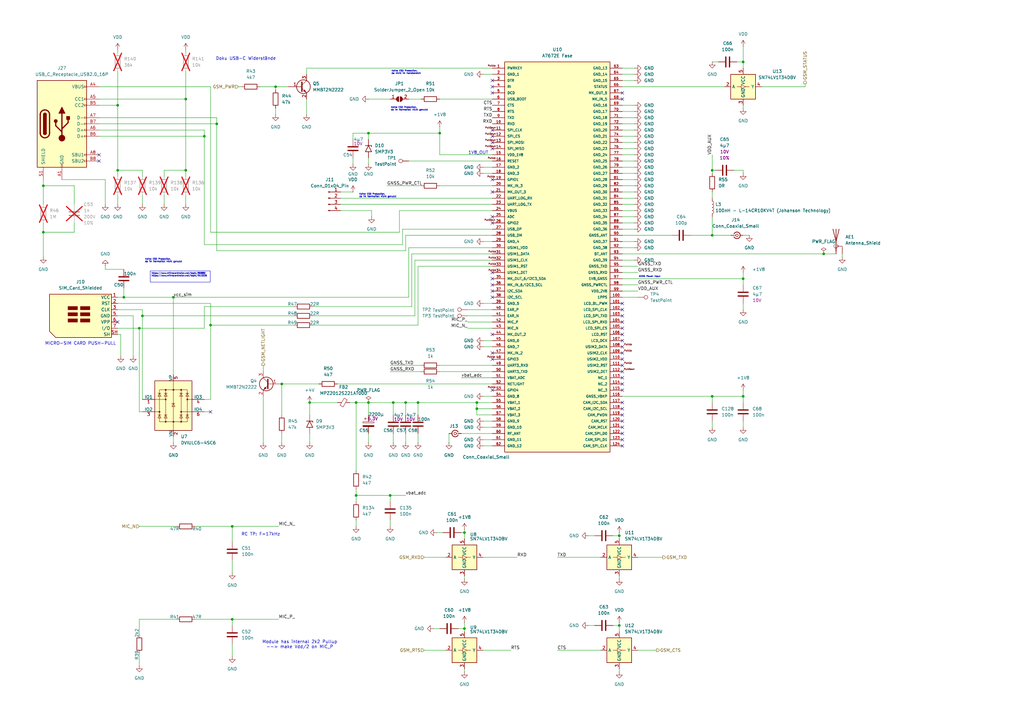
<source format=kicad_sch>
(kicad_sch
	(version 20231120)
	(generator "eeschema")
	(generator_version "8.0")
	(uuid "3076b895-3efd-4646-9452-e749a58c3d25")
	(paper "A3")
	(lib_symbols
		(symbol "A7672S:A7672S"
			(pin_names
				(offset 1.016)
			)
			(exclude_from_sim no)
			(in_bom yes)
			(on_board yes)
			(property "Reference" "U"
				(at 49.53 7.62 0)
				(effects
					(font
						(size 1.27 1.27)
					)
					(justify left)
				)
			)
			(property "Value" "A7672S"
				(at 49.53 5.08 0)
				(effects
					(font
						(size 1.27 1.27)
					)
					(justify left)
				)
			)
			(property "Footprint" "A7672S:A7672S"
				(at 1.016 24.13 0)
				(effects
					(font
						(size 1.27 1.27)
					)
					(justify bottom)
					(hide yes)
				)
			)
			(property "Datasheet" ""
				(at 0 0 0)
				(effects
					(font
						(size 1.27 1.27)
					)
					(hide yes)
				)
			)
			(property "Description" "A7672S-FASE (with GNSS + BLE ) - WI-2383-D"
				(at 17.526 5.08 0)
				(effects
					(font
						(size 1.27 1.27)
					)
					(justify bottom)
					(hide yes)
				)
			)
			(property "MF" "SIMCom"
				(at 1.016 28.702 0)
				(effects
					(font
						(size 1.27 1.27)
					)
					(justify bottom)
					(hide yes)
				)
			)
			(property "Package" "Package"
				(at 6.096 12.192 0)
				(effects
					(font
						(size 1.27 1.27)
					)
					(justify bottom)
					(hide yes)
				)
			)
			(property "Price" "None"
				(at 1.016 33.782 0)
				(effects
					(font
						(size 1.27 1.27)
					)
					(justify bottom)
					(hide yes)
				)
			)
			(property "Check_prices" "https://www.snapeda.com/parts/A7672S/SIMCom/view-part/?ref=eda"
				(at 2.032 21.082 0)
				(effects
					(font
						(size 1.27 1.27)
					)
					(justify bottom)
					(hide yes)
				)
			)
			(property "MP" "A7672S"
				(at 6.35 9.144 0)
				(effects
					(font
						(size 1.27 1.27)
					)
					(justify bottom)
					(hide yes)
				)
			)
			(property "SnapEDA_Link" "https://www.snapeda.com/parts/A7672S/SIMCom/view-part/?ref=snap"
				(at 3.302 15.24 0)
				(effects
					(font
						(size 1.27 1.27)
					)
					(justify bottom)
					(hide yes)
				)
			)
			(property "ARROW_PRICE-STOCK" ""
				(at 0 0 0)
				(effects
					(font
						(size 1.27 1.27)
					)
					(justify bottom)
					(hide yes)
				)
			)
			(property "ARROW_PART_NUMBER" ""
				(at 0 0 0)
				(effects
					(font
						(size 1.27 1.27)
					)
					(justify bottom)
					(hide yes)
				)
			)
			(property "Description_1" "\nLTE Cat 1 Module On Module 10Mbps 700MHz/800MHz/900MHz/1700MHz/1800MHz/1900MHz/2100MHz 33dBm 3.4V to 4.2V -109dBm\n"
				(at 2.286 19.05 0)
				(effects
					(font
						(size 1.27 1.27)
					)
					(justify bottom)
					(hide yes)
				)
			)
			(property "Availability" "Not in stock"
				(at -4.572 3.048 0)
				(effects
					(font
						(size 1.27 1.27)
					)
					(justify bottom)
					(hide yes)
				)
			)
			(property "MANUFACTURER_PART_NUMBER" "A7672S"
				(at 0.762 30.734 0)
				(effects
					(font
						(size 1.27 1.27)
					)
					(justify bottom)
					(hide yes)
				)
			)
			(symbol "A7672S_0_0"
				(rectangle
					(start 5.08 -157.48)
					(end 48.26 2.54)
					(stroke
						(width 0.254)
						(type default)
					)
					(fill
						(type background)
					)
				)
				(pin input line
					(at 0 -22.86 0)
					(length 5.08)
					(name "RXD"
						(effects
							(font
								(size 1.016 1.016)
							)
						)
					)
					(number "10"
						(effects
							(font
								(size 1.016 1.016)
							)
						)
					)
				)
				(pin output line
					(at 53.34 -96.52 180)
					(length 5.08)
					(name "LCD_BL_PWM"
						(effects
							(font
								(size 1.016 1.016)
							)
						)
					)
					(number "101"
						(effects
							(font
								(size 1.016 1.016)
							)
						)
					)
				)
				(pin output line
					(at 53.34 -99.06 180)
					(length 5.08)
					(name "LCD_SPI_CLK"
						(effects
							(font
								(size 1.016 1.016)
							)
						)
					)
					(number "102"
						(effects
							(font
								(size 1.016 1.016)
							)
						)
					)
				)
				(pin bidirectional line
					(at 53.34 -101.6 180)
					(length 5.08)
					(name "LCD_SPI_TXD"
						(effects
							(font
								(size 1.016 1.016)
							)
						)
					)
					(number "103"
						(effects
							(font
								(size 1.016 1.016)
							)
						)
					)
				)
				(pin output line
					(at 53.34 -106.68 180)
					(length 5.08)
					(name "LCD_SPI_CS"
						(effects
							(font
								(size 1.016 1.016)
							)
						)
					)
					(number "105"
						(effects
							(font
								(size 1.016 1.016)
							)
						)
					)
				)
				(pin output line
					(at 53.34 -109.22 180)
					(length 5.08)
					(name "LCD_RST"
						(effects
							(font
								(size 1.016 1.016)
							)
						)
					)
					(number "106"
						(effects
							(font
								(size 1.016 1.016)
							)
						)
					)
				)
				(pin output line
					(at 53.34 -111.76 180)
					(length 5.08)
					(name "LCD_DCX"
						(effects
							(font
								(size 1.016 1.016)
							)
						)
					)
					(number "107"
						(effects
							(font
								(size 1.016 1.016)
							)
						)
					)
				)
				(pin bidirectional line
					(at 53.34 -114.3 180)
					(length 5.08)
					(name "USIM2_DATA"
						(effects
							(font
								(size 1.016 1.016)
							)
						)
					)
					(number "108"
						(effects
							(font
								(size 1.016 1.016)
							)
						)
					)
				)
				(pin bidirectional line
					(at 53.34 -116.84 180)
					(length 5.08)
					(name "USIM2_CLK"
						(effects
							(font
								(size 1.016 1.016)
							)
						)
					)
					(number "109"
						(effects
							(font
								(size 1.016 1.016)
							)
						)
					)
				)
				(pin bidirectional line
					(at 0 -25.4 0)
					(length 5.08)
					(name "SPI_CLK"
						(effects
							(font
								(size 1.016 1.016)
							)
						)
					)
					(number "11"
						(effects
							(font
								(size 1.016 1.016)
							)
						)
					)
				)
				(pin power_out line
					(at 53.34 -119.38 180)
					(length 5.08)
					(name "USIM2_VDD"
						(effects
							(font
								(size 1.016 1.016)
							)
						)
					)
					(number "110"
						(effects
							(font
								(size 1.016 1.016)
							)
						)
					)
				)
				(pin bidirectional line
					(at 53.34 -121.92 180)
					(length 5.08)
					(name "USIM2_RST"
						(effects
							(font
								(size 1.016 1.016)
							)
						)
					)
					(number "111"
						(effects
							(font
								(size 1.016 1.016)
							)
						)
					)
				)
				(pin bidirectional line
					(at 53.34 -127 180)
					(length 5.08)
					(name "NC_1"
						(effects
							(font
								(size 1.016 1.016)
							)
						)
					)
					(number "113"
						(effects
							(font
								(size 1.016 1.016)
							)
						)
					)
				)
				(pin bidirectional line
					(at 53.34 -129.54 180)
					(length 5.08)
					(name "NC_2"
						(effects
							(font
								(size 1.016 1.016)
							)
						)
					)
					(number "114"
						(effects
							(font
								(size 1.016 1.016)
							)
						)
					)
				)
				(pin bidirectional line
					(at 53.34 -132.08 180)
					(length 5.08)
					(name "NC_3"
						(effects
							(font
								(size 1.016 1.016)
							)
						)
					)
					(number "115"
						(effects
							(font
								(size 1.016 1.016)
							)
						)
					)
				)
				(pin power_in line
					(at 53.34 -134.62 180)
					(length 5.08)
					(name "GNSS_VBKP"
						(effects
							(font
								(size 1.016 1.016)
							)
						)
					)
					(number "116"
						(effects
							(font
								(size 1.016 1.016)
							)
						)
					)
				)
				(pin bidirectional line
					(at 53.34 -137.16 180)
					(length 5.08)
					(name "CAM_I2C_SDA"
						(effects
							(font
								(size 1.016 1.016)
							)
						)
					)
					(number "117"
						(effects
							(font
								(size 1.016 1.016)
							)
						)
					)
				)
				(pin output line
					(at 53.34 -139.7 180)
					(length 5.08)
					(name "CAM_I2C_SCL"
						(effects
							(font
								(size 1.016 1.016)
							)
						)
					)
					(number "118"
						(effects
							(font
								(size 1.016 1.016)
							)
						)
					)
				)
				(pin output line
					(at 53.34 -142.24 180)
					(length 5.08)
					(name "CAM_PWDN"
						(effects
							(font
								(size 1.016 1.016)
							)
						)
					)
					(number "119"
						(effects
							(font
								(size 1.016 1.016)
							)
						)
					)
				)
				(pin bidirectional line
					(at 0 -27.94 0)
					(length 5.08)
					(name "SPI_CS"
						(effects
							(font
								(size 1.016 1.016)
							)
						)
					)
					(number "12"
						(effects
							(font
								(size 1.016 1.016)
							)
						)
					)
				)
				(pin output line
					(at 53.34 -144.78 180)
					(length 5.08)
					(name "CAM_RST"
						(effects
							(font
								(size 1.016 1.016)
							)
						)
					)
					(number "120"
						(effects
							(font
								(size 1.016 1.016)
							)
						)
					)
				)
				(pin output line
					(at 53.34 -147.32 180)
					(length 5.08)
					(name "CAM_MCLK"
						(effects
							(font
								(size 1.016 1.016)
							)
						)
					)
					(number "121"
						(effects
							(font
								(size 1.016 1.016)
							)
						)
					)
				)
				(pin input line
					(at 53.34 -149.86 180)
					(length 5.08)
					(name "CAM_SPI_D0"
						(effects
							(font
								(size 1.016 1.016)
							)
						)
					)
					(number "122"
						(effects
							(font
								(size 1.016 1.016)
							)
						)
					)
				)
				(pin input line
					(at 53.34 -152.4 180)
					(length 5.08)
					(name "CAM_SPI_D1"
						(effects
							(font
								(size 1.016 1.016)
							)
						)
					)
					(number "123"
						(effects
							(font
								(size 1.016 1.016)
							)
						)
					)
				)
				(pin power_out line
					(at 0 -35.56 0)
					(length 5.08)
					(name "VDD_1V8"
						(effects
							(font
								(size 1.016 1.016)
							)
						)
					)
					(number "15"
						(effects
							(font
								(size 1.016 1.016)
							)
						)
					)
				)
				(pin power_in line
					(at 0 -40.64 0)
					(length 5.08)
					(name "GND_2"
						(effects
							(font
								(size 1.016 1.016)
							)
						)
					)
					(number "17"
						(effects
							(font
								(size 1.016 1.016)
							)
						)
					)
				)
				(pin power_in line
					(at 0 -43.18 0)
					(length 5.08)
					(name "GND_3"
						(effects
							(font
								(size 1.016 1.016)
							)
						)
					)
					(number "18"
						(effects
							(font
								(size 1.016 1.016)
							)
						)
					)
				)
				(pin bidirectional line
					(at 0 -45.72 0)
					(length 5.08)
					(name "GPIO1"
						(effects
							(font
								(size 1.016 1.016)
							)
						)
					)
					(number "19"
						(effects
							(font
								(size 1.016 1.016)
							)
						)
					)
				)
				(pin power_in line
					(at 0 -2.54 0)
					(length 5.08)
					(name "GND_1"
						(effects
							(font
								(size 1.016 1.016)
							)
						)
					)
					(number "2"
						(effects
							(font
								(size 1.016 1.016)
							)
						)
					)
				)
				(pin input line
					(at 0 -48.26 0)
					(length 5.08)
					(name "MK_IN_3"
						(effects
							(font
								(size 1.016 1.016)
							)
						)
					)
					(number "20"
						(effects
							(font
								(size 1.016 1.016)
							)
						)
					)
				)
				(pin output line
					(at 0 -50.8 0)
					(length 5.08)
					(name "MK_OUT_3"
						(effects
							(font
								(size 1.016 1.016)
							)
						)
					)
					(number "21"
						(effects
							(font
								(size 1.016 1.016)
							)
						)
					)
				)
				(pin bidirectional line
					(at 0 -63.5 0)
					(length 5.08)
					(name "GPIO2"
						(effects
							(font
								(size 1.016 1.016)
							)
						)
					)
					(number "26"
						(effects
							(font
								(size 1.016 1.016)
							)
						)
					)
				)
				(pin bidirectional line
					(at 0 -66.04 0)
					(length 5.08)
					(name "USB_DP"
						(effects
							(font
								(size 1.016 1.016)
							)
						)
					)
					(number "27"
						(effects
							(font
								(size 1.016 1.016)
							)
						)
					)
				)
				(pin bidirectional line
					(at 0 -68.58 0)
					(length 5.08)
					(name "USB_DM"
						(effects
							(font
								(size 1.016 1.016)
							)
						)
					)
					(number "28"
						(effects
							(font
								(size 1.016 1.016)
							)
						)
					)
				)
				(pin power_in line
					(at 0 -71.12 0)
					(length 5.08)
					(name "GND_4"
						(effects
							(font
								(size 1.016 1.016)
							)
						)
					)
					(number "29"
						(effects
							(font
								(size 1.016 1.016)
							)
						)
					)
				)
				(pin power_out line
					(at 0 -73.66 0)
					(length 5.08)
					(name "USIM1_VDD"
						(effects
							(font
								(size 1.016 1.016)
							)
						)
					)
					(number "30"
						(effects
							(font
								(size 1.016 1.016)
							)
						)
					)
				)
				(pin input line
					(at 0 -76.2 0)
					(length 5.08)
					(name "USIM1_DATA"
						(effects
							(font
								(size 1.016 1.016)
							)
						)
					)
					(number "31"
						(effects
							(font
								(size 1.016 1.016)
							)
						)
					)
				)
				(pin input line
					(at 0 -78.74 0)
					(length 5.08)
					(name "USIM1_CLK"
						(effects
							(font
								(size 1.016 1.016)
							)
						)
					)
					(number "32"
						(effects
							(font
								(size 1.016 1.016)
							)
						)
					)
				)
				(pin input line
					(at 0 -81.28 0)
					(length 5.08)
					(name "USIM1_RST"
						(effects
							(font
								(size 1.016 1.016)
							)
						)
					)
					(number "33"
						(effects
							(font
								(size 1.016 1.016)
							)
						)
					)
				)
				(pin output line
					(at 0 -86.36 0)
					(length 5.08)
					(name "MK_OUT_6/I2C3_SDA"
						(effects
							(font
								(size 1.016 1.016)
							)
						)
					)
					(number "35"
						(effects
							(font
								(size 1.016 1.016)
							)
						)
					)
				)
				(pin input line
					(at 0 -88.9 0)
					(length 5.08)
					(name "MK_IN_6/I2C3_SCL"
						(effects
							(font
								(size 1.016 1.016)
							)
						)
					)
					(number "36"
						(effects
							(font
								(size 1.016 1.016)
							)
						)
					)
				)
				(pin bidirectional line
					(at 0 -91.44 0)
					(length 5.08)
					(name "I2C_SDA"
						(effects
							(font
								(size 1.016 1.016)
							)
						)
					)
					(number "37"
						(effects
							(font
								(size 1.016 1.016)
							)
						)
					)
				)
				(pin power_in line
					(at 0 -96.52 0)
					(length 5.08)
					(name "GND_5"
						(effects
							(font
								(size 1.016 1.016)
							)
						)
					)
					(number "39"
						(effects
							(font
								(size 1.016 1.016)
							)
						)
					)
				)
				(pin output line
					(at 0 -7.62 0)
					(length 5.08)
					(name "RI"
						(effects
							(font
								(size 1.016 1.016)
							)
						)
					)
					(number "4"
						(effects
							(font
								(size 1.016 1.016)
							)
						)
					)
				)
				(pin output line
					(at 0 -109.22 0)
					(length 5.08)
					(name "MK_OUT_2"
						(effects
							(font
								(size 1.016 1.016)
							)
						)
					)
					(number "44"
						(effects
							(font
								(size 1.016 1.016)
							)
						)
					)
				)
				(pin power_in line
					(at 0 -111.76 0)
					(length 5.08)
					(name "GND_6"
						(effects
							(font
								(size 1.016 1.016)
							)
						)
					)
					(number "45"
						(effects
							(font
								(size 1.016 1.016)
							)
						)
					)
				)
				(pin power_in line
					(at 0 -114.3 0)
					(length 5.08)
					(name "GND_7"
						(effects
							(font
								(size 1.016 1.016)
							)
						)
					)
					(number "46"
						(effects
							(font
								(size 1.016 1.016)
							)
						)
					)
				)
				(pin input line
					(at 0 -116.84 0)
					(length 5.08)
					(name "MK_IN_2"
						(effects
							(font
								(size 1.016 1.016)
							)
						)
					)
					(number "47"
						(effects
							(font
								(size 1.016 1.016)
							)
						)
					)
				)
				(pin bidirectional line
					(at 0 -119.38 0)
					(length 5.08)
					(name "GPIO3"
						(effects
							(font
								(size 1.016 1.016)
							)
						)
					)
					(number "48"
						(effects
							(font
								(size 1.016 1.016)
							)
						)
					)
				)
				(pin output line
					(at 0 -10.16 0)
					(length 5.08)
					(name "DCD"
						(effects
							(font
								(size 1.016 1.016)
							)
						)
					)
					(number "5"
						(effects
							(font
								(size 1.016 1.016)
							)
						)
					)
				)
				(pin bidirectional line
					(at 0 -132.08 0)
					(length 5.08)
					(name "GPIO4"
						(effects
							(font
								(size 1.016 1.016)
							)
						)
					)
					(number "53"
						(effects
							(font
								(size 1.016 1.016)
							)
						)
					)
				)
				(pin power_in line
					(at 0 -134.62 0)
					(length 5.08)
					(name "GND_8"
						(effects
							(font
								(size 1.016 1.016)
							)
						)
					)
					(number "54"
						(effects
							(font
								(size 1.016 1.016)
							)
						)
					)
				)
				(pin power_in line
					(at 0 -137.16 0)
					(length 5.08)
					(name "VBAT_1"
						(effects
							(font
								(size 1.016 1.016)
							)
						)
					)
					(number "55"
						(effects
							(font
								(size 1.016 1.016)
							)
						)
					)
				)
				(pin power_in line
					(at 0 -139.7 0)
					(length 5.08)
					(name "VBAT_2"
						(effects
							(font
								(size 1.016 1.016)
							)
						)
					)
					(number "56"
						(effects
							(font
								(size 1.016 1.016)
							)
						)
					)
				)
				(pin power_in line
					(at 0 -142.24 0)
					(length 5.08)
					(name "VBAT_3"
						(effects
							(font
								(size 1.016 1.016)
							)
						)
					)
					(number "57"
						(effects
							(font
								(size 1.016 1.016)
							)
						)
					)
				)
				(pin power_in line
					(at 0 -144.78 0)
					(length 5.08)
					(name "GND_9"
						(effects
							(font
								(size 1.016 1.016)
							)
						)
					)
					(number "58"
						(effects
							(font
								(size 1.016 1.016)
							)
						)
					)
				)
				(pin power_in line
					(at 0 -147.32 0)
					(length 5.08)
					(name "GND_10"
						(effects
							(font
								(size 1.016 1.016)
							)
						)
					)
					(number "59"
						(effects
							(font
								(size 1.016 1.016)
							)
						)
					)
				)
				(pin power_in line
					(at 0 -152.4 0)
					(length 5.08)
					(name "GND_11"
						(effects
							(font
								(size 1.016 1.016)
							)
						)
					)
					(number "61"
						(effects
							(font
								(size 1.016 1.016)
							)
						)
					)
				)
				(pin power_in line
					(at 0 -154.94 0)
					(length 5.08)
					(name "GND_12"
						(effects
							(font
								(size 1.016 1.016)
							)
						)
					)
					(number "62"
						(effects
							(font
								(size 1.016 1.016)
							)
						)
					)
				)
				(pin power_in line
					(at 53.34 0 180)
					(length 5.08)
					(name "GND_13"
						(effects
							(font
								(size 1.016 1.016)
							)
						)
					)
					(number "63"
						(effects
							(font
								(size 1.016 1.016)
							)
						)
					)
				)
				(pin power_in line
					(at 53.34 -2.54 180)
					(length 5.08)
					(name "GND_14"
						(effects
							(font
								(size 1.016 1.016)
							)
						)
					)
					(number "64"
						(effects
							(font
								(size 1.016 1.016)
							)
						)
					)
				)
				(pin power_in line
					(at 53.34 -5.08 180)
					(length 5.08)
					(name "GND_15"
						(effects
							(font
								(size 1.016 1.016)
							)
						)
					)
					(number "65"
						(effects
							(font
								(size 1.016 1.016)
							)
						)
					)
				)
				(pin output line
					(at 53.34 -10.16 180)
					(length 5.08)
					(name "MK_OUT_5"
						(effects
							(font
								(size 1.016 1.016)
							)
						)
					)
					(number "67"
						(effects
							(font
								(size 1.016 1.016)
							)
						)
					)
				)
				(pin input line
					(at 53.34 -12.7 180)
					(length 5.08)
					(name "MK_IN_5"
						(effects
							(font
								(size 1.016 1.016)
							)
						)
					)
					(number "68"
						(effects
							(font
								(size 1.016 1.016)
							)
						)
					)
				)
				(pin power_in line
					(at 53.34 -15.24 180)
					(length 5.08)
					(name "GND_16"
						(effects
							(font
								(size 1.016 1.016)
							)
						)
					)
					(number "69"
						(effects
							(font
								(size 1.016 1.016)
							)
						)
					)
				)
				(pin power_in line
					(at 53.34 -17.78 180)
					(length 5.08)
					(name "GND_17"
						(effects
							(font
								(size 1.016 1.016)
							)
						)
					)
					(number "70"
						(effects
							(font
								(size 1.016 1.016)
							)
						)
					)
				)
				(pin power_in line
					(at 53.34 -20.32 180)
					(length 5.08)
					(name "GND_18"
						(effects
							(font
								(size 1.016 1.016)
							)
						)
					)
					(number "71"
						(effects
							(font
								(size 1.016 1.016)
							)
						)
					)
				)
				(pin power_in line
					(at 53.34 -22.86 180)
					(length 5.08)
					(name "GND_19"
						(effects
							(font
								(size 1.016 1.016)
							)
						)
					)
					(number "72"
						(effects
							(font
								(size 1.016 1.016)
							)
						)
					)
				)
				(pin power_in line
					(at 53.34 -25.4 180)
					(length 5.08)
					(name "GND_20"
						(effects
							(font
								(size 1.016 1.016)
							)
						)
					)
					(number "73"
						(effects
							(font
								(size 1.016 1.016)
							)
						)
					)
				)
				(pin power_in line
					(at 53.34 -27.94 180)
					(length 5.08)
					(name "GND_21"
						(effects
							(font
								(size 1.016 1.016)
							)
						)
					)
					(number "74"
						(effects
							(font
								(size 1.016 1.016)
							)
						)
					)
				)
				(pin power_in line
					(at 53.34 -30.48 180)
					(length 5.08)
					(name "GND_22"
						(effects
							(font
								(size 1.016 1.016)
							)
						)
					)
					(number "75"
						(effects
							(font
								(size 1.016 1.016)
							)
						)
					)
				)
				(pin power_in line
					(at 53.34 -33.02 180)
					(length 5.08)
					(name "GND_23"
						(effects
							(font
								(size 1.016 1.016)
							)
						)
					)
					(number "76"
						(effects
							(font
								(size 1.016 1.016)
							)
						)
					)
				)
				(pin power_in line
					(at 53.34 -35.56 180)
					(length 5.08)
					(name "GND_24"
						(effects
							(font
								(size 1.016 1.016)
							)
						)
					)
					(number "77"
						(effects
							(font
								(size 1.016 1.016)
							)
						)
					)
				)
				(pin power_in line
					(at 53.34 -38.1 180)
					(length 5.08)
					(name "GND_25"
						(effects
							(font
								(size 1.016 1.016)
							)
						)
					)
					(number "78"
						(effects
							(font
								(size 1.016 1.016)
							)
						)
					)
				)
				(pin power_in line
					(at 53.34 -40.64 180)
					(length 5.08)
					(name "GND_26"
						(effects
							(font
								(size 1.016 1.016)
							)
						)
					)
					(number "79"
						(effects
							(font
								(size 1.016 1.016)
							)
						)
					)
				)
				(pin input line
					(at 0 -17.78 0)
					(length 5.08)
					(name "RTS"
						(effects
							(font
								(size 1.016 1.016)
							)
						)
					)
					(number "8"
						(effects
							(font
								(size 1.016 1.016)
							)
						)
					)
				)
				(pin power_in line
					(at 53.34 -43.18 180)
					(length 5.08)
					(name "GND_27"
						(effects
							(font
								(size 1.016 1.016)
							)
						)
					)
					(number "80"
						(effects
							(font
								(size 1.016 1.016)
							)
						)
					)
				)
				(pin power_in line
					(at 53.34 -45.72 180)
					(length 5.08)
					(name "GND_28"
						(effects
							(font
								(size 1.016 1.016)
							)
						)
					)
					(number "81"
						(effects
							(font
								(size 1.016 1.016)
							)
						)
					)
				)
				(pin power_in line
					(at 53.34 -48.26 180)
					(length 5.08)
					(name "GND_29"
						(effects
							(font
								(size 1.016 1.016)
							)
						)
					)
					(number "82"
						(effects
							(font
								(size 1.016 1.016)
							)
						)
					)
				)
				(pin power_in line
					(at 53.34 -50.8 180)
					(length 5.08)
					(name "GND_30"
						(effects
							(font
								(size 1.016 1.016)
							)
						)
					)
					(number "83"
						(effects
							(font
								(size 1.016 1.016)
							)
						)
					)
				)
				(pin power_in line
					(at 53.34 -53.34 180)
					(length 5.08)
					(name "GND_31"
						(effects
							(font
								(size 1.016 1.016)
							)
						)
					)
					(number "84"
						(effects
							(font
								(size 1.016 1.016)
							)
						)
					)
				)
				(pin power_in line
					(at 53.34 -55.88 180)
					(length 5.08)
					(name "GND_32"
						(effects
							(font
								(size 1.016 1.016)
							)
						)
					)
					(number "85"
						(effects
							(font
								(size 1.016 1.016)
							)
						)
					)
				)
				(pin power_in line
					(at 53.34 -58.42 180)
					(length 5.08)
					(name "GND_33"
						(effects
							(font
								(size 1.016 1.016)
							)
						)
					)
					(number "86"
						(effects
							(font
								(size 1.016 1.016)
							)
						)
					)
				)
				(pin power_in line
					(at 53.34 -60.96 180)
					(length 5.08)
					(name "GND_34"
						(effects
							(font
								(size 1.016 1.016)
							)
						)
					)
					(number "87"
						(effects
							(font
								(size 1.016 1.016)
							)
						)
					)
				)
				(pin power_in line
					(at 53.34 -63.5 180)
					(length 5.08)
					(name "GND_35"
						(effects
							(font
								(size 1.016 1.016)
							)
						)
					)
					(number "88"
						(effects
							(font
								(size 1.016 1.016)
							)
						)
					)
				)
				(pin power_in line
					(at 53.34 -66.04 180)
					(length 5.08)
					(name "GND_36"
						(effects
							(font
								(size 1.016 1.016)
							)
						)
					)
					(number "89"
						(effects
							(font
								(size 1.016 1.016)
							)
						)
					)
				)
				(pin output line
					(at 0 -20.32 0)
					(length 5.08)
					(name "TXD"
						(effects
							(font
								(size 1.016 1.016)
							)
						)
					)
					(number "9"
						(effects
							(font
								(size 1.016 1.016)
							)
						)
					)
				)
				(pin power_in line
					(at 53.34 -71.12 180)
					(length 5.08)
					(name "GND_37"
						(effects
							(font
								(size 1.016 1.016)
							)
						)
					)
					(number "91"
						(effects
							(font
								(size 1.016 1.016)
							)
						)
					)
				)
				(pin power_in line
					(at 53.34 -73.66 180)
					(length 5.08)
					(name "GND_38"
						(effects
							(font
								(size 1.016 1.016)
							)
						)
					)
					(number "92"
						(effects
							(font
								(size 1.016 1.016)
							)
						)
					)
				)
				(pin power_in line
					(at 53.34 -78.74 180)
					(length 5.08)
					(name "GND_39"
						(effects
							(font
								(size 1.016 1.016)
							)
						)
					)
					(number "94"
						(effects
							(font
								(size 1.016 1.016)
							)
						)
					)
				)
				(pin power_in line
					(at 53.34 -86.36 180)
					(length 5.08)
					(name "1V8_GNSS"
						(effects
							(font
								(size 1.016 1.016)
							)
						)
					)
					(number "97"
						(effects
							(font
								(size 1.016 1.016)
							)
						)
					)
				)
				(pin power_out line
					(at 53.34 -91.44 180)
					(length 5.08)
					(name "VDD_2V8"
						(effects
							(font
								(size 1.016 1.016)
							)
						)
					)
					(number "99"
						(effects
							(font
								(size 1.016 1.016)
							)
						)
					)
				)
			)
			(symbol "A7672S_1_0"
				(pin input line
					(at 0 0 0)
					(length 5.08)
					(name "PWRKEY"
						(effects
							(font
								(size 1.016 1.016)
							)
						)
					)
					(number "1"
						(effects
							(font
								(size 1.016 1.016)
							)
						)
					)
				)
				(pin output line
					(at 53.34 -93.98 180)
					(length 5.08)
					(name "1PPS"
						(effects
							(font
								(size 1.016 1.016)
							)
						)
					)
					(number "100"
						(effects
							(font
								(size 1.016 1.016)
							)
						)
					)
				)
				(pin input line
					(at 53.34 -104.14 180)
					(length 5.08)
					(name "LCD_SPI_RXD"
						(effects
							(font
								(size 1.016 1.016)
							)
						)
					)
					(number "104"
						(effects
							(font
								(size 1.016 1.016)
							)
						)
					)
				)
				(pin input line
					(at 53.34 -124.46 180)
					(length 5.08)
					(name "USIM2_DET"
						(effects
							(font
								(size 1.016 1.016)
							)
						)
					)
					(number "112"
						(effects
							(font
								(size 1.016 1.016)
							)
						)
					)
				)
				(pin output line
					(at 53.34 -154.94 180)
					(length 5.08)
					(name "CAM_SPI_CLK"
						(effects
							(font
								(size 1.016 1.016)
							)
						)
					)
					(number "124"
						(effects
							(font
								(size 1.016 1.016)
							)
						)
					)
				)
				(pin output line
					(at 0 -30.48 0)
					(length 5.08)
					(name "SPI_MOSI"
						(effects
							(font
								(size 1.016 1.016)
							)
						)
					)
					(number "13"
						(effects
							(font
								(size 1.016 1.016)
							)
						)
					)
				)
				(pin input line
					(at 0 -33.02 0)
					(length 5.08)
					(name "SPI_MISO"
						(effects
							(font
								(size 1.016 1.016)
							)
						)
					)
					(number "14"
						(effects
							(font
								(size 1.016 1.016)
							)
						)
					)
				)
				(pin input line
					(at 0 -38.1 0)
					(length 5.08)
					(name "RESET"
						(effects
							(font
								(size 1.016 1.016)
							)
						)
					)
					(number "16"
						(effects
							(font
								(size 1.016 1.016)
							)
						)
					)
				)
				(pin input line
					(at 0 -53.34 0)
					(length 5.08)
					(name "UART_LOG_RX"
						(effects
							(font
								(size 1.016 1.016)
							)
						)
					)
					(number "22"
						(effects
							(font
								(size 1.016 1.016)
							)
						)
					)
				)
				(pin output line
					(at 0 -55.88 0)
					(length 5.08)
					(name "UART_LOG_TX"
						(effects
							(font
								(size 1.016 1.016)
							)
						)
					)
					(number "23"
						(effects
							(font
								(size 1.016 1.016)
							)
						)
					)
				)
				(pin input line
					(at 0 -58.42 0)
					(length 5.08)
					(name "VBUS"
						(effects
							(font
								(size 1.016 1.016)
							)
						)
					)
					(number "24"
						(effects
							(font
								(size 1.016 1.016)
							)
						)
					)
				)
				(pin input line
					(at 0 -60.96 0)
					(length 5.08)
					(name "ADC"
						(effects
							(font
								(size 1.016 1.016)
							)
						)
					)
					(number "25"
						(effects
							(font
								(size 1.016 1.016)
							)
						)
					)
				)
				(pin input line
					(at 0 -5.08 0)
					(length 5.08)
					(name "DTR"
						(effects
							(font
								(size 1.016 1.016)
							)
						)
					)
					(number "3"
						(effects
							(font
								(size 1.016 1.016)
							)
						)
					)
				)
				(pin input line
					(at 0 -83.82 0)
					(length 5.08)
					(name "USIM1_DET"
						(effects
							(font
								(size 1.016 1.016)
							)
						)
					)
					(number "34"
						(effects
							(font
								(size 1.016 1.016)
							)
						)
					)
				)
				(pin output line
					(at 0 -93.98 0)
					(length 5.08)
					(name "I2C_SCL"
						(effects
							(font
								(size 1.016 1.016)
							)
						)
					)
					(number "38"
						(effects
							(font
								(size 1.016 1.016)
							)
						)
					)
				)
				(pin output line
					(at 0 -99.06 0)
					(length 5.08)
					(name "EAR_P"
						(effects
							(font
								(size 1.016 1.016)
							)
						)
					)
					(number "40"
						(effects
							(font
								(size 1.016 1.016)
							)
						)
					)
				)
				(pin output line
					(at 0 -101.6 0)
					(length 5.08)
					(name "EAR_N"
						(effects
							(font
								(size 1.016 1.016)
							)
						)
					)
					(number "41"
						(effects
							(font
								(size 1.016 1.016)
							)
						)
					)
				)
				(pin input line
					(at 0 -104.14 0)
					(length 5.08)
					(name "MIC_P"
						(effects
							(font
								(size 1.016 1.016)
							)
						)
					)
					(number "42"
						(effects
							(font
								(size 1.016 1.016)
							)
						)
					)
				)
				(pin input line
					(at 0 -106.68 0)
					(length 5.08)
					(name "MIC_N"
						(effects
							(font
								(size 1.016 1.016)
							)
						)
					)
					(number "43"
						(effects
							(font
								(size 1.016 1.016)
							)
						)
					)
				)
				(pin input line
					(at 0 -121.92 0)
					(length 5.08)
					(name "UART3_RXD"
						(effects
							(font
								(size 1.016 1.016)
							)
						)
					)
					(number "49"
						(effects
							(font
								(size 1.016 1.016)
							)
						)
					)
				)
				(pin output line
					(at 0 -124.46 0)
					(length 5.08)
					(name "UART3_TXD"
						(effects
							(font
								(size 1.016 1.016)
							)
						)
					)
					(number "50"
						(effects
							(font
								(size 1.016 1.016)
							)
						)
					)
				)
				(pin input line
					(at 0 -127 0)
					(length 5.08)
					(name "VBAT_ADC"
						(effects
							(font
								(size 1.016 1.016)
							)
						)
					)
					(number "51"
						(effects
							(font
								(size 1.016 1.016)
							)
						)
					)
				)
				(pin output line
					(at 0 -129.54 0)
					(length 5.08)
					(name "NETLIGHT"
						(effects
							(font
								(size 1.016 1.016)
							)
						)
					)
					(number "52"
						(effects
							(font
								(size 1.016 1.016)
							)
						)
					)
				)
				(pin input line
					(at 0 -12.7 0)
					(length 5.08)
					(name "USB_BOOT"
						(effects
							(font
								(size 1.016 1.016)
							)
						)
					)
					(number "6"
						(effects
							(font
								(size 1.016 1.016)
							)
						)
					)
				)
				(pin input line
					(at 0 -149.86 0)
					(length 5.08)
					(name "RF_ANT"
						(effects
							(font
								(size 1.016 1.016)
							)
						)
					)
					(number "60"
						(effects
							(font
								(size 1.016 1.016)
							)
						)
					)
				)
				(pin output line
					(at 53.34 -7.62 180)
					(length 5.08)
					(name "STATUS"
						(effects
							(font
								(size 1.016 1.016)
							)
						)
					)
					(number "66"
						(effects
							(font
								(size 1.016 1.016)
							)
						)
					)
				)
				(pin output line
					(at 0 -15.24 0)
					(length 5.08)
					(name "CTS"
						(effects
							(font
								(size 1.016 1.016)
							)
						)
					)
					(number "7"
						(effects
							(font
								(size 1.016 1.016)
							)
						)
					)
				)
				(pin input line
					(at 53.34 -68.58 180)
					(length 5.08)
					(name "GNSS_ANT"
						(effects
							(font
								(size 1.016 1.016)
							)
						)
					)
					(number "90"
						(effects
							(font
								(size 1.016 1.016)
							)
						)
					)
				)
				(pin input line
					(at 53.34 -76.2 180)
					(length 5.08)
					(name "BT_ANT"
						(effects
							(font
								(size 1.016 1.016)
							)
						)
					)
					(number "93"
						(effects
							(font
								(size 1.016 1.016)
							)
						)
					)
				)
				(pin output line
					(at 53.34 -81.28 180)
					(length 5.08)
					(name "GNSS_TXD"
						(effects
							(font
								(size 1.016 1.016)
							)
						)
					)
					(number "95"
						(effects
							(font
								(size 1.016 1.016)
							)
						)
					)
				)
				(pin input line
					(at 53.34 -83.82 180)
					(length 5.08)
					(name "GNSS_RXD"
						(effects
							(font
								(size 1.016 1.016)
							)
						)
					)
					(number "96"
						(effects
							(font
								(size 1.016 1.016)
							)
						)
					)
				)
				(pin input line
					(at 53.34 -88.9 180)
					(length 5.08)
					(name "GNSS_PWRCTL"
						(effects
							(font
								(size 1.016 1.016)
							)
						)
					)
					(number "98"
						(effects
							(font
								(size 1.016 1.016)
							)
						)
					)
				)
			)
			(symbol "A7672S_1_1"
				(text "PullDown\n"
					(at -1.016 -62.23 0)
					(effects
						(font
							(size 0.635 0.635)
						)
					)
				)
				(text "PullDown\n"
					(at -0.762 -32.004 0)
					(effects
						(font
							(size 0.635 0.635)
						)
					)
				)
				(text "PullDown\n"
					(at -0.762 -29.464 0)
					(effects
						(font
							(size 0.635 0.635)
						)
					)
				)
				(text "PullDown\n"
					(at -0.762 -26.924 0)
					(effects
						(font
							(size 0.635 0.635)
						)
					)
				)
				(text "PullDown\n"
					(at -0.762 -24.384 0)
					(effects
						(font
							(size 0.635 0.635)
						)
					)
				)
				(text "PullDown\n"
					(at 56.134 -123.444 0)
					(effects
						(font
							(size 0.635 0.635)
						)
					)
				)
				(text "PullUp"
					(at -0.508 -118.364 0)
					(effects
						(font
							(size 0.635 0.635)
						)
					)
				)
				(text "PullUp"
					(at -0.508 -44.45 0)
					(effects
						(font
							(size 0.635 0.635)
						)
					)
				)
				(text "PullUp"
					(at -0.254 -130.81 0)
					(effects
						(font
							(size 0.635 0.635)
						)
					)
				)
				(text "PullUp"
					(at -0.254 -36.83 0)
					(effects
						(font
							(size 0.635 0.635)
						)
					)
				)
				(text "PullUp"
					(at -0.254 1.016 0)
					(effects
						(font
							(size 0.635 0.635)
						)
					)
				)
				(text "PullUp"
					(at 0 -82.804 0)
					(effects
						(font
							(size 0.635 0.635)
						)
					)
				)
				(text "PullUp"
					(at 0 -80.264 0)
					(effects
						(font
							(size 0.635 0.635)
						)
					)
				)
				(text "PullUp"
					(at 0 -77.724 0)
					(effects
						(font
							(size 0.635 0.635)
						)
					)
				)
				(text "PullUp"
					(at 0 -75.184 0)
					(effects
						(font
							(size 0.635 0.635)
						)
					)
				)
				(text "PullUp"
					(at 55.626 -120.904 0)
					(effects
						(font
							(size 0.635 0.635)
						)
					)
				)
				(text "PullUp"
					(at 55.626 -115.824 0)
					(effects
						(font
							(size 0.635 0.635)
						)
					)
				)
				(text "PullUp"
					(at 55.626 -113.284 0)
					(effects
						(font
							(size 0.635 0.635)
						)
					)
				)
			)
		)
		(symbol "Conn_Coaxial_Small_1"
			(pin_numbers hide)
			(pin_names
				(offset 1.016) hide)
			(exclude_from_sim no)
			(in_bom yes)
			(on_board yes)
			(property "Reference" "J"
				(at 0.254 3.048 0)
				(effects
					(font
						(size 1.27 1.27)
					)
				)
			)
			(property "Value" "Conn_Coaxial_Small"
				(at 0 -3.81 0)
				(effects
					(font
						(size 1.27 1.27)
					)
				)
			)
			(property "Footprint" ""
				(at 0 0 0)
				(effects
					(font
						(size 1.27 1.27)
					)
					(hide yes)
				)
			)
			(property "Datasheet" "~"
				(at 0 0 0)
				(effects
					(font
						(size 1.27 1.27)
					)
					(hide yes)
				)
			)
			(property "Description" "small coaxial connector (BNC, SMA, SMB, SMC, Cinch/RCA, LEMO, ...)"
				(at 0 0 0)
				(effects
					(font
						(size 1.27 1.27)
					)
					(hide yes)
				)
			)
			(property "ki_keywords" "BNC SMA SMB SMC LEMO coaxial connector CINCH RCA MCX MMCX U.FL UMRF"
				(at 0 0 0)
				(effects
					(font
						(size 1.27 1.27)
					)
					(hide yes)
				)
			)
			(property "ki_fp_filters" "*BNC* *SMA* *SMB* *SMC* *Cinch* *LEMO* *UMRF* *MCX* *U.FL*"
				(at 0 0 0)
				(effects
					(font
						(size 1.27 1.27)
					)
					(hide yes)
				)
			)
			(symbol "Conn_Coaxial_Small_1_0_1"
				(polyline
					(pts
						(xy -2.54 0) (xy -0.508 0)
					)
					(stroke
						(width 0)
						(type default)
					)
					(fill
						(type none)
					)
				)
				(circle
					(center 0 0)
					(radius 0.508)
					(stroke
						(width 0.2032)
						(type default)
					)
					(fill
						(type none)
					)
				)
			)
			(symbol "Conn_Coaxial_Small_1_1_1"
				(arc
					(start -1.1916 -0.6311)
					(mid 0.327 -1.3081)
					(end 1.3484 0.0039)
					(stroke
						(width 0.3048)
						(type default)
					)
					(fill
						(type none)
					)
				)
				(arc
					(start 1.3484 -0.0039)
					(mid 0.327 1.3081)
					(end -1.1916 0.6311)
					(stroke
						(width 0.3048)
						(type default)
					)
					(fill
						(type none)
					)
				)
				(pin passive line
					(at -2.54 0 0)
					(length 1.27)
					(name "In"
						(effects
							(font
								(size 1.27 1.27)
							)
						)
					)
					(number "1"
						(effects
							(font
								(size 1.27 1.27)
							)
						)
					)
				)
				(pin passive line
					(at 2.54 0 180)
					(length 1.27)
					(name "Ext"
						(effects
							(font
								(size 1.27 1.27)
							)
						)
					)
					(number "2"
						(effects
							(font
								(size 1.27 1.27)
							)
						)
					)
				)
			)
		)
		(symbol "Connector:Conn_01x04_Pin"
			(pin_names
				(offset 1.016) hide)
			(exclude_from_sim no)
			(in_bom yes)
			(on_board yes)
			(property "Reference" "J"
				(at 0 5.08 0)
				(effects
					(font
						(size 1.27 1.27)
					)
				)
			)
			(property "Value" "Conn_01x04_Pin"
				(at 0 -7.62 0)
				(effects
					(font
						(size 1.27 1.27)
					)
				)
			)
			(property "Footprint" ""
				(at 0 0 0)
				(effects
					(font
						(size 1.27 1.27)
					)
					(hide yes)
				)
			)
			(property "Datasheet" "~"
				(at 0 0 0)
				(effects
					(font
						(size 1.27 1.27)
					)
					(hide yes)
				)
			)
			(property "Description" "Generic connector, single row, 01x04, script generated"
				(at 0 0 0)
				(effects
					(font
						(size 1.27 1.27)
					)
					(hide yes)
				)
			)
			(property "ki_locked" ""
				(at 0 0 0)
				(effects
					(font
						(size 1.27 1.27)
					)
				)
			)
			(property "ki_keywords" "connector"
				(at 0 0 0)
				(effects
					(font
						(size 1.27 1.27)
					)
					(hide yes)
				)
			)
			(property "ki_fp_filters" "Connector*:*_1x??_*"
				(at 0 0 0)
				(effects
					(font
						(size 1.27 1.27)
					)
					(hide yes)
				)
			)
			(symbol "Conn_01x04_Pin_1_1"
				(polyline
					(pts
						(xy 1.27 -5.08) (xy 0.8636 -5.08)
					)
					(stroke
						(width 0.1524)
						(type default)
					)
					(fill
						(type none)
					)
				)
				(polyline
					(pts
						(xy 1.27 -2.54) (xy 0.8636 -2.54)
					)
					(stroke
						(width 0.1524)
						(type default)
					)
					(fill
						(type none)
					)
				)
				(polyline
					(pts
						(xy 1.27 0) (xy 0.8636 0)
					)
					(stroke
						(width 0.1524)
						(type default)
					)
					(fill
						(type none)
					)
				)
				(polyline
					(pts
						(xy 1.27 2.54) (xy 0.8636 2.54)
					)
					(stroke
						(width 0.1524)
						(type default)
					)
					(fill
						(type none)
					)
				)
				(rectangle
					(start 0.8636 -4.953)
					(end 0 -5.207)
					(stroke
						(width 0.1524)
						(type default)
					)
					(fill
						(type outline)
					)
				)
				(rectangle
					(start 0.8636 -2.413)
					(end 0 -2.667)
					(stroke
						(width 0.1524)
						(type default)
					)
					(fill
						(type outline)
					)
				)
				(rectangle
					(start 0.8636 0.127)
					(end 0 -0.127)
					(stroke
						(width 0.1524)
						(type default)
					)
					(fill
						(type outline)
					)
				)
				(rectangle
					(start 0.8636 2.667)
					(end 0 2.413)
					(stroke
						(width 0.1524)
						(type default)
					)
					(fill
						(type outline)
					)
				)
				(pin passive line
					(at 5.08 2.54 180)
					(length 3.81)
					(name "Pin_1"
						(effects
							(font
								(size 1.27 1.27)
							)
						)
					)
					(number "1"
						(effects
							(font
								(size 1.27 1.27)
							)
						)
					)
				)
				(pin passive line
					(at 5.08 0 180)
					(length 3.81)
					(name "Pin_2"
						(effects
							(font
								(size 1.27 1.27)
							)
						)
					)
					(number "2"
						(effects
							(font
								(size 1.27 1.27)
							)
						)
					)
				)
				(pin passive line
					(at 5.08 -2.54 180)
					(length 3.81)
					(name "Pin_3"
						(effects
							(font
								(size 1.27 1.27)
							)
						)
					)
					(number "3"
						(effects
							(font
								(size 1.27 1.27)
							)
						)
					)
				)
				(pin passive line
					(at 5.08 -5.08 180)
					(length 3.81)
					(name "Pin_4"
						(effects
							(font
								(size 1.27 1.27)
							)
						)
					)
					(number "4"
						(effects
							(font
								(size 1.27 1.27)
							)
						)
					)
				)
			)
		)
		(symbol "Connector:Conn_Coaxial_Small"
			(pin_numbers hide)
			(pin_names
				(offset 1.016) hide)
			(exclude_from_sim no)
			(in_bom yes)
			(on_board yes)
			(property "Reference" "J"
				(at 0.254 3.048 0)
				(effects
					(font
						(size 1.27 1.27)
					)
				)
			)
			(property "Value" "Conn_Coaxial_Small"
				(at 0 -3.81 0)
				(effects
					(font
						(size 1.27 1.27)
					)
				)
			)
			(property "Footprint" ""
				(at 0 0 0)
				(effects
					(font
						(size 1.27 1.27)
					)
					(hide yes)
				)
			)
			(property "Datasheet" "~"
				(at 0 0 0)
				(effects
					(font
						(size 1.27 1.27)
					)
					(hide yes)
				)
			)
			(property "Description" "small coaxial connector (BNC, SMA, SMB, SMC, Cinch/RCA, LEMO, ...)"
				(at 0 0 0)
				(effects
					(font
						(size 1.27 1.27)
					)
					(hide yes)
				)
			)
			(property "ki_keywords" "BNC SMA SMB SMC LEMO coaxial connector CINCH RCA MCX MMCX U.FL UMRF"
				(at 0 0 0)
				(effects
					(font
						(size 1.27 1.27)
					)
					(hide yes)
				)
			)
			(property "ki_fp_filters" "*BNC* *SMA* *SMB* *SMC* *Cinch* *LEMO* *UMRF* *MCX* *U.FL*"
				(at 0 0 0)
				(effects
					(font
						(size 1.27 1.27)
					)
					(hide yes)
				)
			)
			(symbol "Conn_Coaxial_Small_0_1"
				(polyline
					(pts
						(xy -2.54 0) (xy -0.508 0)
					)
					(stroke
						(width 0)
						(type default)
					)
					(fill
						(type none)
					)
				)
				(circle
					(center 0 0)
					(radius 0.508)
					(stroke
						(width 0.2032)
						(type default)
					)
					(fill
						(type none)
					)
				)
			)
			(symbol "Conn_Coaxial_Small_1_1"
				(arc
					(start -1.1916 -0.6311)
					(mid 0.327 -1.3081)
					(end 1.3484 0.0039)
					(stroke
						(width 0.3048)
						(type default)
					)
					(fill
						(type none)
					)
				)
				(arc
					(start 1.3484 -0.0039)
					(mid 0.327 1.3081)
					(end -1.1916 0.6311)
					(stroke
						(width 0.3048)
						(type default)
					)
					(fill
						(type none)
					)
				)
				(pin passive line
					(at -2.54 0 0)
					(length 1.27)
					(name "In"
						(effects
							(font
								(size 1.27 1.27)
							)
						)
					)
					(number "1"
						(effects
							(font
								(size 1.27 1.27)
							)
						)
					)
				)
				(pin passive line
					(at 2.54 0 180)
					(length 1.27)
					(name "Ext"
						(effects
							(font
								(size 1.27 1.27)
							)
						)
					)
					(number "2"
						(effects
							(font
								(size 1.27 1.27)
							)
						)
					)
				)
			)
		)
		(symbol "Connector:SIM_Card_Shielded"
			(exclude_from_sim no)
			(in_bom yes)
			(on_board yes)
			(property "Reference" "J"
				(at -2.54 12.7 0)
				(effects
					(font
						(size 1.27 1.27)
					)
					(justify right)
				)
			)
			(property "Value" "SIM_Card_Shielded"
				(at -1.27 10.16 0)
				(effects
					(font
						(size 1.27 1.27)
					)
					(justify right)
				)
			)
			(property "Footprint" ""
				(at 0 8.89 0)
				(effects
					(font
						(size 1.27 1.27)
					)
					(hide yes)
				)
			)
			(property "Datasheet" "~"
				(at -1.27 0 0)
				(effects
					(font
						(size 1.27 1.27)
					)
					(hide yes)
				)
			)
			(property "Description" "SIM Card"
				(at 0 0 0)
				(effects
					(font
						(size 1.27 1.27)
					)
					(hide yes)
				)
			)
			(property "ki_keywords" "SIM card UICC"
				(at 0 0 0)
				(effects
					(font
						(size 1.27 1.27)
					)
					(hide yes)
				)
			)
			(property "ki_fp_filters" "*SIM*Card*Holder*"
				(at 0 0 0)
				(effects
					(font
						(size 1.27 1.27)
					)
					(hide yes)
				)
			)
			(symbol "SIM_Card_Shielded_0_1"
				(rectangle
					(start -1.27 -2.54)
					(end 2.54 -1.27)
					(stroke
						(width 0.254)
						(type default)
					)
					(fill
						(type outline)
					)
				)
				(rectangle
					(start -1.27 0)
					(end 2.54 1.27)
					(stroke
						(width 0.254)
						(type default)
					)
					(fill
						(type outline)
					)
				)
				(rectangle
					(start -1.27 2.54)
					(end 2.54 3.81)
					(stroke
						(width 0.254)
						(type default)
					)
					(fill
						(type outline)
					)
				)
				(polyline
					(pts
						(xy -10.16 8.89) (xy -10.16 -8.89) (xy 12.7 -8.89) (xy 15.24 -6.35) (xy 15.24 8.89) (xy -10.16 8.89)
					)
					(stroke
						(width 0.254)
						(type default)
					)
					(fill
						(type background)
					)
				)
				(rectangle
					(start 3.81 -1.27)
					(end 7.62 -2.54)
					(stroke
						(width 0.254)
						(type default)
					)
					(fill
						(type outline)
					)
				)
				(rectangle
					(start 3.81 0)
					(end 7.62 1.27)
					(stroke
						(width 0.254)
						(type default)
					)
					(fill
						(type outline)
					)
				)
				(rectangle
					(start 3.81 2.54)
					(end 7.62 3.81)
					(stroke
						(width 0.254)
						(type default)
					)
					(fill
						(type outline)
					)
				)
			)
			(symbol "SIM_Card_Shielded_1_1"
				(pin power_in line
					(at -12.7 7.62 0)
					(length 2.54)
					(name "VCC"
						(effects
							(font
								(size 1.27 1.27)
							)
						)
					)
					(number "1"
						(effects
							(font
								(size 1.27 1.27)
							)
						)
					)
				)
				(pin input line
					(at -12.7 5.08 0)
					(length 2.54)
					(name "RST"
						(effects
							(font
								(size 1.27 1.27)
							)
						)
					)
					(number "2"
						(effects
							(font
								(size 1.27 1.27)
							)
						)
					)
				)
				(pin input line
					(at -12.7 2.54 0)
					(length 2.54)
					(name "CLK"
						(effects
							(font
								(size 1.27 1.27)
							)
						)
					)
					(number "3"
						(effects
							(font
								(size 1.27 1.27)
							)
						)
					)
				)
				(pin power_in line
					(at -12.7 0 0)
					(length 2.54)
					(name "GND"
						(effects
							(font
								(size 1.27 1.27)
							)
						)
					)
					(number "5"
						(effects
							(font
								(size 1.27 1.27)
							)
						)
					)
				)
				(pin input line
					(at -12.7 -2.54 0)
					(length 2.54)
					(name "VPP"
						(effects
							(font
								(size 1.27 1.27)
							)
						)
					)
					(number "6"
						(effects
							(font
								(size 1.27 1.27)
							)
						)
					)
				)
				(pin bidirectional line
					(at -12.7 -5.08 0)
					(length 2.54)
					(name "I/O"
						(effects
							(font
								(size 1.27 1.27)
							)
						)
					)
					(number "7"
						(effects
							(font
								(size 1.27 1.27)
							)
						)
					)
				)
				(pin passive line
					(at -12.7 -7.62 0)
					(length 2.54)
					(name "SH"
						(effects
							(font
								(size 1.27 1.27)
							)
						)
					)
					(number "SH"
						(effects
							(font
								(size 1.27 1.27)
							)
						)
					)
				)
			)
		)
		(symbol "Connector:TestPoint"
			(pin_numbers hide)
			(pin_names
				(offset 0.762) hide)
			(exclude_from_sim no)
			(in_bom yes)
			(on_board yes)
			(property "Reference" "TP"
				(at 0 6.858 0)
				(effects
					(font
						(size 1.27 1.27)
					)
				)
			)
			(property "Value" "TestPoint"
				(at 0 5.08 0)
				(effects
					(font
						(size 1.27 1.27)
					)
				)
			)
			(property "Footprint" ""
				(at 5.08 0 0)
				(effects
					(font
						(size 1.27 1.27)
					)
					(hide yes)
				)
			)
			(property "Datasheet" "~"
				(at 5.08 0 0)
				(effects
					(font
						(size 1.27 1.27)
					)
					(hide yes)
				)
			)
			(property "Description" "test point"
				(at 0 0 0)
				(effects
					(font
						(size 1.27 1.27)
					)
					(hide yes)
				)
			)
			(property "ki_keywords" "test point tp"
				(at 0 0 0)
				(effects
					(font
						(size 1.27 1.27)
					)
					(hide yes)
				)
			)
			(property "ki_fp_filters" "Pin* Test*"
				(at 0 0 0)
				(effects
					(font
						(size 1.27 1.27)
					)
					(hide yes)
				)
			)
			(symbol "TestPoint_0_1"
				(circle
					(center 0 3.302)
					(radius 0.762)
					(stroke
						(width 0)
						(type default)
					)
					(fill
						(type none)
					)
				)
			)
			(symbol "TestPoint_1_1"
				(pin passive line
					(at 0 0 90)
					(length 2.54)
					(name "1"
						(effects
							(font
								(size 1.27 1.27)
							)
						)
					)
					(number "1"
						(effects
							(font
								(size 1.27 1.27)
							)
						)
					)
				)
			)
		)
		(symbol "Connector:USB_C_Receptacle_USB2.0_16P"
			(pin_names
				(offset 1.016)
			)
			(exclude_from_sim no)
			(in_bom yes)
			(on_board yes)
			(property "Reference" "J"
				(at 0 22.225 0)
				(effects
					(font
						(size 1.27 1.27)
					)
				)
			)
			(property "Value" "USB_C_Receptacle_USB2.0_16P"
				(at 0 19.685 0)
				(effects
					(font
						(size 1.27 1.27)
					)
				)
			)
			(property "Footprint" ""
				(at 3.81 0 0)
				(effects
					(font
						(size 1.27 1.27)
					)
					(hide yes)
				)
			)
			(property "Datasheet" "https://www.usb.org/sites/default/files/documents/usb_type-c.zip"
				(at 3.81 0 0)
				(effects
					(font
						(size 1.27 1.27)
					)
					(hide yes)
				)
			)
			(property "Description" "USB 2.0-only 16P Type-C Receptacle connector"
				(at 0 0 0)
				(effects
					(font
						(size 1.27 1.27)
					)
					(hide yes)
				)
			)
			(property "ki_keywords" "usb universal serial bus type-C USB2.0"
				(at 0 0 0)
				(effects
					(font
						(size 1.27 1.27)
					)
					(hide yes)
				)
			)
			(property "ki_fp_filters" "USB*C*Receptacle*"
				(at 0 0 0)
				(effects
					(font
						(size 1.27 1.27)
					)
					(hide yes)
				)
			)
			(symbol "USB_C_Receptacle_USB2.0_16P_0_0"
				(rectangle
					(start -0.254 -17.78)
					(end 0.254 -16.764)
					(stroke
						(width 0)
						(type default)
					)
					(fill
						(type none)
					)
				)
				(rectangle
					(start 10.16 -14.986)
					(end 9.144 -15.494)
					(stroke
						(width 0)
						(type default)
					)
					(fill
						(type none)
					)
				)
				(rectangle
					(start 10.16 -12.446)
					(end 9.144 -12.954)
					(stroke
						(width 0)
						(type default)
					)
					(fill
						(type none)
					)
				)
				(rectangle
					(start 10.16 -4.826)
					(end 9.144 -5.334)
					(stroke
						(width 0)
						(type default)
					)
					(fill
						(type none)
					)
				)
				(rectangle
					(start 10.16 -2.286)
					(end 9.144 -2.794)
					(stroke
						(width 0)
						(type default)
					)
					(fill
						(type none)
					)
				)
				(rectangle
					(start 10.16 0.254)
					(end 9.144 -0.254)
					(stroke
						(width 0)
						(type default)
					)
					(fill
						(type none)
					)
				)
				(rectangle
					(start 10.16 2.794)
					(end 9.144 2.286)
					(stroke
						(width 0)
						(type default)
					)
					(fill
						(type none)
					)
				)
				(rectangle
					(start 10.16 7.874)
					(end 9.144 7.366)
					(stroke
						(width 0)
						(type default)
					)
					(fill
						(type none)
					)
				)
				(rectangle
					(start 10.16 10.414)
					(end 9.144 9.906)
					(stroke
						(width 0)
						(type default)
					)
					(fill
						(type none)
					)
				)
				(rectangle
					(start 10.16 15.494)
					(end 9.144 14.986)
					(stroke
						(width 0)
						(type default)
					)
					(fill
						(type none)
					)
				)
			)
			(symbol "USB_C_Receptacle_USB2.0_16P_0_1"
				(rectangle
					(start -10.16 17.78)
					(end 10.16 -17.78)
					(stroke
						(width 0.254)
						(type default)
					)
					(fill
						(type background)
					)
				)
				(arc
					(start -8.89 -3.81)
					(mid -6.985 -5.7067)
					(end -5.08 -3.81)
					(stroke
						(width 0.508)
						(type default)
					)
					(fill
						(type none)
					)
				)
				(arc
					(start -7.62 -3.81)
					(mid -6.985 -4.4423)
					(end -6.35 -3.81)
					(stroke
						(width 0.254)
						(type default)
					)
					(fill
						(type none)
					)
				)
				(arc
					(start -7.62 -3.81)
					(mid -6.985 -4.4423)
					(end -6.35 -3.81)
					(stroke
						(width 0.254)
						(type default)
					)
					(fill
						(type outline)
					)
				)
				(rectangle
					(start -7.62 -3.81)
					(end -6.35 3.81)
					(stroke
						(width 0.254)
						(type default)
					)
					(fill
						(type outline)
					)
				)
				(arc
					(start -6.35 3.81)
					(mid -6.985 4.4423)
					(end -7.62 3.81)
					(stroke
						(width 0.254)
						(type default)
					)
					(fill
						(type none)
					)
				)
				(arc
					(start -6.35 3.81)
					(mid -6.985 4.4423)
					(end -7.62 3.81)
					(stroke
						(width 0.254)
						(type default)
					)
					(fill
						(type outline)
					)
				)
				(arc
					(start -5.08 3.81)
					(mid -6.985 5.7067)
					(end -8.89 3.81)
					(stroke
						(width 0.508)
						(type default)
					)
					(fill
						(type none)
					)
				)
				(circle
					(center -2.54 1.143)
					(radius 0.635)
					(stroke
						(width 0.254)
						(type default)
					)
					(fill
						(type outline)
					)
				)
				(circle
					(center 0 -5.842)
					(radius 1.27)
					(stroke
						(width 0)
						(type default)
					)
					(fill
						(type outline)
					)
				)
				(polyline
					(pts
						(xy -8.89 -3.81) (xy -8.89 3.81)
					)
					(stroke
						(width 0.508)
						(type default)
					)
					(fill
						(type none)
					)
				)
				(polyline
					(pts
						(xy -5.08 3.81) (xy -5.08 -3.81)
					)
					(stroke
						(width 0.508)
						(type default)
					)
					(fill
						(type none)
					)
				)
				(polyline
					(pts
						(xy 0 -5.842) (xy 0 4.318)
					)
					(stroke
						(width 0.508)
						(type default)
					)
					(fill
						(type none)
					)
				)
				(polyline
					(pts
						(xy 0 -3.302) (xy -2.54 -0.762) (xy -2.54 0.508)
					)
					(stroke
						(width 0.508)
						(type default)
					)
					(fill
						(type none)
					)
				)
				(polyline
					(pts
						(xy 0 -2.032) (xy 2.54 0.508) (xy 2.54 1.778)
					)
					(stroke
						(width 0.508)
						(type default)
					)
					(fill
						(type none)
					)
				)
				(polyline
					(pts
						(xy -1.27 4.318) (xy 0 6.858) (xy 1.27 4.318) (xy -1.27 4.318)
					)
					(stroke
						(width 0.254)
						(type default)
					)
					(fill
						(type outline)
					)
				)
				(rectangle
					(start 1.905 1.778)
					(end 3.175 3.048)
					(stroke
						(width 0.254)
						(type default)
					)
					(fill
						(type outline)
					)
				)
			)
			(symbol "USB_C_Receptacle_USB2.0_16P_1_1"
				(pin passive line
					(at 0 -22.86 90)
					(length 5.08)
					(name "GND"
						(effects
							(font
								(size 1.27 1.27)
							)
						)
					)
					(number "A1"
						(effects
							(font
								(size 1.27 1.27)
							)
						)
					)
				)
				(pin passive line
					(at 0 -22.86 90)
					(length 5.08) hide
					(name "GND"
						(effects
							(font
								(size 1.27 1.27)
							)
						)
					)
					(number "A12"
						(effects
							(font
								(size 1.27 1.27)
							)
						)
					)
				)
				(pin passive line
					(at 15.24 15.24 180)
					(length 5.08)
					(name "VBUS"
						(effects
							(font
								(size 1.27 1.27)
							)
						)
					)
					(number "A4"
						(effects
							(font
								(size 1.27 1.27)
							)
						)
					)
				)
				(pin bidirectional line
					(at 15.24 10.16 180)
					(length 5.08)
					(name "CC1"
						(effects
							(font
								(size 1.27 1.27)
							)
						)
					)
					(number "A5"
						(effects
							(font
								(size 1.27 1.27)
							)
						)
					)
				)
				(pin bidirectional line
					(at 15.24 -2.54 180)
					(length 5.08)
					(name "D+"
						(effects
							(font
								(size 1.27 1.27)
							)
						)
					)
					(number "A6"
						(effects
							(font
								(size 1.27 1.27)
							)
						)
					)
				)
				(pin bidirectional line
					(at 15.24 2.54 180)
					(length 5.08)
					(name "D-"
						(effects
							(font
								(size 1.27 1.27)
							)
						)
					)
					(number "A7"
						(effects
							(font
								(size 1.27 1.27)
							)
						)
					)
				)
				(pin bidirectional line
					(at 15.24 -12.7 180)
					(length 5.08)
					(name "SBU1"
						(effects
							(font
								(size 1.27 1.27)
							)
						)
					)
					(number "A8"
						(effects
							(font
								(size 1.27 1.27)
							)
						)
					)
				)
				(pin passive line
					(at 15.24 15.24 180)
					(length 5.08) hide
					(name "VBUS"
						(effects
							(font
								(size 1.27 1.27)
							)
						)
					)
					(number "A9"
						(effects
							(font
								(size 1.27 1.27)
							)
						)
					)
				)
				(pin passive line
					(at 0 -22.86 90)
					(length 5.08) hide
					(name "GND"
						(effects
							(font
								(size 1.27 1.27)
							)
						)
					)
					(number "B1"
						(effects
							(font
								(size 1.27 1.27)
							)
						)
					)
				)
				(pin passive line
					(at 0 -22.86 90)
					(length 5.08) hide
					(name "GND"
						(effects
							(font
								(size 1.27 1.27)
							)
						)
					)
					(number "B12"
						(effects
							(font
								(size 1.27 1.27)
							)
						)
					)
				)
				(pin passive line
					(at 15.24 15.24 180)
					(length 5.08) hide
					(name "VBUS"
						(effects
							(font
								(size 1.27 1.27)
							)
						)
					)
					(number "B4"
						(effects
							(font
								(size 1.27 1.27)
							)
						)
					)
				)
				(pin bidirectional line
					(at 15.24 7.62 180)
					(length 5.08)
					(name "CC2"
						(effects
							(font
								(size 1.27 1.27)
							)
						)
					)
					(number "B5"
						(effects
							(font
								(size 1.27 1.27)
							)
						)
					)
				)
				(pin bidirectional line
					(at 15.24 -5.08 180)
					(length 5.08)
					(name "D+"
						(effects
							(font
								(size 1.27 1.27)
							)
						)
					)
					(number "B6"
						(effects
							(font
								(size 1.27 1.27)
							)
						)
					)
				)
				(pin bidirectional line
					(at 15.24 0 180)
					(length 5.08)
					(name "D-"
						(effects
							(font
								(size 1.27 1.27)
							)
						)
					)
					(number "B7"
						(effects
							(font
								(size 1.27 1.27)
							)
						)
					)
				)
				(pin bidirectional line
					(at 15.24 -15.24 180)
					(length 5.08)
					(name "SBU2"
						(effects
							(font
								(size 1.27 1.27)
							)
						)
					)
					(number "B8"
						(effects
							(font
								(size 1.27 1.27)
							)
						)
					)
				)
				(pin passive line
					(at 15.24 15.24 180)
					(length 5.08) hide
					(name "VBUS"
						(effects
							(font
								(size 1.27 1.27)
							)
						)
					)
					(number "B9"
						(effects
							(font
								(size 1.27 1.27)
							)
						)
					)
				)
				(pin passive line
					(at -7.62 -22.86 90)
					(length 5.08)
					(name "SHIELD"
						(effects
							(font
								(size 1.27 1.27)
							)
						)
					)
					(number "S1"
						(effects
							(font
								(size 1.27 1.27)
							)
						)
					)
				)
			)
		)
		(symbol "Device:Antenna_Shield"
			(pin_numbers hide)
			(pin_names
				(offset 1.016) hide)
			(exclude_from_sim no)
			(in_bom yes)
			(on_board yes)
			(property "Reference" "AE"
				(at -1.905 4.445 0)
				(effects
					(font
						(size 1.27 1.27)
					)
					(justify right)
				)
			)
			(property "Value" "Antenna_Shield"
				(at -1.905 2.54 0)
				(effects
					(font
						(size 1.27 1.27)
					)
					(justify right)
				)
			)
			(property "Footprint" ""
				(at 0 2.54 0)
				(effects
					(font
						(size 1.27 1.27)
					)
					(hide yes)
				)
			)
			(property "Datasheet" "~"
				(at 0 2.54 0)
				(effects
					(font
						(size 1.27 1.27)
					)
					(hide yes)
				)
			)
			(property "Description" "Antenna with extra pin for shielding"
				(at 0 0 0)
				(effects
					(font
						(size 1.27 1.27)
					)
					(hide yes)
				)
			)
			(property "ki_keywords" "antenna"
				(at 0 0 0)
				(effects
					(font
						(size 1.27 1.27)
					)
					(hide yes)
				)
			)
			(symbol "Antenna_Shield_0_1"
				(arc
					(start -0.508 -1.143)
					(mid -0.8429 -2.1194)
					(end 0 -2.667)
					(stroke
						(width 0)
						(type default)
					)
					(fill
						(type none)
					)
				)
				(arc
					(start 0 -2.667)
					(mid 0.7989 -2.1052)
					(end 0.508 -1.143)
					(stroke
						(width 0)
						(type default)
					)
					(fill
						(type none)
					)
				)
				(polyline
					(pts
						(xy 0 -2.54) (xy 0 0)
					)
					(stroke
						(width 0)
						(type default)
					)
					(fill
						(type none)
					)
				)
				(polyline
					(pts
						(xy 0 5.08) (xy 0 -3.81)
					)
					(stroke
						(width 0.254)
						(type default)
					)
					(fill
						(type none)
					)
				)
				(polyline
					(pts
						(xy 0.762 -1.905) (xy 2.54 -1.905)
					)
					(stroke
						(width 0)
						(type default)
					)
					(fill
						(type none)
					)
				)
				(polyline
					(pts
						(xy 2.54 -2.54) (xy 2.54 -1.905)
					)
					(stroke
						(width 0)
						(type default)
					)
					(fill
						(type none)
					)
				)
				(polyline
					(pts
						(xy 1.27 5.08) (xy 0 0) (xy -1.27 5.08)
					)
					(stroke
						(width 0.254)
						(type default)
					)
					(fill
						(type none)
					)
				)
				(circle
					(center 0.762 -1.905)
					(radius 0.1778)
					(stroke
						(width 0)
						(type default)
					)
					(fill
						(type outline)
					)
				)
			)
			(symbol "Antenna_Shield_1_1"
				(pin input line
					(at 0 -5.08 90)
					(length 2.54)
					(name "A"
						(effects
							(font
								(size 1.27 1.27)
							)
						)
					)
					(number "1"
						(effects
							(font
								(size 1.27 1.27)
							)
						)
					)
				)
				(pin input line
					(at 2.54 -5.08 90)
					(length 2.54)
					(name "Shield"
						(effects
							(font
								(size 1.27 1.27)
							)
						)
					)
					(number "2"
						(effects
							(font
								(size 1.27 1.27)
							)
						)
					)
				)
			)
		)
		(symbol "Device:C"
			(pin_numbers hide)
			(pin_names
				(offset 0.254)
			)
			(exclude_from_sim no)
			(in_bom yes)
			(on_board yes)
			(property "Reference" "C"
				(at 0.635 2.54 0)
				(effects
					(font
						(size 1.27 1.27)
					)
					(justify left)
				)
			)
			(property "Value" "C"
				(at 0.635 -2.54 0)
				(effects
					(font
						(size 1.27 1.27)
					)
					(justify left)
				)
			)
			(property "Footprint" ""
				(at 0.9652 -3.81 0)
				(effects
					(font
						(size 1.27 1.27)
					)
					(hide yes)
				)
			)
			(property "Datasheet" "~"
				(at 0 0 0)
				(effects
					(font
						(size 1.27 1.27)
					)
					(hide yes)
				)
			)
			(property "Description" "Unpolarized capacitor"
				(at 0 0 0)
				(effects
					(font
						(size 1.27 1.27)
					)
					(hide yes)
				)
			)
			(property "ki_keywords" "cap capacitor"
				(at 0 0 0)
				(effects
					(font
						(size 1.27 1.27)
					)
					(hide yes)
				)
			)
			(property "ki_fp_filters" "C_*"
				(at 0 0 0)
				(effects
					(font
						(size 1.27 1.27)
					)
					(hide yes)
				)
			)
			(symbol "C_0_1"
				(polyline
					(pts
						(xy -2.032 -0.762) (xy 2.032 -0.762)
					)
					(stroke
						(width 0.508)
						(type default)
					)
					(fill
						(type none)
					)
				)
				(polyline
					(pts
						(xy -2.032 0.762) (xy 2.032 0.762)
					)
					(stroke
						(width 0.508)
						(type default)
					)
					(fill
						(type none)
					)
				)
			)
			(symbol "C_1_1"
				(pin passive line
					(at 0 3.81 270)
					(length 2.794)
					(name "~"
						(effects
							(font
								(size 1.27 1.27)
							)
						)
					)
					(number "1"
						(effects
							(font
								(size 1.27 1.27)
							)
						)
					)
				)
				(pin passive line
					(at 0 -3.81 90)
					(length 2.794)
					(name "~"
						(effects
							(font
								(size 1.27 1.27)
							)
						)
					)
					(number "2"
						(effects
							(font
								(size 1.27 1.27)
							)
						)
					)
				)
			)
		)
		(symbol "Device:C_Polarized"
			(pin_numbers hide)
			(pin_names
				(offset 0.254)
			)
			(exclude_from_sim no)
			(in_bom yes)
			(on_board yes)
			(property "Reference" "C"
				(at 0.635 2.54 0)
				(effects
					(font
						(size 1.27 1.27)
					)
					(justify left)
				)
			)
			(property "Value" "C_Polarized"
				(at 0.635 -2.54 0)
				(effects
					(font
						(size 1.27 1.27)
					)
					(justify left)
				)
			)
			(property "Footprint" ""
				(at 0.9652 -3.81 0)
				(effects
					(font
						(size 1.27 1.27)
					)
					(hide yes)
				)
			)
			(property "Datasheet" "~"
				(at 0 0 0)
				(effects
					(font
						(size 1.27 1.27)
					)
					(hide yes)
				)
			)
			(property "Description" "Polarized capacitor"
				(at 0 0 0)
				(effects
					(font
						(size 1.27 1.27)
					)
					(hide yes)
				)
			)
			(property "ki_keywords" "cap capacitor"
				(at 0 0 0)
				(effects
					(font
						(size 1.27 1.27)
					)
					(hide yes)
				)
			)
			(property "ki_fp_filters" "CP_*"
				(at 0 0 0)
				(effects
					(font
						(size 1.27 1.27)
					)
					(hide yes)
				)
			)
			(symbol "C_Polarized_0_1"
				(rectangle
					(start -2.286 0.508)
					(end 2.286 1.016)
					(stroke
						(width 0)
						(type default)
					)
					(fill
						(type none)
					)
				)
				(polyline
					(pts
						(xy -1.778 2.286) (xy -0.762 2.286)
					)
					(stroke
						(width 0)
						(type default)
					)
					(fill
						(type none)
					)
				)
				(polyline
					(pts
						(xy -1.27 2.794) (xy -1.27 1.778)
					)
					(stroke
						(width 0)
						(type default)
					)
					(fill
						(type none)
					)
				)
				(rectangle
					(start 2.286 -0.508)
					(end -2.286 -1.016)
					(stroke
						(width 0)
						(type default)
					)
					(fill
						(type outline)
					)
				)
			)
			(symbol "C_Polarized_1_1"
				(pin passive line
					(at 0 3.81 270)
					(length 2.794)
					(name "~"
						(effects
							(font
								(size 1.27 1.27)
							)
						)
					)
					(number "1"
						(effects
							(font
								(size 1.27 1.27)
							)
						)
					)
				)
				(pin passive line
					(at 0 -3.81 90)
					(length 2.794)
					(name "~"
						(effects
							(font
								(size 1.27 1.27)
							)
						)
					)
					(number "2"
						(effects
							(font
								(size 1.27 1.27)
							)
						)
					)
				)
			)
		)
		(symbol "Device:FerriteBead_Small"
			(pin_numbers hide)
			(pin_names
				(offset 0)
			)
			(exclude_from_sim no)
			(in_bom yes)
			(on_board yes)
			(property "Reference" "FB"
				(at 1.905 1.27 0)
				(effects
					(font
						(size 1.27 1.27)
					)
					(justify left)
				)
			)
			(property "Value" "FerriteBead_Small"
				(at 1.905 -1.27 0)
				(effects
					(font
						(size 1.27 1.27)
					)
					(justify left)
				)
			)
			(property "Footprint" ""
				(at -1.778 0 90)
				(effects
					(font
						(size 1.27 1.27)
					)
					(hide yes)
				)
			)
			(property "Datasheet" "~"
				(at 0 0 0)
				(effects
					(font
						(size 1.27 1.27)
					)
					(hide yes)
				)
			)
			(property "Description" "Ferrite bead, small symbol"
				(at 0 0 0)
				(effects
					(font
						(size 1.27 1.27)
					)
					(hide yes)
				)
			)
			(property "ki_keywords" "L ferrite bead inductor filter"
				(at 0 0 0)
				(effects
					(font
						(size 1.27 1.27)
					)
					(hide yes)
				)
			)
			(property "ki_fp_filters" "Inductor_* L_* *Ferrite*"
				(at 0 0 0)
				(effects
					(font
						(size 1.27 1.27)
					)
					(hide yes)
				)
			)
			(symbol "FerriteBead_Small_0_1"
				(polyline
					(pts
						(xy 0 -1.27) (xy 0 -0.7874)
					)
					(stroke
						(width 0)
						(type default)
					)
					(fill
						(type none)
					)
				)
				(polyline
					(pts
						(xy 0 0.889) (xy 0 1.2954)
					)
					(stroke
						(width 0)
						(type default)
					)
					(fill
						(type none)
					)
				)
				(polyline
					(pts
						(xy -1.8288 0.2794) (xy -1.1176 1.4986) (xy 1.8288 -0.2032) (xy 1.1176 -1.4224) (xy -1.8288 0.2794)
					)
					(stroke
						(width 0)
						(type default)
					)
					(fill
						(type none)
					)
				)
			)
			(symbol "FerriteBead_Small_1_1"
				(pin passive line
					(at 0 2.54 270)
					(length 1.27)
					(name "~"
						(effects
							(font
								(size 1.27 1.27)
							)
						)
					)
					(number "1"
						(effects
							(font
								(size 1.27 1.27)
							)
						)
					)
				)
				(pin passive line
					(at 0 -2.54 90)
					(length 1.27)
					(name "~"
						(effects
							(font
								(size 1.27 1.27)
							)
						)
					)
					(number "2"
						(effects
							(font
								(size 1.27 1.27)
							)
						)
					)
				)
			)
		)
		(symbol "Device:L"
			(pin_numbers hide)
			(pin_names
				(offset 1.016) hide)
			(exclude_from_sim no)
			(in_bom yes)
			(on_board yes)
			(property "Reference" "L"
				(at -1.27 0 90)
				(effects
					(font
						(size 1.27 1.27)
					)
				)
			)
			(property "Value" "L"
				(at 1.905 0 90)
				(effects
					(font
						(size 1.27 1.27)
					)
				)
			)
			(property "Footprint" ""
				(at 0 0 0)
				(effects
					(font
						(size 1.27 1.27)
					)
					(hide yes)
				)
			)
			(property "Datasheet" "~"
				(at 0 0 0)
				(effects
					(font
						(size 1.27 1.27)
					)
					(hide yes)
				)
			)
			(property "Description" "Inductor"
				(at 0 0 0)
				(effects
					(font
						(size 1.27 1.27)
					)
					(hide yes)
				)
			)
			(property "ki_keywords" "inductor choke coil reactor magnetic"
				(at 0 0 0)
				(effects
					(font
						(size 1.27 1.27)
					)
					(hide yes)
				)
			)
			(property "ki_fp_filters" "Choke_* *Coil* Inductor_* L_*"
				(at 0 0 0)
				(effects
					(font
						(size 1.27 1.27)
					)
					(hide yes)
				)
			)
			(symbol "L_0_1"
				(arc
					(start 0 -2.54)
					(mid 0.6323 -1.905)
					(end 0 -1.27)
					(stroke
						(width 0)
						(type default)
					)
					(fill
						(type none)
					)
				)
				(arc
					(start 0 -1.27)
					(mid 0.6323 -0.635)
					(end 0 0)
					(stroke
						(width 0)
						(type default)
					)
					(fill
						(type none)
					)
				)
				(arc
					(start 0 0)
					(mid 0.6323 0.635)
					(end 0 1.27)
					(stroke
						(width 0)
						(type default)
					)
					(fill
						(type none)
					)
				)
				(arc
					(start 0 1.27)
					(mid 0.6323 1.905)
					(end 0 2.54)
					(stroke
						(width 0)
						(type default)
					)
					(fill
						(type none)
					)
				)
			)
			(symbol "L_1_1"
				(pin passive line
					(at 0 3.81 270)
					(length 1.27)
					(name "1"
						(effects
							(font
								(size 1.27 1.27)
							)
						)
					)
					(number "1"
						(effects
							(font
								(size 1.27 1.27)
							)
						)
					)
				)
				(pin passive line
					(at 0 -3.81 90)
					(length 1.27)
					(name "2"
						(effects
							(font
								(size 1.27 1.27)
							)
						)
					)
					(number "2"
						(effects
							(font
								(size 1.27 1.27)
							)
						)
					)
				)
			)
		)
		(symbol "Device:Q_NPN_BEC"
			(pin_names
				(offset 0) hide)
			(exclude_from_sim no)
			(in_bom yes)
			(on_board yes)
			(property "Reference" "Q"
				(at 5.08 1.27 0)
				(effects
					(font
						(size 1.27 1.27)
					)
					(justify left)
				)
			)
			(property "Value" "Q_NPN_BEC"
				(at 5.08 -1.27 0)
				(effects
					(font
						(size 1.27 1.27)
					)
					(justify left)
				)
			)
			(property "Footprint" ""
				(at 5.08 2.54 0)
				(effects
					(font
						(size 1.27 1.27)
					)
					(hide yes)
				)
			)
			(property "Datasheet" "~"
				(at 0 0 0)
				(effects
					(font
						(size 1.27 1.27)
					)
					(hide yes)
				)
			)
			(property "Description" "NPN transistor, base/emitter/collector"
				(at 0 0 0)
				(effects
					(font
						(size 1.27 1.27)
					)
					(hide yes)
				)
			)
			(property "ki_keywords" "transistor NPN"
				(at 0 0 0)
				(effects
					(font
						(size 1.27 1.27)
					)
					(hide yes)
				)
			)
			(symbol "Q_NPN_BEC_0_1"
				(polyline
					(pts
						(xy 0.635 0.635) (xy 2.54 2.54)
					)
					(stroke
						(width 0)
						(type default)
					)
					(fill
						(type none)
					)
				)
				(polyline
					(pts
						(xy 0.635 -0.635) (xy 2.54 -2.54) (xy 2.54 -2.54)
					)
					(stroke
						(width 0)
						(type default)
					)
					(fill
						(type none)
					)
				)
				(polyline
					(pts
						(xy 0.635 1.905) (xy 0.635 -1.905) (xy 0.635 -1.905)
					)
					(stroke
						(width 0.508)
						(type default)
					)
					(fill
						(type none)
					)
				)
				(polyline
					(pts
						(xy 1.27 -1.778) (xy 1.778 -1.27) (xy 2.286 -2.286) (xy 1.27 -1.778) (xy 1.27 -1.778)
					)
					(stroke
						(width 0)
						(type default)
					)
					(fill
						(type outline)
					)
				)
				(circle
					(center 1.27 0)
					(radius 2.8194)
					(stroke
						(width 0.254)
						(type default)
					)
					(fill
						(type none)
					)
				)
			)
			(symbol "Q_NPN_BEC_1_1"
				(pin input line
					(at -5.08 0 0)
					(length 5.715)
					(name "B"
						(effects
							(font
								(size 1.27 1.27)
							)
						)
					)
					(number "1"
						(effects
							(font
								(size 1.27 1.27)
							)
						)
					)
				)
				(pin passive line
					(at 2.54 -5.08 90)
					(length 2.54)
					(name "E"
						(effects
							(font
								(size 1.27 1.27)
							)
						)
					)
					(number "2"
						(effects
							(font
								(size 1.27 1.27)
							)
						)
					)
				)
				(pin passive line
					(at 2.54 5.08 270)
					(length 2.54)
					(name "C"
						(effects
							(font
								(size 1.27 1.27)
							)
						)
					)
					(number "3"
						(effects
							(font
								(size 1.27 1.27)
							)
						)
					)
				)
			)
		)
		(symbol "Device:R"
			(pin_numbers hide)
			(pin_names
				(offset 0)
			)
			(exclude_from_sim no)
			(in_bom yes)
			(on_board yes)
			(property "Reference" "R"
				(at 2.032 0 90)
				(effects
					(font
						(size 1.27 1.27)
					)
				)
			)
			(property "Value" "R"
				(at 0 0 90)
				(effects
					(font
						(size 1.27 1.27)
					)
				)
			)
			(property "Footprint" ""
				(at -1.778 0 90)
				(effects
					(font
						(size 1.27 1.27)
					)
					(hide yes)
				)
			)
			(property "Datasheet" "~"
				(at 0 0 0)
				(effects
					(font
						(size 1.27 1.27)
					)
					(hide yes)
				)
			)
			(property "Description" "Resistor"
				(at 0 0 0)
				(effects
					(font
						(size 1.27 1.27)
					)
					(hide yes)
				)
			)
			(property "ki_keywords" "R res resistor"
				(at 0 0 0)
				(effects
					(font
						(size 1.27 1.27)
					)
					(hide yes)
				)
			)
			(property "ki_fp_filters" "R_*"
				(at 0 0 0)
				(effects
					(font
						(size 1.27 1.27)
					)
					(hide yes)
				)
			)
			(symbol "R_0_1"
				(rectangle
					(start -1.016 -2.54)
					(end 1.016 2.54)
					(stroke
						(width 0.254)
						(type default)
					)
					(fill
						(type none)
					)
				)
			)
			(symbol "R_1_1"
				(pin passive line
					(at 0 3.81 270)
					(length 1.27)
					(name "~"
						(effects
							(font
								(size 1.27 1.27)
							)
						)
					)
					(number "1"
						(effects
							(font
								(size 1.27 1.27)
							)
						)
					)
				)
				(pin passive line
					(at 0 -3.81 90)
					(length 1.27)
					(name "~"
						(effects
							(font
								(size 1.27 1.27)
							)
						)
					)
					(number "2"
						(effects
							(font
								(size 1.27 1.27)
							)
						)
					)
				)
			)
		)
		(symbol "Diode:SM6T6V8A"
			(pin_numbers hide)
			(pin_names
				(offset 1.016) hide)
			(exclude_from_sim no)
			(in_bom yes)
			(on_board yes)
			(property "Reference" "D"
				(at 0 2.54 0)
				(effects
					(font
						(size 1.27 1.27)
					)
				)
			)
			(property "Value" "SM6T6V8A"
				(at 0 -2.54 0)
				(effects
					(font
						(size 1.27 1.27)
					)
				)
			)
			(property "Footprint" "Diode_SMD:D_SMB"
				(at 0 -5.08 0)
				(effects
					(font
						(size 1.27 1.27)
					)
					(hide yes)
				)
			)
			(property "Datasheet" "https://www.st.com/resource/en/datasheet/sm6t.pdf"
				(at -1.27 0 0)
				(effects
					(font
						(size 1.27 1.27)
					)
					(hide yes)
				)
			)
			(property "Description" "600W unidirectional Transil Transient Voltage Suppressor, 6.8Vrwm, DO-214AA"
				(at 0 0 0)
				(effects
					(font
						(size 1.27 1.27)
					)
					(hide yes)
				)
			)
			(property "ki_keywords" "diode TVS voltage suppressor"
				(at 0 0 0)
				(effects
					(font
						(size 1.27 1.27)
					)
					(hide yes)
				)
			)
			(property "ki_fp_filters" "D*SMB*"
				(at 0 0 0)
				(effects
					(font
						(size 1.27 1.27)
					)
					(hide yes)
				)
			)
			(symbol "SM6T6V8A_0_1"
				(polyline
					(pts
						(xy -0.762 1.27) (xy -1.27 1.27) (xy -1.27 -1.27)
					)
					(stroke
						(width 0.254)
						(type default)
					)
					(fill
						(type none)
					)
				)
				(polyline
					(pts
						(xy 1.27 1.27) (xy 1.27 -1.27) (xy -1.27 0) (xy 1.27 1.27)
					)
					(stroke
						(width 0.254)
						(type default)
					)
					(fill
						(type none)
					)
				)
			)
			(symbol "SM6T6V8A_1_1"
				(pin passive line
					(at -3.81 0 0)
					(length 2.54)
					(name "A1"
						(effects
							(font
								(size 1.27 1.27)
							)
						)
					)
					(number "1"
						(effects
							(font
								(size 1.27 1.27)
							)
						)
					)
				)
				(pin passive line
					(at 3.81 0 180)
					(length 2.54)
					(name "A2"
						(effects
							(font
								(size 1.27 1.27)
							)
						)
					)
					(number "2"
						(effects
							(font
								(size 1.27 1.27)
							)
						)
					)
				)
			)
		)
		(symbol "Jumper:SolderJumper_2_Open"
			(pin_names
				(offset 0) hide)
			(exclude_from_sim no)
			(in_bom yes)
			(on_board yes)
			(property "Reference" "JP"
				(at 0 2.032 0)
				(effects
					(font
						(size 1.27 1.27)
					)
				)
			)
			(property "Value" "SolderJumper_2_Open"
				(at 0 -2.54 0)
				(effects
					(font
						(size 1.27 1.27)
					)
				)
			)
			(property "Footprint" ""
				(at 0 0 0)
				(effects
					(font
						(size 1.27 1.27)
					)
					(hide yes)
				)
			)
			(property "Datasheet" "~"
				(at 0 0 0)
				(effects
					(font
						(size 1.27 1.27)
					)
					(hide yes)
				)
			)
			(property "Description" "Solder Jumper, 2-pole, open"
				(at 0 0 0)
				(effects
					(font
						(size 1.27 1.27)
					)
					(hide yes)
				)
			)
			(property "ki_keywords" "solder jumper SPST"
				(at 0 0 0)
				(effects
					(font
						(size 1.27 1.27)
					)
					(hide yes)
				)
			)
			(property "ki_fp_filters" "SolderJumper*Open*"
				(at 0 0 0)
				(effects
					(font
						(size 1.27 1.27)
					)
					(hide yes)
				)
			)
			(symbol "SolderJumper_2_Open_0_1"
				(arc
					(start -0.254 1.016)
					(mid -1.2656 0)
					(end -0.254 -1.016)
					(stroke
						(width 0)
						(type default)
					)
					(fill
						(type none)
					)
				)
				(arc
					(start -0.254 1.016)
					(mid -1.2656 0)
					(end -0.254 -1.016)
					(stroke
						(width 0)
						(type default)
					)
					(fill
						(type outline)
					)
				)
				(polyline
					(pts
						(xy -0.254 1.016) (xy -0.254 -1.016)
					)
					(stroke
						(width 0)
						(type default)
					)
					(fill
						(type none)
					)
				)
				(polyline
					(pts
						(xy 0.254 1.016) (xy 0.254 -1.016)
					)
					(stroke
						(width 0)
						(type default)
					)
					(fill
						(type none)
					)
				)
				(arc
					(start 0.254 -1.016)
					(mid 1.2656 0)
					(end 0.254 1.016)
					(stroke
						(width 0)
						(type default)
					)
					(fill
						(type none)
					)
				)
				(arc
					(start 0.254 -1.016)
					(mid 1.2656 0)
					(end 0.254 1.016)
					(stroke
						(width 0)
						(type default)
					)
					(fill
						(type outline)
					)
				)
			)
			(symbol "SolderJumper_2_Open_1_1"
				(pin passive line
					(at -3.81 0 0)
					(length 2.54)
					(name "A"
						(effects
							(font
								(size 1.27 1.27)
							)
						)
					)
					(number "1"
						(effects
							(font
								(size 1.27 1.27)
							)
						)
					)
				)
				(pin passive line
					(at 3.81 0 180)
					(length 2.54)
					(name "B"
						(effects
							(font
								(size 1.27 1.27)
							)
						)
					)
					(number "2"
						(effects
							(font
								(size 1.27 1.27)
							)
						)
					)
				)
			)
		)
		(symbol "Logic_LevelTranslator:SN74LV1T34DBV"
			(exclude_from_sim no)
			(in_bom yes)
			(on_board yes)
			(property "Reference" "U"
				(at 5.08 6.35 0)
				(effects
					(font
						(size 1.27 1.27)
					)
					(justify left)
				)
			)
			(property "Value" "SN74LV1T34DBV"
				(at 5.08 3.81 0)
				(effects
					(font
						(size 1.27 1.27)
					)
					(justify left)
				)
			)
			(property "Footprint" "Package_TO_SOT_SMD:SOT-23-5"
				(at 16.51 -6.35 0)
				(effects
					(font
						(size 1.27 1.27)
					)
					(hide yes)
				)
			)
			(property "Datasheet" "https://www.ti.com/lit/ds/symlink/sn74lv1t34.pdf"
				(at -10.16 -5.08 0)
				(effects
					(font
						(size 1.27 1.27)
					)
					(hide yes)
				)
			)
			(property "Description" "Single Power Supply, Single Buffer GATE, CMOS Logic, Level Shifter, SOT-23-5"
				(at 0 0 0)
				(effects
					(font
						(size 1.27 1.27)
					)
					(hide yes)
				)
			)
			(property "ki_keywords" "single buffer level shift"
				(at 0 0 0)
				(effects
					(font
						(size 1.27 1.27)
					)
					(hide yes)
				)
			)
			(property "ki_fp_filters" "SOT?23*"
				(at 0 0 0)
				(effects
					(font
						(size 1.27 1.27)
					)
					(hide yes)
				)
			)
			(symbol "SN74LV1T34DBV_0_1"
				(rectangle
					(start -5.08 5.08)
					(end 5.08 -5.08)
					(stroke
						(width 0.254)
						(type default)
					)
					(fill
						(type background)
					)
				)
				(polyline
					(pts
						(xy -0.762 0) (xy -2.54 0)
					)
					(stroke
						(width 0)
						(type default)
					)
					(fill
						(type none)
					)
				)
				(polyline
					(pts
						(xy 1.016 0) (xy 2.54 0)
					)
					(stroke
						(width 0)
						(type default)
					)
					(fill
						(type none)
					)
				)
			)
			(symbol "SN74LV1T34DBV_1_1"
				(polyline
					(pts
						(xy -0.762 -0.762) (xy -0.762 0.762) (xy 1.016 0) (xy -0.762 -0.762)
					)
					(stroke
						(width 0)
						(type default)
					)
					(fill
						(type none)
					)
				)
				(pin no_connect line
					(at -5.08 2.54 0)
					(length 2.54) hide
					(name "NC"
						(effects
							(font
								(size 1.27 1.27)
							)
						)
					)
					(number "1"
						(effects
							(font
								(size 1.27 1.27)
							)
						)
					)
				)
				(pin input line
					(at -7.62 0 0)
					(length 2.54)
					(name "A"
						(effects
							(font
								(size 1.27 1.27)
							)
						)
					)
					(number "2"
						(effects
							(font
								(size 1.27 1.27)
							)
						)
					)
				)
				(pin power_in line
					(at 0 -7.62 90)
					(length 2.54)
					(name "GND"
						(effects
							(font
								(size 1.27 1.27)
							)
						)
					)
					(number "3"
						(effects
							(font
								(size 1.27 1.27)
							)
						)
					)
				)
				(pin output line
					(at 7.62 0 180)
					(length 2.54)
					(name "Y"
						(effects
							(font
								(size 1.27 1.27)
							)
						)
					)
					(number "4"
						(effects
							(font
								(size 1.27 1.27)
							)
						)
					)
				)
				(pin power_in line
					(at 0 7.62 270)
					(length 2.54)
					(name "VCC"
						(effects
							(font
								(size 1.27 1.27)
							)
						)
					)
					(number "5"
						(effects
							(font
								(size 1.27 1.27)
							)
						)
					)
				)
			)
		)
		(symbol "Power_Protection:SRV05-4"
			(pin_names
				(offset 0)
			)
			(exclude_from_sim no)
			(in_bom yes)
			(on_board yes)
			(property "Reference" "U"
				(at -5.08 11.43 0)
				(effects
					(font
						(size 1.27 1.27)
					)
					(justify right)
				)
			)
			(property "Value" "SRV05-4"
				(at 2.54 11.43 0)
				(effects
					(font
						(size 1.27 1.27)
					)
					(justify left)
				)
			)
			(property "Footprint" "Package_TO_SOT_SMD:SOT-23-6"
				(at 17.78 -11.43 0)
				(effects
					(font
						(size 1.27 1.27)
					)
					(hide yes)
				)
			)
			(property "Datasheet" "http://www.onsemi.com/pub/Collateral/SRV05-4-D.PDF"
				(at 0 0 0)
				(effects
					(font
						(size 1.27 1.27)
					)
					(hide yes)
				)
			)
			(property "Description" "ESD Protection Diodes with Low Clamping Voltage, SOT-23-6"
				(at 0 0 0)
				(effects
					(font
						(size 1.27 1.27)
					)
					(hide yes)
				)
			)
			(property "ki_keywords" "ESD protection diodes"
				(at 0 0 0)
				(effects
					(font
						(size 1.27 1.27)
					)
					(hide yes)
				)
			)
			(property "ki_fp_filters" "SOT?23*"
				(at 0 0 0)
				(effects
					(font
						(size 1.27 1.27)
					)
					(hide yes)
				)
			)
			(symbol "SRV05-4_0_0"
				(rectangle
					(start -5.715 6.477)
					(end 5.715 -6.604)
					(stroke
						(width 0)
						(type default)
					)
					(fill
						(type none)
					)
				)
				(polyline
					(pts
						(xy -3.175 -6.604) (xy -3.175 6.477)
					)
					(stroke
						(width 0)
						(type default)
					)
					(fill
						(type none)
					)
				)
				(polyline
					(pts
						(xy 3.175 6.477) (xy 3.175 -6.604)
					)
					(stroke
						(width 0)
						(type default)
					)
					(fill
						(type none)
					)
				)
			)
			(symbol "SRV05-4_0_1"
				(rectangle
					(start -7.62 10.16)
					(end 7.62 -10.16)
					(stroke
						(width 0.254)
						(type default)
					)
					(fill
						(type background)
					)
				)
				(circle
					(center -5.715 -2.54)
					(radius 0.2794)
					(stroke
						(width 0)
						(type default)
					)
					(fill
						(type outline)
					)
				)
				(circle
					(center -3.175 -6.604)
					(radius 0.2794)
					(stroke
						(width 0)
						(type default)
					)
					(fill
						(type outline)
					)
				)
				(circle
					(center -3.175 2.54)
					(radius 0.2794)
					(stroke
						(width 0)
						(type default)
					)
					(fill
						(type outline)
					)
				)
				(circle
					(center -3.175 6.477)
					(radius 0.2794)
					(stroke
						(width 0)
						(type default)
					)
					(fill
						(type outline)
					)
				)
				(circle
					(center 0 -6.604)
					(radius 0.2794)
					(stroke
						(width 0)
						(type default)
					)
					(fill
						(type outline)
					)
				)
				(polyline
					(pts
						(xy -7.747 2.54) (xy -3.175 2.54)
					)
					(stroke
						(width 0)
						(type default)
					)
					(fill
						(type none)
					)
				)
				(polyline
					(pts
						(xy -7.62 -2.54) (xy -5.715 -2.54)
					)
					(stroke
						(width 0)
						(type default)
					)
					(fill
						(type none)
					)
				)
				(polyline
					(pts
						(xy -5.08 -3.81) (xy -6.35 -3.81)
					)
					(stroke
						(width 0)
						(type default)
					)
					(fill
						(type none)
					)
				)
				(polyline
					(pts
						(xy -5.08 5.08) (xy -6.35 5.08)
					)
					(stroke
						(width 0)
						(type default)
					)
					(fill
						(type none)
					)
				)
				(polyline
					(pts
						(xy -2.54 -3.81) (xy -3.81 -3.81)
					)
					(stroke
						(width 0)
						(type default)
					)
					(fill
						(type none)
					)
				)
				(polyline
					(pts
						(xy -2.54 5.08) (xy -3.81 5.08)
					)
					(stroke
						(width 0)
						(type default)
					)
					(fill
						(type none)
					)
				)
				(polyline
					(pts
						(xy 0 10.16) (xy 0 -10.16)
					)
					(stroke
						(width 0)
						(type default)
					)
					(fill
						(type none)
					)
				)
				(polyline
					(pts
						(xy 3.81 -3.81) (xy 2.54 -3.81)
					)
					(stroke
						(width 0)
						(type default)
					)
					(fill
						(type none)
					)
				)
				(polyline
					(pts
						(xy 3.81 5.08) (xy 2.54 5.08)
					)
					(stroke
						(width 0)
						(type default)
					)
					(fill
						(type none)
					)
				)
				(polyline
					(pts
						(xy 6.35 -3.81) (xy 5.08 -3.81)
					)
					(stroke
						(width 0)
						(type default)
					)
					(fill
						(type none)
					)
				)
				(polyline
					(pts
						(xy 6.35 5.08) (xy 5.08 5.08)
					)
					(stroke
						(width 0)
						(type default)
					)
					(fill
						(type none)
					)
				)
				(polyline
					(pts
						(xy 7.62 -2.54) (xy 3.175 -2.54)
					)
					(stroke
						(width 0)
						(type default)
					)
					(fill
						(type none)
					)
				)
				(polyline
					(pts
						(xy 7.62 2.54) (xy 5.715 2.54)
					)
					(stroke
						(width 0)
						(type default)
					)
					(fill
						(type none)
					)
				)
				(polyline
					(pts
						(xy 0.635 0.889) (xy -0.635 0.889) (xy -0.635 0.635)
					)
					(stroke
						(width 0)
						(type default)
					)
					(fill
						(type none)
					)
				)
				(polyline
					(pts
						(xy -5.08 -5.08) (xy -6.35 -5.08) (xy -5.715 -3.81) (xy -5.08 -5.08)
					)
					(stroke
						(width 0)
						(type default)
					)
					(fill
						(type none)
					)
				)
				(polyline
					(pts
						(xy -5.08 3.81) (xy -6.35 3.81) (xy -5.715 5.08) (xy -5.08 3.81)
					)
					(stroke
						(width 0)
						(type default)
					)
					(fill
						(type none)
					)
				)
				(polyline
					(pts
						(xy -2.54 -5.08) (xy -3.81 -5.08) (xy -3.175 -3.81) (xy -2.54 -5.08)
					)
					(stroke
						(width 0)
						(type default)
					)
					(fill
						(type none)
					)
				)
				(polyline
					(pts
						(xy -2.54 3.81) (xy -3.81 3.81) (xy -3.175 5.08) (xy -2.54 3.81)
					)
					(stroke
						(width 0)
						(type default)
					)
					(fill
						(type none)
					)
				)
				(polyline
					(pts
						(xy 0.635 -0.381) (xy -0.635 -0.381) (xy 0 0.889) (xy 0.635 -0.381)
					)
					(stroke
						(width 0)
						(type default)
					)
					(fill
						(type none)
					)
				)
				(polyline
					(pts
						(xy 3.81 -5.08) (xy 2.54 -5.08) (xy 3.175 -3.81) (xy 3.81 -5.08)
					)
					(stroke
						(width 0)
						(type default)
					)
					(fill
						(type none)
					)
				)
				(polyline
					(pts
						(xy 3.81 3.81) (xy 2.54 3.81) (xy 3.175 5.08) (xy 3.81 3.81)
					)
					(stroke
						(width 0)
						(type default)
					)
					(fill
						(type none)
					)
				)
				(polyline
					(pts
						(xy 6.35 -5.08) (xy 5.08 -5.08) (xy 5.715 -3.81) (xy 6.35 -5.08)
					)
					(stroke
						(width 0)
						(type default)
					)
					(fill
						(type none)
					)
				)
				(polyline
					(pts
						(xy 6.35 3.81) (xy 5.08 3.81) (xy 5.715 5.08) (xy 6.35 3.81)
					)
					(stroke
						(width 0)
						(type default)
					)
					(fill
						(type none)
					)
				)
				(circle
					(center 0 6.477)
					(radius 0.2794)
					(stroke
						(width 0)
						(type default)
					)
					(fill
						(type outline)
					)
				)
				(circle
					(center 3.175 -6.604)
					(radius 0.2794)
					(stroke
						(width 0)
						(type default)
					)
					(fill
						(type outline)
					)
				)
				(circle
					(center 3.175 -2.54)
					(radius 0.2794)
					(stroke
						(width 0)
						(type default)
					)
					(fill
						(type outline)
					)
				)
				(circle
					(center 3.175 6.477)
					(radius 0.2794)
					(stroke
						(width 0)
						(type default)
					)
					(fill
						(type outline)
					)
				)
				(circle
					(center 5.715 2.54)
					(radius 0.2794)
					(stroke
						(width 0)
						(type default)
					)
					(fill
						(type outline)
					)
				)
			)
			(symbol "SRV05-4_1_1"
				(pin passive line
					(at -12.7 2.54 0)
					(length 5.08)
					(name "IO1"
						(effects
							(font
								(size 1.27 1.27)
							)
						)
					)
					(number "1"
						(effects
							(font
								(size 1.27 1.27)
							)
						)
					)
				)
				(pin passive line
					(at 0 -12.7 90)
					(length 2.54)
					(name "VN"
						(effects
							(font
								(size 1.27 1.27)
							)
						)
					)
					(number "2"
						(effects
							(font
								(size 1.27 1.27)
							)
						)
					)
				)
				(pin passive line
					(at -12.7 -2.54 0)
					(length 5.08)
					(name "IO2"
						(effects
							(font
								(size 1.27 1.27)
							)
						)
					)
					(number "3"
						(effects
							(font
								(size 1.27 1.27)
							)
						)
					)
				)
				(pin passive line
					(at 12.7 2.54 180)
					(length 5.08)
					(name "IO3"
						(effects
							(font
								(size 1.27 1.27)
							)
						)
					)
					(number "4"
						(effects
							(font
								(size 1.27 1.27)
							)
						)
					)
				)
				(pin passive line
					(at 0 12.7 270)
					(length 2.54)
					(name "VP"
						(effects
							(font
								(size 1.27 1.27)
							)
						)
					)
					(number "5"
						(effects
							(font
								(size 1.27 1.27)
							)
						)
					)
				)
				(pin passive line
					(at 12.7 -2.54 180)
					(length 5.08)
					(name "IO4"
						(effects
							(font
								(size 1.27 1.27)
							)
						)
					)
					(number "6"
						(effects
							(font
								(size 1.27 1.27)
							)
						)
					)
				)
			)
		)
		(symbol "power:+1V8"
			(power)
			(pin_numbers hide)
			(pin_names
				(offset 0) hide)
			(exclude_from_sim no)
			(in_bom yes)
			(on_board yes)
			(property "Reference" "#PWR"
				(at 0 -3.81 0)
				(effects
					(font
						(size 1.27 1.27)
					)
					(hide yes)
				)
			)
			(property "Value" "+1V8"
				(at 0 3.556 0)
				(effects
					(font
						(size 1.27 1.27)
					)
				)
			)
			(property "Footprint" ""
				(at 0 0 0)
				(effects
					(font
						(size 1.27 1.27)
					)
					(hide yes)
				)
			)
			(property "Datasheet" ""
				(at 0 0 0)
				(effects
					(font
						(size 1.27 1.27)
					)
					(hide yes)
				)
			)
			(property "Description" "Power symbol creates a global label with name \"+1V8\""
				(at 0 0 0)
				(effects
					(font
						(size 1.27 1.27)
					)
					(hide yes)
				)
			)
			(property "ki_keywords" "global power"
				(at 0 0 0)
				(effects
					(font
						(size 1.27 1.27)
					)
					(hide yes)
				)
			)
			(symbol "+1V8_0_1"
				(polyline
					(pts
						(xy -0.762 1.27) (xy 0 2.54)
					)
					(stroke
						(width 0)
						(type default)
					)
					(fill
						(type none)
					)
				)
				(polyline
					(pts
						(xy 0 0) (xy 0 2.54)
					)
					(stroke
						(width 0)
						(type default)
					)
					(fill
						(type none)
					)
				)
				(polyline
					(pts
						(xy 0 2.54) (xy 0.762 1.27)
					)
					(stroke
						(width 0)
						(type default)
					)
					(fill
						(type none)
					)
				)
			)
			(symbol "+1V8_1_1"
				(pin power_in line
					(at 0 0 90)
					(length 0)
					(name "~"
						(effects
							(font
								(size 1.27 1.27)
							)
						)
					)
					(number "1"
						(effects
							(font
								(size 1.27 1.27)
							)
						)
					)
				)
			)
		)
		(symbol "power:+4V"
			(power)
			(pin_numbers hide)
			(pin_names
				(offset 0) hide)
			(exclude_from_sim no)
			(in_bom yes)
			(on_board yes)
			(property "Reference" "#PWR"
				(at 0 -3.81 0)
				(effects
					(font
						(size 1.27 1.27)
					)
					(hide yes)
				)
			)
			(property "Value" "+4V"
				(at 0 3.556 0)
				(effects
					(font
						(size 1.27 1.27)
					)
				)
			)
			(property "Footprint" ""
				(at 0 0 0)
				(effects
					(font
						(size 1.27 1.27)
					)
					(hide yes)
				)
			)
			(property "Datasheet" ""
				(at 0 0 0)
				(effects
					(font
						(size 1.27 1.27)
					)
					(hide yes)
				)
			)
			(property "Description" "Power symbol creates a global label with name \"+4V\""
				(at 0 0 0)
				(effects
					(font
						(size 1.27 1.27)
					)
					(hide yes)
				)
			)
			(property "ki_keywords" "global power"
				(at 0 0 0)
				(effects
					(font
						(size 1.27 1.27)
					)
					(hide yes)
				)
			)
			(symbol "+4V_0_1"
				(polyline
					(pts
						(xy -0.762 1.27) (xy 0 2.54)
					)
					(stroke
						(width 0)
						(type default)
					)
					(fill
						(type none)
					)
				)
				(polyline
					(pts
						(xy 0 0) (xy 0 2.54)
					)
					(stroke
						(width 0)
						(type default)
					)
					(fill
						(type none)
					)
				)
				(polyline
					(pts
						(xy 0 2.54) (xy 0.762 1.27)
					)
					(stroke
						(width 0)
						(type default)
					)
					(fill
						(type none)
					)
				)
			)
			(symbol "+4V_1_1"
				(pin power_in line
					(at 0 0 90)
					(length 0)
					(name "~"
						(effects
							(font
								(size 1.27 1.27)
							)
						)
					)
					(number "1"
						(effects
							(font
								(size 1.27 1.27)
							)
						)
					)
				)
			)
		)
		(symbol "power:GND"
			(power)
			(pin_numbers hide)
			(pin_names
				(offset 0) hide)
			(exclude_from_sim no)
			(in_bom yes)
			(on_board yes)
			(property "Reference" "#PWR"
				(at 0 -6.35 0)
				(effects
					(font
						(size 1.27 1.27)
					)
					(hide yes)
				)
			)
			(property "Value" "GND"
				(at 0 -3.81 0)
				(effects
					(font
						(size 1.27 1.27)
					)
				)
			)
			(property "Footprint" ""
				(at 0 0 0)
				(effects
					(font
						(size 1.27 1.27)
					)
					(hide yes)
				)
			)
			(property "Datasheet" ""
				(at 0 0 0)
				(effects
					(font
						(size 1.27 1.27)
					)
					(hide yes)
				)
			)
			(property "Description" "Power symbol creates a global label with name \"GND\" , ground"
				(at 0 0 0)
				(effects
					(font
						(size 1.27 1.27)
					)
					(hide yes)
				)
			)
			(property "ki_keywords" "global power"
				(at 0 0 0)
				(effects
					(font
						(size 1.27 1.27)
					)
					(hide yes)
				)
			)
			(symbol "GND_0_1"
				(polyline
					(pts
						(xy 0 0) (xy 0 -1.27) (xy 1.27 -1.27) (xy 0 -2.54) (xy -1.27 -1.27) (xy 0 -1.27)
					)
					(stroke
						(width 0)
						(type default)
					)
					(fill
						(type none)
					)
				)
			)
			(symbol "GND_1_1"
				(pin power_in line
					(at 0 0 270)
					(length 0)
					(name "~"
						(effects
							(font
								(size 1.27 1.27)
							)
						)
					)
					(number "1"
						(effects
							(font
								(size 1.27 1.27)
							)
						)
					)
				)
			)
		)
		(symbol "power:PWR_FLAG"
			(power)
			(pin_numbers hide)
			(pin_names
				(offset 0) hide)
			(exclude_from_sim no)
			(in_bom yes)
			(on_board yes)
			(property "Reference" "#FLG"
				(at 0 1.905 0)
				(effects
					(font
						(size 1.27 1.27)
					)
					(hide yes)
				)
			)
			(property "Value" "PWR_FLAG"
				(at 0 3.81 0)
				(effects
					(font
						(size 1.27 1.27)
					)
				)
			)
			(property "Footprint" ""
				(at 0 0 0)
				(effects
					(font
						(size 1.27 1.27)
					)
					(hide yes)
				)
			)
			(property "Datasheet" "~"
				(at 0 0 0)
				(effects
					(font
						(size 1.27 1.27)
					)
					(hide yes)
				)
			)
			(property "Description" "Special symbol for telling ERC where power comes from"
				(at 0 0 0)
				(effects
					(font
						(size 1.27 1.27)
					)
					(hide yes)
				)
			)
			(property "ki_keywords" "flag power"
				(at 0 0 0)
				(effects
					(font
						(size 1.27 1.27)
					)
					(hide yes)
				)
			)
			(symbol "PWR_FLAG_0_0"
				(pin power_out line
					(at 0 0 90)
					(length 0)
					(name "~"
						(effects
							(font
								(size 1.27 1.27)
							)
						)
					)
					(number "1"
						(effects
							(font
								(size 1.27 1.27)
							)
						)
					)
				)
			)
			(symbol "PWR_FLAG_0_1"
				(polyline
					(pts
						(xy 0 0) (xy 0 1.27) (xy -1.016 1.905) (xy 0 2.54) (xy 1.016 1.905) (xy 0 1.27)
					)
					(stroke
						(width 0)
						(type default)
					)
					(fill
						(type none)
					)
				)
			)
		)
		(symbol "power:VDD"
			(power)
			(pin_numbers hide)
			(pin_names
				(offset 0) hide)
			(exclude_from_sim no)
			(in_bom yes)
			(on_board yes)
			(property "Reference" "#PWR"
				(at 0 -3.81 0)
				(effects
					(font
						(size 1.27 1.27)
					)
					(hide yes)
				)
			)
			(property "Value" "VDD"
				(at 0 3.556 0)
				(effects
					(font
						(size 1.27 1.27)
					)
				)
			)
			(property "Footprint" ""
				(at 0 0 0)
				(effects
					(font
						(size 1.27 1.27)
					)
					(hide yes)
				)
			)
			(property "Datasheet" ""
				(at 0 0 0)
				(effects
					(font
						(size 1.27 1.27)
					)
					(hide yes)
				)
			)
			(property "Description" "Power symbol creates a global label with name \"VDD\""
				(at 0 0 0)
				(effects
					(font
						(size 1.27 1.27)
					)
					(hide yes)
				)
			)
			(property "ki_keywords" "global power"
				(at 0 0 0)
				(effects
					(font
						(size 1.27 1.27)
					)
					(hide yes)
				)
			)
			(symbol "VDD_0_1"
				(polyline
					(pts
						(xy -0.762 1.27) (xy 0 2.54)
					)
					(stroke
						(width 0)
						(type default)
					)
					(fill
						(type none)
					)
				)
				(polyline
					(pts
						(xy 0 0) (xy 0 2.54)
					)
					(stroke
						(width 0)
						(type default)
					)
					(fill
						(type none)
					)
				)
				(polyline
					(pts
						(xy 0 2.54) (xy 0.762 1.27)
					)
					(stroke
						(width 0)
						(type default)
					)
					(fill
						(type none)
					)
				)
			)
			(symbol "VDD_1_1"
				(pin power_in line
					(at 0 0 90)
					(length 0)
					(name "~"
						(effects
							(font
								(size 1.27 1.27)
							)
						)
					)
					(number "1"
						(effects
							(font
								(size 1.27 1.27)
							)
						)
					)
				)
			)
		)
	)
	(junction
		(at 48.26 69.85)
		(diameter 0)
		(color 0 0 0 0)
		(uuid "02abf5d9-ad21-42ec-823c-c32e7c8952cb")
	)
	(junction
		(at 337.82 104.14)
		(diameter 0)
		(color 0 0 0 0)
		(uuid "038fcaa3-3802-4f56-82f6-d87f35d1c751")
	)
	(junction
		(at 161.29 165.1)
		(diameter 0)
		(color 0 0 0 0)
		(uuid "0e217d6f-c443-48d2-be06-df6bf5dfd90f")
	)
	(junction
		(at 76.2 69.85)
		(diameter 0)
		(color 0 0 0 0)
		(uuid "12fb5b98-5ae7-485c-b7f1-c1e76f8e37b1")
	)
	(junction
		(at 292.1 162.56)
		(diameter 0)
		(color 0 0 0 0)
		(uuid "13cd878a-770b-4e89-978d-2b55e1d0767e")
	)
	(junction
		(at 166.37 165.1)
		(diameter 0)
		(color 0 0 0 0)
		(uuid "190558af-cb3d-491e-bf6b-7e7e02daf397")
	)
	(junction
		(at 195.58 165.1)
		(diameter 0)
		(color 0 0 0 0)
		(uuid "22122b60-09cf-4161-9616-bb39c3d4383a")
	)
	(junction
		(at 76.2 40.64)
		(diameter 0)
		(color 0 0 0 0)
		(uuid "3063ef13-221a-4080-9736-5fe357b18fd4")
	)
	(junction
		(at 304.8 162.56)
		(diameter 0)
		(color 0 0 0 0)
		(uuid "32bd1c04-972d-4121-a2ac-fc0f7aac8224")
	)
	(junction
		(at 17.78 95.25)
		(diameter 0)
		(color 0 0 0 0)
		(uuid "3596e86c-e601-4477-94fa-1e7efc0e29f1")
	)
	(junction
		(at 127 165.1)
		(diameter 0)
		(color 0 0 0 0)
		(uuid "3611a263-01d3-43cc-9a40-48d771563f91")
	)
	(junction
		(at 113.03 35.56)
		(diameter 0)
		(color 0 0 0 0)
		(uuid "46e317c9-628f-42b6-b845-f2658e81d75f")
	)
	(junction
		(at 151.13 165.1)
		(diameter 0)
		(color 0 0 0 0)
		(uuid "4cf4f919-5783-443a-8a5e-a007b53697c6")
	)
	(junction
		(at 146.05 165.1)
		(diameter 0)
		(color 0 0 0 0)
		(uuid "4f0899cc-b123-4195-be85-c3927bdcda21")
	)
	(junction
		(at 151.13 54.61)
		(diameter 0)
		(color 0 0 0 0)
		(uuid "50546dd6-5bf0-454c-9d62-6dd10b9b08b3")
	)
	(junction
		(at 304.8 25.4)
		(diameter 0)
		(color 0 0 0 0)
		(uuid "578c7262-5637-4b08-a5a3-ad82fe809267")
	)
	(junction
		(at 57.15 134.62)
		(diameter 0)
		(color 0 0 0 0)
		(uuid "59b8be13-ee10-4298-92ab-50237e0fc84c")
	)
	(junction
		(at 17.78 76.2)
		(diameter 0)
		(color 0 0 0 0)
		(uuid "5e97cb72-fec0-4d5c-a3c9-f430daa1e78b")
	)
	(junction
		(at 171.45 165.1)
		(diameter 0)
		(color 0 0 0 0)
		(uuid "62215d1f-d1d9-48e6-a9ed-bc5a045b3cd1")
	)
	(junction
		(at 180.34 54.61)
		(diameter 0)
		(color 0 0 0 0)
		(uuid "6eb561a4-3158-41d6-92c1-0132d3f524a2")
	)
	(junction
		(at 160.02 203.2)
		(diameter 0)
		(color 0 0 0 0)
		(uuid "7117c7a9-76b2-4347-bc23-04ed248ad2b7")
	)
	(junction
		(at 254 256.54)
		(diameter 0)
		(color 0 0 0 0)
		(uuid "7193cb6b-4ee5-4c15-834d-c4e4f0b09c5f")
	)
	(junction
		(at 95.25 254)
		(diameter 0)
		(color 0 0 0 0)
		(uuid "7677fc57-f2c9-46e7-8dd1-d40900fdbd39")
	)
	(junction
		(at 190.5 218.44)
		(diameter 0)
		(color 0 0 0 0)
		(uuid "8181a291-d287-414f-b2d3-5310a17dd60f")
	)
	(junction
		(at 71.12 121.92)
		(diameter 0)
		(color 0 0 0 0)
		(uuid "8abb7027-9219-4ba7-a054-bfc6a7b5b860")
	)
	(junction
		(at 58.42 129.54)
		(diameter 0)
		(color 0 0 0 0)
		(uuid "8e2c84ac-6d28-4c3f-9298-fd45cb072e34")
	)
	(junction
		(at 88.9 50.8)
		(diameter 0)
		(color 0 0 0 0)
		(uuid "99386d31-4928-43fe-aefc-a1d263527335")
	)
	(junction
		(at 146.05 203.2)
		(diameter 0)
		(color 0 0 0 0)
		(uuid "9dbce130-b6a8-4078-9e61-18d60e0309b5")
	)
	(junction
		(at 195.58 167.64)
		(diameter 0)
		(color 0 0 0 0)
		(uuid "a0e96ec3-46cf-47f7-96d8-402a9b791da3")
	)
	(junction
		(at 48.26 43.18)
		(diameter 0)
		(color 0 0 0 0)
		(uuid "ab88c72c-121f-4bad-83c1-96121ca6431d")
	)
	(junction
		(at 292.1 69.85)
		(diameter 0)
		(color 0 0 0 0)
		(uuid "ab97d88b-0028-48ac-a3eb-3db8b0babd02")
	)
	(junction
		(at 95.25 215.9)
		(diameter 0)
		(color 0 0 0 0)
		(uuid "b2efa4ea-c0a3-4d8d-90cb-7acc7f7145a7")
	)
	(junction
		(at 304.8 114.3)
		(diameter 0)
		(color 0 0 0 0)
		(uuid "b4e11b7d-2cf2-485d-ac55-49f2af57b544")
	)
	(junction
		(at 254 219.71)
		(diameter 0)
		(color 0 0 0 0)
		(uuid "bfd45f0d-2090-4110-98fb-a8f50896b68e")
	)
	(junction
		(at 50.8 121.92)
		(diameter 0)
		(color 0 0 0 0)
		(uuid "cb06bc8f-0c0d-46d8-a1e9-d257759658cc")
	)
	(junction
		(at 190.5 257.81)
		(diameter 0)
		(color 0 0 0 0)
		(uuid "cf898d4a-d018-469c-812a-f5940b137c32")
	)
	(junction
		(at 86.36 133.35)
		(diameter 0)
		(color 0 0 0 0)
		(uuid "d264d204-4f15-4b4a-a591-b4fe0b5eb657")
	)
	(junction
		(at 292.1 96.52)
		(diameter 0)
		(color 0 0 0 0)
		(uuid "ecd3b3e6-7e53-4745-b4cf-99a39cb105ac")
	)
	(junction
		(at 83.82 55.88)
		(diameter 0)
		(color 0 0 0 0)
		(uuid "f588f4a6-b609-4142-b22c-0b342bc98ae6")
	)
	(junction
		(at 115.57 157.48)
		(diameter 0)
		(color 0 0 0 0)
		(uuid "f7b1d0aa-2da0-4e58-b9bf-ee0d5f69d2d1")
	)
	(no_connect
		(at 48.26 132.08)
		(uuid "1b4bb815-c595-422f-8546-3af67f43d90f")
	)
	(no_connect
		(at 255.27 152.4)
		(uuid "1bba09f0-ea15-47fd-a36c-4042ec87b785")
	)
	(no_connect
		(at 201.93 38.1)
		(uuid "1fdf4d47-5840-461e-847c-5acac5037aab")
	)
	(no_connect
		(at 255.27 134.62)
		(uuid "22a38c02-2ae0-4834-bc98-ab658f23557b")
	)
	(no_connect
		(at 255.27 149.86)
		(uuid "30e6d4df-26dc-40b1-b059-ae521e5376bb")
	)
	(no_connect
		(at 40.64 63.5)
		(uuid "32322c7b-29bf-4bbe-87f1-6ec75f649510")
	)
	(no_connect
		(at 255.27 127)
		(uuid "32842fc9-4102-4205-a860-5f313e74c906")
	)
	(no_connect
		(at 201.93 144.78)
		(uuid "3511cedf-fba0-445b-85ae-22730b7abe4f")
	)
	(no_connect
		(at 255.27 38.1)
		(uuid "3742b9e4-a214-4f5a-9102-c2e4d5e82ad4")
	)
	(no_connect
		(at 255.27 160.02)
		(uuid "3927fcfe-d97a-4029-96c9-36db2f5eac47")
	)
	(no_connect
		(at 201.93 91.44)
		(uuid "3accd3af-cbd9-401b-94a4-b02588f1951f")
	)
	(no_connect
		(at 201.93 53.34)
		(uuid "41e238ea-9197-4997-a816-a2405e6eca1b")
	)
	(no_connect
		(at 255.27 40.64)
		(uuid "49cc400e-9352-45f0-8ddb-b2b66852ca5a")
	)
	(no_connect
		(at 201.93 88.9)
		(uuid "4a9dfcdb-f567-4cfc-a89f-ee57b58d26ea")
	)
	(no_connect
		(at 255.27 167.64)
		(uuid "50889ece-a95a-4f6c-a066-183ae9ec81b0")
	)
	(no_connect
		(at 201.93 111.76)
		(uuid "563e36cb-8afa-4057-9d84-7ae21c75022c")
	)
	(no_connect
		(at 201.93 35.56)
		(uuid "62905fc1-3d36-4101-a904-edde0588a772")
	)
	(no_connect
		(at 255.27 157.48)
		(uuid "62d62f60-917d-4b47-9d71-31559e963fc6")
	)
	(no_connect
		(at 201.93 78.74)
		(uuid "64a8527e-8755-4a23-9300-38350616c5ea")
	)
	(no_connect
		(at 255.27 137.16)
		(uuid "65909edb-044e-4246-9008-0834ca0dd032")
	)
	(no_connect
		(at 201.93 137.16)
		(uuid "6647f413-1fcb-4100-8e5d-813dc3778d05")
	)
	(no_connect
		(at 201.93 119.38)
		(uuid "701454da-a6f3-4972-9231-07265c6c054e")
	)
	(no_connect
		(at 201.93 73.66)
		(uuid "7156e072-eb62-4a31-ac08-aa0168952acd")
	)
	(no_connect
		(at 255.27 170.18)
		(uuid "7186fd9d-c7f0-4e00-8a21-1cc4c4d73ba6")
	)
	(no_connect
		(at 255.27 175.26)
		(uuid "8296d36a-aecc-4d58-8e63-138ada0bd5b2")
	)
	(no_connect
		(at 255.27 139.7)
		(uuid "87ac7409-d528-4630-aa37-d03b73244954")
	)
	(no_connect
		(at 201.93 114.3)
		(uuid "90098b47-fe33-4669-9a82-ad41cfc903a6")
	)
	(no_connect
		(at 255.27 124.46)
		(uuid "9469f6d7-c3cc-4b38-a18d-78cead1336ff")
	)
	(no_connect
		(at 86.36 168.91)
		(uuid "97682af2-2bf8-4500-896a-bee687b38b0f")
	)
	(no_connect
		(at 201.93 147.32)
		(uuid "99650399-48a5-48d4-bed5-a16badcd1690")
	)
	(no_connect
		(at 201.93 116.84)
		(uuid "9a790dcc-5939-4c33-962d-c939c4a000b9")
	)
	(no_connect
		(at 255.27 132.08)
		(uuid "a02811e0-7364-47cc-884e-d3c931f8cef1")
	)
	(no_connect
		(at 201.93 58.42)
		(uuid "a5d62e2c-96d6-405a-8f62-9cd92b9fb849")
	)
	(no_connect
		(at 255.27 129.54)
		(uuid "a853d6e9-32a2-4f70-8368-aa4bc45a9ece")
	)
	(no_connect
		(at 255.27 172.72)
		(uuid "aeca8306-5a64-41e5-89e4-5c494432ec11")
	)
	(no_connect
		(at 201.93 121.92)
		(uuid "bf0aa899-0659-4ba8-b2c2-789795ebe3af")
	)
	(no_connect
		(at 201.93 60.96)
		(uuid "cb457ee4-5ec0-4a1c-8667-e26d86c3af3c")
	)
	(no_connect
		(at 201.93 33.02)
		(uuid "d73bd626-ac57-4291-8735-bf5b75192d9a")
	)
	(no_connect
		(at 255.27 147.32)
		(uuid "d8398d7c-981a-4cc8-bd69-49c58cd0b065")
	)
	(no_connect
		(at 255.27 165.1)
		(uuid "d9116675-5d1b-4c71-a7cc-04efcfe155d3")
	)
	(no_connect
		(at 255.27 180.34)
		(uuid "da296ed6-dc86-45cd-8783-57e47ca41fb6")
	)
	(no_connect
		(at 201.93 55.88)
		(uuid "da2cb101-abbe-451b-80c3-574a30398fbc")
	)
	(no_connect
		(at 201.93 160.02)
		(uuid "e472334a-d81c-49a8-93b0-1656f556de65")
	)
	(no_connect
		(at 40.64 66.04)
		(uuid "e5572f24-a2bb-42b6-98d9-485811ac17e1")
	)
	(no_connect
		(at 255.27 182.88)
		(uuid "e68486f0-bead-4c87-9da6-3fced6583a65")
	)
	(no_connect
		(at 255.27 142.24)
		(uuid "e6926b91-f600-4078-9800-f8d972bf0df3")
	)
	(no_connect
		(at 255.27 144.78)
		(uuid "e7350352-21f1-4fec-87c7-4ac9b6d6962d")
	)
	(no_connect
		(at 255.27 177.8)
		(uuid "ec67fe86-94e2-40e6-8a6d-6a61a116dbc9")
	)
	(no_connect
		(at 255.27 154.94)
		(uuid "f2761cdf-6edf-4952-9319-1215a7eb90a6")
	)
	(wire
		(pts
			(xy 80.01 254) (xy 95.25 254)
		)
		(stroke
			(width 0)
			(type default)
		)
		(uuid "0035980c-7bbb-4350-9d02-3233769d6e8a")
	)
	(wire
		(pts
			(xy 201.93 81.28) (xy 139.7 81.28)
		)
		(stroke
			(width 0)
			(type default)
		)
		(uuid "003b92b5-38ca-44be-bd06-7bab242fbbe2")
	)
	(wire
		(pts
			(xy 255.27 45.72) (xy 260.35 45.72)
		)
		(stroke
			(width 0)
			(type default)
		)
		(uuid "00723b8f-60f8-4601-b8be-e72334ec95af")
	)
	(wire
		(pts
			(xy 261.62 228.6) (xy 271.78 228.6)
		)
		(stroke
			(width 0)
			(type default)
		)
		(uuid "00d12001-a533-432f-b8f0-188da5b35fc7")
	)
	(wire
		(pts
			(xy 58.42 168.91) (xy 57.15 168.91)
		)
		(stroke
			(width 0)
			(type default)
		)
		(uuid "00f29d53-2adf-4954-981b-25df5e502e08")
	)
	(wire
		(pts
			(xy 161.29 165.1) (xy 161.29 170.18)
		)
		(stroke
			(width 0)
			(type default)
		)
		(uuid "014a01cb-2cbe-4f5c-b214-4f144990f5e7")
	)
	(wire
		(pts
			(xy 95.25 215.9) (xy 114.3 215.9)
		)
		(stroke
			(width 0)
			(type default)
		)
		(uuid "01c432b0-278d-4bc7-952a-e4bcb45ef37b")
	)
	(wire
		(pts
			(xy 254 236.22) (xy 254 237.49)
		)
		(stroke
			(width 0)
			(type default)
		)
		(uuid "01d2fb64-9ca3-469f-917e-9f9e2e03f5b7")
	)
	(wire
		(pts
			(xy 48.26 29.21) (xy 48.26 43.18)
		)
		(stroke
			(width 0)
			(type default)
		)
		(uuid "01fc891a-0684-4411-a0cf-68296eeed71a")
	)
	(wire
		(pts
			(xy 170.18 129.54) (xy 128.27 129.54)
		)
		(stroke
			(width 0)
			(type default)
		)
		(uuid "02bf30d5-297e-4acd-ac53-80a1db75c398")
	)
	(wire
		(pts
			(xy 198.12 30.48) (xy 201.93 30.48)
		)
		(stroke
			(width 0)
			(type default)
		)
		(uuid "0386e637-7c24-48f5-b885-bafb45195032")
	)
	(wire
		(pts
			(xy 17.78 95.25) (xy 30.48 95.25)
		)
		(stroke
			(width 0)
			(type default)
		)
		(uuid "0417707c-5870-44fb-aab2-ed1362ff3d37")
	)
	(wire
		(pts
			(xy 255.27 50.8) (xy 260.35 50.8)
		)
		(stroke
			(width 0)
			(type default)
		)
		(uuid "04456894-12ae-44cb-9702-2dacc65b5215")
	)
	(wire
		(pts
			(xy 191.77 127) (xy 201.93 127)
		)
		(stroke
			(width 0)
			(type default)
		)
		(uuid "05903fc6-0b91-4acc-a8f0-1ec87e965112")
	)
	(wire
		(pts
			(xy 30.48 76.2) (xy 17.78 76.2)
		)
		(stroke
			(width 0)
			(type default)
		)
		(uuid "064a18b6-8e14-4d58-9a08-613b72213cdf")
	)
	(wire
		(pts
			(xy 83.82 100.33) (xy 165.1 100.33)
		)
		(stroke
			(width 0)
			(type default)
		)
		(uuid "066e386e-9ed7-40a4-9610-f5ddd53e81f6")
	)
	(wire
		(pts
			(xy 57.15 254) (xy 72.39 254)
		)
		(stroke
			(width 0)
			(type default)
		)
		(uuid "06e26cf8-63d0-424b-8add-761089a2cb54")
	)
	(wire
		(pts
			(xy 151.13 177.8) (xy 151.13 181.61)
		)
		(stroke
			(width 0)
			(type default)
		)
		(uuid "072ab87a-135e-4802-82fd-17b215662896")
	)
	(wire
		(pts
			(xy 180.34 54.61) (xy 180.34 63.5)
		)
		(stroke
			(width 0)
			(type default)
		)
		(uuid "07e5829d-b906-4dac-9a1d-31a64bb4e0bf")
	)
	(wire
		(pts
			(xy 198.12 99.06) (xy 201.93 99.06)
		)
		(stroke
			(width 0)
			(type default)
		)
		(uuid "090da13d-6989-46d2-8b9f-0dcf4313c1d9")
	)
	(wire
		(pts
			(xy 292.1 88.9) (xy 292.1 96.52)
		)
		(stroke
			(width 0)
			(type default)
		)
		(uuid "09d60bb6-079a-408a-8919-521bc5c96084")
	)
	(wire
		(pts
			(xy 166.37 177.8) (xy 166.37 181.61)
		)
		(stroke
			(width 0)
			(type default)
		)
		(uuid "0be40556-50a1-48f7-83dc-6de8207e0c85")
	)
	(wire
		(pts
			(xy 168.91 104.14) (xy 168.91 125.73)
		)
		(stroke
			(width 0)
			(type default)
		)
		(uuid "0c36321f-0504-4b64-bdc1-46394b13fd0e")
	)
	(wire
		(pts
			(xy 241.3 219.71) (xy 243.84 219.71)
		)
		(stroke
			(width 0)
			(type default)
		)
		(uuid "0cbe35a4-f7d5-41fb-92cc-5e325f39cede")
	)
	(wire
		(pts
			(xy 261.62 266.7) (xy 269.24 266.7)
		)
		(stroke
			(width 0)
			(type default)
		)
		(uuid "0e7f8143-73cd-4aff-b4d8-aa995f75027e")
	)
	(wire
		(pts
			(xy 255.27 73.66) (xy 260.35 73.66)
		)
		(stroke
			(width 0)
			(type default)
		)
		(uuid "0ff1c171-56d7-409f-bc22-fd5c9e226a19")
	)
	(wire
		(pts
			(xy 171.45 109.22) (xy 171.45 133.35)
		)
		(stroke
			(width 0)
			(type default)
		)
		(uuid "0ffb3eec-1cc5-488a-b678-d839dbc109f9")
	)
	(wire
		(pts
			(xy 86.36 163.83) (xy 86.36 133.35)
		)
		(stroke
			(width 0)
			(type default)
		)
		(uuid "112dbb10-d54b-4eee-b2c4-578e1e289124")
	)
	(wire
		(pts
			(xy 173.99 228.6) (xy 182.88 228.6)
		)
		(stroke
			(width 0)
			(type default)
		)
		(uuid "11335bdb-9853-42ae-b8a9-f65945946ba1")
	)
	(wire
		(pts
			(xy 106.68 35.56) (xy 113.03 35.56)
		)
		(stroke
			(width 0)
			(type default)
		)
		(uuid "1156ec66-827b-4e1a-86fd-b0c672fbbf06")
	)
	(wire
		(pts
			(xy 58.42 129.54) (xy 58.42 127)
		)
		(stroke
			(width 0)
			(type default)
		)
		(uuid "11621944-092e-4bbe-aac5-659bdfa95470")
	)
	(wire
		(pts
			(xy 254 274.32) (xy 254 275.59)
		)
		(stroke
			(width 0)
			(type default)
		)
		(uuid "123a66de-ea90-4492-949c-e19f91fbb613")
	)
	(wire
		(pts
			(xy 201.93 170.18) (xy 195.58 170.18)
		)
		(stroke
			(width 0)
			(type default)
		)
		(uuid "132cabce-9de2-4ba4-a00b-7f3cdaa7b8f8")
	)
	(wire
		(pts
			(xy 255.27 121.92) (xy 261.62 121.92)
		)
		(stroke
			(width 0)
			(type default)
		)
		(uuid "141ae79e-d52f-49f4-a7fa-a4f334b30640")
	)
	(wire
		(pts
			(xy 83.82 163.83) (xy 86.36 163.83)
		)
		(stroke
			(width 0)
			(type default)
		)
		(uuid "17106001-861c-4fd7-b69c-f1c587a19943")
	)
	(wire
		(pts
			(xy 198.12 68.58) (xy 201.93 68.58)
		)
		(stroke
			(width 0)
			(type default)
		)
		(uuid "18a268ac-66e2-4fa4-aad2-3ee74578753c")
	)
	(wire
		(pts
			(xy 184.15 177.8) (xy 184.15 181.61)
		)
		(stroke
			(width 0)
			(type default)
		)
		(uuid "1975653b-39e3-4118-858f-d98e2d7f57e7")
	)
	(wire
		(pts
			(xy 57.15 267.97) (xy 57.15 273.05)
		)
		(stroke
			(width 0)
			(type default)
		)
		(uuid "1acfd8b6-2fee-4e20-adc0-5ab7d141ba50")
	)
	(wire
		(pts
			(xy 168.91 125.73) (xy 128.27 125.73)
		)
		(stroke
			(width 0)
			(type default)
		)
		(uuid "1b1b9f94-79bf-4071-b1e3-f236d992c8b5")
	)
	(wire
		(pts
			(xy 304.8 162.56) (xy 304.8 165.1)
		)
		(stroke
			(width 0)
			(type default)
		)
		(uuid "1b860538-0eb8-4067-9a66-aff799aa3f07")
	)
	(wire
		(pts
			(xy 304.8 124.46) (xy 304.8 127)
		)
		(stroke
			(width 0)
			(type default)
		)
		(uuid "1bffaccb-7abf-45aa-b066-a3239966b782")
	)
	(wire
		(pts
			(xy 43.18 73.66) (xy 43.18 83.82)
		)
		(stroke
			(width 0)
			(type default)
		)
		(uuid "1c0e8d3d-1008-40c2-8199-f2268e84fbbf")
	)
	(wire
		(pts
			(xy 152.4 86.36) (xy 152.4 88.9)
		)
		(stroke
			(width 0)
			(type default)
		)
		(uuid "1c236194-3a53-4785-89ef-25d71ab9a800")
	)
	(wire
		(pts
			(xy 254 219.71) (xy 254 220.98)
		)
		(stroke
			(width 0)
			(type default)
		)
		(uuid "1e11ed12-5de0-44bd-a834-af87a7d5288d")
	)
	(wire
		(pts
			(xy 58.42 129.54) (xy 58.42 163.83)
		)
		(stroke
			(width 0)
			(type default)
		)
		(uuid "1f644299-191e-4af7-9eab-f83315a311cc")
	)
	(wire
		(pts
			(xy 171.45 165.1) (xy 171.45 170.18)
		)
		(stroke
			(width 0)
			(type default)
		)
		(uuid "229bcf12-eb5f-4151-9579-3ec34f47c105")
	)
	(wire
		(pts
			(xy 254 255.27) (xy 254 256.54)
		)
		(stroke
			(width 0)
			(type default)
		)
		(uuid "2424b7f8-2463-4a0e-a71c-d98957431cfb")
	)
	(wire
		(pts
			(xy 161.29 177.8) (xy 161.29 181.61)
		)
		(stroke
			(width 0)
			(type default)
		)
		(uuid "2645d90f-6521-4b05-9e5b-48ac78d66ad9")
	)
	(wire
		(pts
			(xy 138.43 157.48) (xy 201.93 157.48)
		)
		(stroke
			(width 0)
			(type default)
		)
		(uuid "272f3e2f-3126-4a8b-a8ae-67122d9d2e46")
	)
	(wire
		(pts
			(xy 255.27 83.82) (xy 260.35 83.82)
		)
		(stroke
			(width 0)
			(type default)
		)
		(uuid "274ca66c-9861-4b48-9277-11e1a23216d9")
	)
	(wire
		(pts
			(xy 48.26 69.85) (xy 48.26 43.18)
		)
		(stroke
			(width 0)
			(type default)
		)
		(uuid "276c02b2-1f48-4fc8-906d-3cdf78038cac")
	)
	(wire
		(pts
			(xy 180.34 76.2) (xy 201.93 76.2)
		)
		(stroke
			(width 0)
			(type default)
		)
		(uuid "27f9eb32-a79f-4ee6-894c-b09e9da70bbf")
	)
	(wire
		(pts
			(xy 58.42 69.85) (xy 48.26 69.85)
		)
		(stroke
			(width 0)
			(type default)
		)
		(uuid "29235b9e-1599-4d92-9471-ffc5c575398e")
	)
	(wire
		(pts
			(xy 302.26 25.4) (xy 304.8 25.4)
		)
		(stroke
			(width 0)
			(type default)
		)
		(uuid "2b5e3fb2-0dd8-4a55-8a42-fd3b73b3ceff")
	)
	(wire
		(pts
			(xy 166.37 165.1) (xy 166.37 170.18)
		)
		(stroke
			(width 0)
			(type default)
		)
		(uuid "2cfcbf12-b7c3-4ecd-80a5-ff5b89c67bea")
	)
	(wire
		(pts
			(xy 152.4 86.36) (xy 139.7 86.36)
		)
		(stroke
			(width 0)
			(type default)
		)
		(uuid "31f45db8-e880-48c6-b311-2df038192773")
	)
	(wire
		(pts
			(xy 48.26 43.18) (xy 40.64 43.18)
		)
		(stroke
			(width 0)
			(type default)
		)
		(uuid "32494f89-1b58-4526-a940-721df931732a")
	)
	(wire
		(pts
			(xy 190.5 255.27) (xy 190.5 257.81)
		)
		(stroke
			(width 0)
			(type default)
		)
		(uuid "34650d90-f7fa-49c4-b72d-04e480b9c44c")
	)
	(wire
		(pts
			(xy 30.48 91.44) (xy 30.48 95.25)
		)
		(stroke
			(width 0)
			(type default)
		)
		(uuid "34ad7cd6-ef96-496a-bc88-64ca9ac8b921")
	)
	(wire
		(pts
			(xy 180.34 149.86) (xy 201.93 149.86)
		)
		(stroke
			(width 0)
			(type default)
		)
		(uuid "34c94063-c823-4b55-ac57-74234f3fd8b1")
	)
	(wire
		(pts
			(xy 255.27 101.6) (xy 260.35 101.6)
		)
		(stroke
			(width 0)
			(type default)
		)
		(uuid "35cbabf3-bfb1-4e87-88c4-2e2ed8ac6912")
	)
	(wire
		(pts
			(xy 190.5 236.22) (xy 190.5 237.49)
		)
		(stroke
			(width 0)
			(type default)
		)
		(uuid "36a6da06-6242-45a2-9caa-e8df52af7700")
	)
	(wire
		(pts
			(xy 143.51 165.1) (xy 146.05 165.1)
		)
		(stroke
			(width 0)
			(type default)
		)
		(uuid "3756cb38-57fe-43d4-a718-61911235be75")
	)
	(wire
		(pts
			(xy 292.1 63.5) (xy 292.1 69.85)
		)
		(stroke
			(width 0)
			(type default)
		)
		(uuid "37c3813a-599e-4d20-be6f-6b774aa209be")
	)
	(wire
		(pts
			(xy 201.93 109.22) (xy 171.45 109.22)
		)
		(stroke
			(width 0)
			(type default)
		)
		(uuid "39655daa-275b-44df-aade-9ece71b937bf")
	)
	(wire
		(pts
			(xy 151.13 40.64) (xy 160.02 40.64)
		)
		(stroke
			(width 0)
			(type default)
		)
		(uuid "3bd18cf2-e9d9-4c4a-b122-00ac1b91c190")
	)
	(wire
		(pts
			(xy 76.2 40.64) (xy 76.2 69.85)
		)
		(stroke
			(width 0)
			(type default)
		)
		(uuid "3c0de809-fd86-4455-a8e9-168b6ed9e971")
	)
	(wire
		(pts
			(xy 191.77 132.08) (xy 201.93 132.08)
		)
		(stroke
			(width 0)
			(type default)
		)
		(uuid "3d04448c-010f-466b-be60-f9ec65181a84")
	)
	(wire
		(pts
			(xy 57.15 215.9) (xy 72.39 215.9)
		)
		(stroke
			(width 0)
			(type default)
		)
		(uuid "3d19c8aa-e576-4d3a-a02e-175468058fb7")
	)
	(wire
		(pts
			(xy 43.18 73.66) (xy 25.4 73.66)
		)
		(stroke
			(width 0)
			(type default)
		)
		(uuid "3e0312d1-21c7-41a0-be16-93b0f8c8c7b4")
	)
	(wire
		(pts
			(xy 163.83 86.36) (xy 163.83 95.25)
		)
		(stroke
			(width 0)
			(type default)
		)
		(uuid "3e1b6a68-ca55-445e-93c2-02dfd8ecc2ff")
	)
	(wire
		(pts
			(xy 198.12 139.7) (xy 201.93 139.7)
		)
		(stroke
			(width 0)
			(type default)
		)
		(uuid "3ed36b8e-2dcb-4626-9dfb-cf4bbf5a1e8b")
	)
	(wire
		(pts
			(xy 198.12 182.88) (xy 201.93 182.88)
		)
		(stroke
			(width 0)
			(type default)
		)
		(uuid "3fe4479b-b74d-459f-b6ca-fd7c620088f3")
	)
	(wire
		(pts
			(xy 167.64 40.64) (xy 172.72 40.64)
		)
		(stroke
			(width 0)
			(type default)
		)
		(uuid "4087afc2-3115-45e5-ab5c-4e41947bc0a4")
	)
	(wire
		(pts
			(xy 86.36 133.35) (xy 86.36 124.46)
		)
		(stroke
			(width 0)
			(type default)
		)
		(uuid "40a9ebda-7c62-4003-9bd5-b5f8218f9bb9")
	)
	(wire
		(pts
			(xy 292.1 69.85) (xy 292.1 71.12)
		)
		(stroke
			(width 0)
			(type default)
		)
		(uuid "4234d396-e8d5-45fb-8eeb-0c1e4ac69880")
	)
	(wire
		(pts
			(xy 67.31 69.85) (xy 76.2 69.85)
		)
		(stroke
			(width 0)
			(type default)
		)
		(uuid "42ae47ae-70bc-45bd-ab04-d8b3ceab0379")
	)
	(wire
		(pts
			(xy 304.8 19.05) (xy 304.8 25.4)
		)
		(stroke
			(width 0)
			(type default)
		)
		(uuid "437ebb99-6a0b-4390-b860-7d6a79e6ea3b")
	)
	(wire
		(pts
			(xy 255.27 162.56) (xy 292.1 162.56)
		)
		(stroke
			(width 0)
			(type default)
		)
		(uuid "44447292-d007-4146-9e7b-0f947b6c696c")
	)
	(wire
		(pts
			(xy 228.6 228.6) (xy 246.38 228.6)
		)
		(stroke
			(width 0)
			(type default)
		)
		(uuid "45ca3f44-a47c-4a10-85d3-bb4cec4ccec6")
	)
	(wire
		(pts
			(xy 292.1 78.74) (xy 292.1 81.28)
		)
		(stroke
			(width 0)
			(type default)
		)
		(uuid "45d9b7dd-083d-467d-974a-390fce35818c")
	)
	(wire
		(pts
			(xy 255.27 27.94) (xy 260.35 27.94)
		)
		(stroke
			(width 0)
			(type default)
		)
		(uuid "4603aa0a-af93-428d-8f4b-5f2068f02b2c")
	)
	(wire
		(pts
			(xy 127 177.8) (xy 127 181.61)
		)
		(stroke
			(width 0)
			(type default)
		)
		(uuid "468c42e8-f59d-4c16-bb0b-eba2ac030c8b")
	)
	(wire
		(pts
			(xy 255.27 43.18) (xy 260.35 43.18)
		)
		(stroke
			(width 0)
			(type default)
		)
		(uuid "46a4fcd3-40cb-4d29-bd3c-7facefad05dc")
	)
	(wire
		(pts
			(xy 151.13 165.1) (xy 151.13 170.18)
		)
		(stroke
			(width 0)
			(type default)
		)
		(uuid "4828a779-706a-4e2f-b3cd-ec8a5c966ab3")
	)
	(wire
		(pts
			(xy 345.44 104.14) (xy 345.44 105.41)
		)
		(stroke
			(width 0)
			(type default)
		)
		(uuid "49272269-e561-4856-9410-dd0e2668ff03")
	)
	(wire
		(pts
			(xy 83.82 53.34) (xy 40.64 53.34)
		)
		(stroke
			(width 0)
			(type default)
		)
		(uuid "4b71ceca-6d4a-41c3-871b-98ca5b5a5bdd")
	)
	(wire
		(pts
			(xy 97.79 35.56) (xy 99.06 35.56)
		)
		(stroke
			(width 0)
			(type default)
		)
		(uuid "4c27b482-6942-45b0-884a-6021b5bc13a2")
	)
	(wire
		(pts
			(xy 255.27 93.98) (xy 260.35 93.98)
		)
		(stroke
			(width 0)
			(type default)
		)
		(uuid "4c614820-c54e-4fbc-84f6-85e7525ec26c")
	)
	(wire
		(pts
			(xy 71.12 121.92) (xy 71.12 153.67)
		)
		(stroke
			(width 0)
			(type default)
		)
		(uuid "4c9ac9d8-e228-4edd-83ef-cd7d34a3a3ab")
	)
	(wire
		(pts
			(xy 160.02 213.36) (xy 160.02 215.9)
		)
		(stroke
			(width 0)
			(type default)
		)
		(uuid "4e2cb41a-6684-48f4-8966-c55081abd4a0")
	)
	(wire
		(pts
			(xy 292.1 162.56) (xy 304.8 162.56)
		)
		(stroke
			(width 0)
			(type default)
		)
		(uuid "4e311c4b-a2ad-4473-8e40-3ed1b25d4a0c")
	)
	(wire
		(pts
			(xy 49.53 137.16) (xy 49.53 146.05)
		)
		(stroke
			(width 0)
			(type default)
		)
		(uuid "506f5f5b-db20-4847-b9b0-0f1665dee327")
	)
	(wire
		(pts
			(xy 83.82 55.88) (xy 83.82 53.34)
		)
		(stroke
			(width 0)
			(type default)
		)
		(uuid "51ead615-6a4e-44ed-aba7-b02d53ba9ef6")
	)
	(wire
		(pts
			(xy 127 170.18) (xy 127 165.1)
		)
		(stroke
			(width 0)
			(type default)
		)
		(uuid "52ecdee4-3278-455a-a867-09faba2d1d3b")
	)
	(wire
		(pts
			(xy 40.64 55.88) (xy 83.82 55.88)
		)
		(stroke
			(width 0)
			(type default)
		)
		(uuid "5391e6d8-313e-4797-97ac-e760c0fb3e7b")
	)
	(wire
		(pts
			(xy 171.45 177.8) (xy 171.45 181.61)
		)
		(stroke
			(width 0)
			(type default)
		)
		(uuid "54345043-ec9b-4b4e-9d76-704a7ad18679")
	)
	(wire
		(pts
			(xy 158.75 76.2) (xy 172.72 76.2)
		)
		(stroke
			(width 0)
			(type default)
		)
		(uuid "568c7767-2a2c-4dd8-8909-dccf0a411314")
	)
	(wire
		(pts
			(xy 76.2 80.01) (xy 76.2 83.82)
		)
		(stroke
			(width 0)
			(type default)
		)
		(uuid "574b14f7-1f85-4f0a-aaa4-4f205c76d98d")
	)
	(wire
		(pts
			(xy 95.25 264.16) (xy 95.25 269.24)
		)
		(stroke
			(width 0)
			(type default)
		)
		(uuid "59f06b4a-17c4-4532-a358-6494c636f161")
	)
	(wire
		(pts
			(xy 255.27 111.76) (xy 261.62 111.76)
		)
		(stroke
			(width 0)
			(type default)
		)
		(uuid "5a1a7b75-25f0-499a-914a-44077b583482")
	)
	(wire
		(pts
			(xy 151.13 64.77) (xy 151.13 67.31)
		)
		(stroke
			(width 0)
			(type default)
		)
		(uuid "5a387a26-8209-453e-b72a-ee943b8db6e7")
	)
	(wire
		(pts
			(xy 241.3 256.54) (xy 243.84 256.54)
		)
		(stroke
			(width 0)
			(type default)
		)
		(uuid "5ab6c391-be77-4d3d-93c6-60eb1575cfea")
	)
	(wire
		(pts
			(xy 71.12 179.07) (xy 71.12 181.61)
		)
		(stroke
			(width 0)
			(type default)
		)
		(uuid "5b2958be-8405-466c-92b7-6060eafe1aa0")
	)
	(wire
		(pts
			(xy 167.64 101.6) (xy 167.64 121.92)
		)
		(stroke
			(width 0)
			(type default)
		)
		(uuid "5b576e7e-437f-472d-8d99-159b4a1fce09")
	)
	(wire
		(pts
			(xy 43.18 109.22) (xy 43.18 110.49)
		)
		(stroke
			(width 0)
			(type default)
		)
		(uuid "5d68fed3-fb2f-45ef-a3ec-a62f16b99454")
	)
	(wire
		(pts
			(xy 198.12 180.34) (xy 201.93 180.34)
		)
		(stroke
			(width 0)
			(type default)
		)
		(uuid "5d9cc2bf-03d0-493a-ad16-ad5824bbbc89")
	)
	(wire
		(pts
			(xy 95.25 215.9) (xy 95.25 222.25)
		)
		(stroke
			(width 0)
			(type default)
		)
		(uuid "5f0bf1cc-e3eb-4ca2-b83f-66c395e82c19")
	)
	(wire
		(pts
			(xy 201.93 104.14) (xy 168.91 104.14)
		)
		(stroke
			(width 0)
			(type default)
		)
		(uuid "5f6b7541-e59b-4cd5-b25c-38a2baa9a158")
	)
	(wire
		(pts
			(xy 304.8 43.18) (xy 304.8 44.45)
		)
		(stroke
			(width 0)
			(type default)
		)
		(uuid "5f81f2a5-fdb7-489d-9ac9-933615290f20")
	)
	(wire
		(pts
			(xy 86.36 95.25) (xy 163.83 95.25)
		)
		(stroke
			(width 0)
			(type default)
		)
		(uuid "5fae5128-8d43-4d69-958e-9e6b089d7b7e")
	)
	(wire
		(pts
			(xy 146.05 213.36) (xy 146.05 215.9)
		)
		(stroke
			(width 0)
			(type default)
		)
		(uuid "61499805-bccd-40e0-a5e8-f70c3f5ced21")
	)
	(wire
		(pts
			(xy 58.42 72.39) (xy 58.42 69.85)
		)
		(stroke
			(width 0)
			(type default)
		)
		(uuid "623b4b8f-94ce-4c80-b81e-f4e9d1d1e821")
	)
	(wire
		(pts
			(xy 190.5 218.44) (xy 190.5 220.98)
		)
		(stroke
			(width 0)
			(type default)
		)
		(uuid "634dd96a-0f11-4c8b-ad3d-55f098f0376b")
	)
	(wire
		(pts
			(xy 255.27 60.96) (xy 260.35 60.96)
		)
		(stroke
			(width 0)
			(type default)
		)
		(uuid "64204146-f123-47bf-bb10-fe9bc14bdfee")
	)
	(wire
		(pts
			(xy 189.23 218.44) (xy 190.5 218.44)
		)
		(stroke
			(width 0)
			(type default)
		)
		(uuid "64fe8f85-f5bb-4142-b74c-9ce66c8448b7")
	)
	(wire
		(pts
			(xy 255.27 63.5) (xy 260.35 63.5)
		)
		(stroke
			(width 0)
			(type default)
		)
		(uuid "65f81d37-1fcb-421f-8222-229047975431")
	)
	(wire
		(pts
			(xy 201.93 93.98) (xy 165.1 93.98)
		)
		(stroke
			(width 0)
			(type default)
		)
		(uuid "6854a0cd-c530-474a-9815-cc42c517bf33")
	)
	(wire
		(pts
			(xy 292.1 172.72) (xy 292.1 175.26)
		)
		(stroke
			(width 0)
			(type default)
		)
		(uuid "68ca662b-35bd-48b1-8b0d-64a479cfbe2e")
	)
	(wire
		(pts
			(xy 95.25 254) (xy 114.3 254)
		)
		(stroke
			(width 0)
			(type default)
		)
		(uuid "69d89da0-352b-4ecc-8c96-6b333f021b20")
	)
	(wire
		(pts
			(xy 170.18 106.68) (xy 170.18 129.54)
		)
		(stroke
			(width 0)
			(type default)
		)
		(uuid "6a9c3363-6879-45eb-b7a2-ac68864b24f0")
	)
	(wire
		(pts
			(xy 180.34 63.5) (xy 201.93 63.5)
		)
		(stroke
			(width 0)
			(type default)
		)
		(uuid "6d9b5b20-e7cd-424e-b249-deee17cbf2d2")
	)
	(wire
		(pts
			(xy 255.27 55.88) (xy 260.35 55.88)
		)
		(stroke
			(width 0)
			(type default)
		)
		(uuid "6dc57f20-730f-44a3-a562-d1aa46fd9668")
	)
	(wire
		(pts
			(xy 86.36 124.46) (xy 48.26 124.46)
		)
		(stroke
			(width 0)
			(type default)
		)
		(uuid "6e6a7ef2-aa5d-418a-a473-ebb05576ab5c")
	)
	(wire
		(pts
			(xy 67.31 72.39) (xy 67.31 69.85)
		)
		(stroke
			(width 0)
			(type default)
		)
		(uuid "6f57a012-c7a9-4918-86b4-d5639d51b611")
	)
	(wire
		(pts
			(xy 17.78 73.66) (xy 17.78 76.2)
		)
		(stroke
			(width 0)
			(type default)
		)
		(uuid "6f729696-5dc9-49ac-ab75-9fbe520c470b")
	)
	(wire
		(pts
			(xy 83.82 125.73) (xy 83.82 134.62)
		)
		(stroke
			(width 0)
			(type default)
		)
		(uuid "720d1365-ee66-41bc-ab3b-1d6ab7ab2d9f")
	)
	(wire
		(pts
			(xy 190.5 274.32) (xy 190.5 275.59)
		)
		(stroke
			(width 0)
			(type default)
		)
		(uuid "72d7bf98-95cd-4bb2-9a17-589fb65ebe05")
	)
	(wire
		(pts
			(xy 71.12 121.92) (xy 50.8 121.92)
		)
		(stroke
			(width 0)
			(type default)
		)
		(uuid "73213a85-4bf8-4a90-b5eb-19d83b4b1cfb")
	)
	(wire
		(pts
			(xy 83.82 168.91) (xy 86.36 168.91)
		)
		(stroke
			(width 0)
			(type default)
		)
		(uuid "733d6db8-6d88-48d9-b4d8-47b8e6776c6e")
	)
	(wire
		(pts
			(xy 151.13 165.1) (xy 161.29 165.1)
		)
		(stroke
			(width 0)
			(type default)
		)
		(uuid "734a71ff-7a7e-49c9-8c9b-b29365bd4707")
	)
	(wire
		(pts
			(xy 255.27 68.58) (xy 260.35 68.58)
		)
		(stroke
			(width 0)
			(type default)
		)
		(uuid "73582207-12b9-47d1-b20e-6b766691b14b")
	)
	(wire
		(pts
			(xy 115.57 157.48) (xy 130.81 157.48)
		)
		(stroke
			(width 0)
			(type default)
		)
		(uuid "73a6d8d1-9ff5-4367-aa8a-6a800dcf7383")
	)
	(wire
		(pts
			(xy 86.36 133.35) (xy 120.65 133.35)
		)
		(stroke
			(width 0)
			(type default)
		)
		(uuid "73c1717a-1b01-46ac-9ef5-0b78e43e9eca")
	)
	(wire
		(pts
			(xy 146.05 203.2) (xy 146.05 205.74)
		)
		(stroke
			(width 0)
			(type default)
		)
		(uuid "75b82c0f-7636-41f7-a4ec-d776ff30b7be")
	)
	(wire
		(pts
			(xy 179.07 218.44) (xy 181.61 218.44)
		)
		(stroke
			(width 0)
			(type default)
		)
		(uuid "76832387-48ff-407c-8a13-1968e9eafcd1")
	)
	(wire
		(pts
			(xy 255.27 114.3) (xy 304.8 114.3)
		)
		(stroke
			(width 0)
			(type default)
		)
		(uuid "77062731-6c57-4656-adeb-689f5de341cb")
	)
	(wire
		(pts
			(xy 255.27 119.38) (xy 261.62 119.38)
		)
		(stroke
			(width 0)
			(type default)
		)
		(uuid "773b1a4e-38ba-4c9d-b75f-74397dba18f3")
	)
	(wire
		(pts
			(xy 255.27 116.84) (xy 261.62 116.84)
		)
		(stroke
			(width 0)
			(type default)
		)
		(uuid "79aae06f-cf5d-4322-9d7a-4d4d1f432c8d")
	)
	(wire
		(pts
			(xy 71.12 121.92) (xy 167.64 121.92)
		)
		(stroke
			(width 0)
			(type default)
		)
		(uuid "79ac1253-4154-4d0d-81b8-46a9c881f6cc")
	)
	(wire
		(pts
			(xy 254 256.54) (xy 254 259.08)
		)
		(stroke
			(width 0)
			(type default)
		)
		(uuid "7b0ed5fa-e862-45c9-a556-9a3e159c2631")
	)
	(wire
		(pts
			(xy 48.26 80.01) (xy 48.26 83.82)
		)
		(stroke
			(width 0)
			(type default)
		)
		(uuid "7d8c4b8b-eb70-450f-b353-4786f3cd0414")
	)
	(wire
		(pts
			(xy 151.13 54.61) (xy 151.13 57.15)
		)
		(stroke
			(width 0)
			(type default)
		)
		(uuid "7d97aecc-6384-4cc1-9943-daf379efa334")
	)
	(wire
		(pts
			(xy 146.05 165.1) (xy 151.13 165.1)
		)
		(stroke
			(width 0)
			(type default)
		)
		(uuid "7e021279-4694-4521-a767-8828322f9de9")
	)
	(wire
		(pts
			(xy 83.82 134.62) (xy 57.15 134.62)
		)
		(stroke
			(width 0)
			(type default)
		)
		(uuid "7fa3cdf3-0ef5-47dd-9289-0e03afb914ba")
	)
	(wire
		(pts
			(xy 120.65 125.73) (xy 83.82 125.73)
		)
		(stroke
			(width 0)
			(type default)
		)
		(uuid "804d2e47-bb08-4c1c-86f2-c54ce2e67ab0")
	)
	(wire
		(pts
			(xy 17.78 95.25) (xy 17.78 91.44)
		)
		(stroke
			(width 0)
			(type default)
		)
		(uuid "81428ff6-6300-46e7-ae4a-2a6c9da07e25")
	)
	(wire
		(pts
			(xy 167.64 66.04) (xy 201.93 66.04)
		)
		(stroke
			(width 0)
			(type default)
		)
		(uuid "827dafa9-51f3-4e28-b22a-f456bdc17f1f")
	)
	(wire
		(pts
			(xy 144.78 54.61) (xy 144.78 57.15)
		)
		(stroke
			(width 0)
			(type default)
		)
		(uuid "827ea69d-99ed-4e1c-a73c-2dd3e7196805")
	)
	(wire
		(pts
			(xy 54.61 146.05) (xy 54.61 129.54)
		)
		(stroke
			(width 0)
			(type default)
		)
		(uuid "85a36e6e-1f2a-4097-88ab-29f2ad29ca32")
	)
	(wire
		(pts
			(xy 151.13 54.61) (xy 180.34 54.61)
		)
		(stroke
			(width 0)
			(type default)
		)
		(uuid "86c6db39-840d-4e47-914e-4b311d867d52")
	)
	(wire
		(pts
			(xy 88.9 48.26) (xy 88.9 50.8)
		)
		(stroke
			(width 0)
			(type default)
		)
		(uuid "8b00f2d2-f160-4635-a641-e6ab56e7d698")
	)
	(wire
		(pts
			(xy 304.8 172.72) (xy 304.8 175.26)
		)
		(stroke
			(width 0)
			(type default)
		)
		(uuid "8b4828ea-9a5c-4c35-beba-f204d4a3cb51")
	)
	(wire
		(pts
			(xy 88.9 102.87) (xy 166.37 102.87)
		)
		(stroke
			(width 0)
			(type default)
		)
		(uuid "8bc31adb-8ab3-43c5-96bd-019def49a4b5")
	)
	(wire
		(pts
			(xy 255.27 81.28) (xy 260.35 81.28)
		)
		(stroke
			(width 0)
			(type default)
		)
		(uuid "8be4a23e-2459-413d-ae14-dafbfa76c5a0")
	)
	(wire
		(pts
			(xy 171.45 133.35) (xy 128.27 133.35)
		)
		(stroke
			(width 0)
			(type default)
		)
		(uuid "8ceb961a-5832-4b6b-8cb0-f4899bb0da9b")
	)
	(wire
		(pts
			(xy 304.8 160.02) (xy 304.8 162.56)
		)
		(stroke
			(width 0)
			(type default)
		)
		(uuid "8d55f27c-7b3d-46da-ac09-c87f9b46b3d7")
	)
	(wire
		(pts
			(xy 255.27 48.26) (xy 260.35 48.26)
		)
		(stroke
			(width 0)
			(type default)
		)
		(uuid "8de10494-a2a3-4540-8b74-bd9736887fef")
	)
	(wire
		(pts
			(xy 95.25 229.87) (xy 95.25 234.95)
		)
		(stroke
			(width 0)
			(type default)
		)
		(uuid "8e760e7c-637d-45c4-9f48-f59a3a4682b7")
	)
	(wire
		(pts
			(xy 107.95 149.86) (xy 107.95 152.4)
		)
		(stroke
			(width 0)
			(type default)
		)
		(uuid "8ec1ec30-4cb1-40d9-a193-dc34a3ea7a2a")
	)
	(wire
		(pts
			(xy 57.15 134.62) (xy 48.26 134.62)
		)
		(stroke
			(width 0)
			(type default)
		)
		(uuid "8f568d16-3aaf-4978-97ac-a2af549da46d")
	)
	(wire
		(pts
			(xy 88.9 50.8) (xy 40.64 50.8)
		)
		(stroke
			(width 0)
			(type default)
		)
		(uuid "8fb692fe-89c2-4b72-85a9-4d4639c63074")
	)
	(wire
		(pts
			(xy 165.1 93.98) (xy 165.1 100.33)
		)
		(stroke
			(width 0)
			(type default)
		)
		(uuid "8fc78fe4-6c77-401c-ba0b-2919cde25119")
	)
	(wire
		(pts
			(xy 144.78 64.77) (xy 144.78 67.31)
		)
		(stroke
			(width 0)
			(type default)
		)
		(uuid "8fd03aff-f62d-42e2-ac04-f6aa5496ecb6")
	)
	(wire
		(pts
			(xy 255.27 86.36) (xy 260.35 86.36)
		)
		(stroke
			(width 0)
			(type default)
		)
		(uuid "90e50ca7-8447-421c-b310-f02a5dd8b307")
	)
	(wire
		(pts
			(xy 189.23 154.94) (xy 201.93 154.94)
		)
		(stroke
			(width 0)
			(type default)
		)
		(uuid "91a04426-ae32-40fd-8ac9-c754137030f4")
	)
	(wire
		(pts
			(xy 189.23 177.8) (xy 201.93 177.8)
		)
		(stroke
			(width 0)
			(type default)
		)
		(uuid "93499df1-f81b-4357-b5f8-5d9f342754bc")
	)
	(wire
		(pts
			(xy 160.02 203.2) (xy 166.37 203.2)
		)
		(stroke
			(width 0)
			(type default)
		)
		(uuid "93dee955-43fb-4d0d-a9ea-7f8f8233e864")
	)
	(wire
		(pts
			(xy 107.95 162.56) (xy 107.95 181.61)
		)
		(stroke
			(width 0)
			(type default)
		)
		(uuid "93e3f6d9-a041-4f20-afd9-eabd861f36df")
	)
	(wire
		(pts
			(xy 58.42 127) (xy 48.26 127)
		)
		(stroke
			(width 0)
			(type default)
		)
		(uuid "93fc2967-511e-4148-9678-6ebeffc14d24")
	)
	(wire
		(pts
			(xy 195.58 167.64) (xy 195.58 170.18)
		)
		(stroke
			(width 0)
			(type default)
		)
		(uuid "95a60cf7-f26d-4c8e-bcdb-f972d7cba271")
	)
	(wire
		(pts
			(xy 180.34 52.07) (xy 180.34 54.61)
		)
		(stroke
			(width 0)
			(type default)
		)
		(uuid "96cd2af0-89d3-4f36-ae39-0cee87bba550")
	)
	(wire
		(pts
			(xy 163.83 86.36) (xy 201.93 86.36)
		)
		(stroke
			(width 0)
			(type default)
		)
		(uuid "9726d19a-1b99-41f3-a74c-2808e0e53a64")
	)
	(wire
		(pts
			(xy 146.05 200.66) (xy 146.05 203.2)
		)
		(stroke
			(width 0)
			(type default)
		)
		(uuid "97dd4b11-545f-4ebb-b11d-f31aff381d37")
	)
	(wire
		(pts
			(xy 337.82 104.14) (xy 342.9 104.14)
		)
		(stroke
			(width 0)
			(type default)
		)
		(uuid "9821857f-270f-45d5-9e2e-605f7bf96ae1")
	)
	(wire
		(pts
			(xy 228.6 266.7) (xy 246.38 266.7)
		)
		(stroke
			(width 0)
			(type default)
		)
		(uuid "98541aff-769b-4a8c-b897-06d992c0505b")
	)
	(wire
		(pts
			(xy 312.42 35.56) (xy 330.2 35.56)
		)
		(stroke
			(width 0)
			(type default)
		)
		(uuid "98a07cd8-a397-403d-b043-8a1220355d62")
	)
	(wire
		(pts
			(xy 304.8 114.3) (xy 304.8 116.84)
		)
		(stroke
			(width 0)
			(type default)
		)
		(uuid "98bb3863-56c0-4f3f-a7de-9c8743d25fa9")
	)
	(wire
		(pts
			(xy 190.5 217.17) (xy 190.5 218.44)
		)
		(stroke
			(width 0)
			(type default)
		)
		(uuid "98da7520-6e33-4566-a5f2-3a45d0542bc8")
	)
	(wire
		(pts
			(xy 88.9 102.87) (xy 88.9 50.8)
		)
		(stroke
			(width 0)
			(type default)
		)
		(uuid "98f70fb0-e7c0-470c-a056-170489939e54")
	)
	(wire
		(pts
			(xy 195.58 167.64) (xy 201.93 167.64)
		)
		(stroke
			(width 0)
			(type default)
		)
		(uuid "994591a4-736e-465b-9120-ede6fbd197e2")
	)
	(wire
		(pts
			(xy 17.78 105.41) (xy 17.78 95.25)
		)
		(stroke
			(width 0)
			(type default)
		)
		(uuid "9c3b5820-eba5-439f-9622-fdbc38316c40")
	)
	(wire
		(pts
			(xy 125.73 40.64) (xy 125.73 46.99)
		)
		(stroke
			(width 0)
			(type default)
		)
		(uuid "9c88f791-7603-44a7-8630-ffd40e49e2fa")
	)
	(wire
		(pts
			(xy 50.8 118.11) (xy 50.8 121.92)
		)
		(stroke
			(width 0)
			(type default)
		)
		(uuid "9cbdf20c-25e1-4ea0-8e1d-6642e3c61ae6")
	)
	(wire
		(pts
			(xy 166.37 165.1) (xy 171.45 165.1)
		)
		(stroke
			(width 0)
			(type default)
		)
		(uuid "9cd55e42-8265-48dc-b837-8fbcd0ef5878")
	)
	(wire
		(pts
			(xy 255.27 91.44) (xy 260.35 91.44)
		)
		(stroke
			(width 0)
			(type default)
		)
		(uuid "a08b3477-0c09-4caf-be91-ff5781fb4fb7")
	)
	(wire
		(pts
			(xy 76.2 29.21) (xy 76.2 40.64)
		)
		(stroke
			(width 0)
			(type default)
		)
		(uuid "a0a473bc-a589-41d4-b6d8-b0259f5a1770")
	)
	(wire
		(pts
			(xy 76.2 69.85) (xy 76.2 72.39)
		)
		(stroke
			(width 0)
			(type default)
		)
		(uuid "a3cba432-bfbe-4960-a4aa-a04801175bf8")
	)
	(wire
		(pts
			(xy 293.37 69.85) (xy 292.1 69.85)
		)
		(stroke
			(width 0)
			(type default)
		)
		(uuid "a56f7597-82c8-4c9b-b1b5-b8fb5bbb9746")
	)
	(wire
		(pts
			(xy 201.93 106.68) (xy 170.18 106.68)
		)
		(stroke
			(width 0)
			(type default)
		)
		(uuid "a5cf7804-2a8c-424b-869f-e8bee2fc842f")
	)
	(wire
		(pts
			(xy 255.27 53.34) (xy 260.35 53.34)
		)
		(stroke
			(width 0)
			(type default)
		)
		(uuid "a6a8de5b-9b11-457d-93bc-71139ca7965b")
	)
	(wire
		(pts
			(xy 255.27 78.74) (xy 260.35 78.74)
		)
		(stroke
			(width 0)
			(type default)
		)
		(uuid "a6e4545d-afce-44d8-a253-0eee8923b309")
	)
	(wire
		(pts
			(xy 255.27 58.42) (xy 260.35 58.42)
		)
		(stroke
			(width 0)
			(type default)
		)
		(uuid "a78b6178-0e75-473b-9ab9-f34995a4b388")
	)
	(wire
		(pts
			(xy 180.34 40.64) (xy 201.93 40.64)
		)
		(stroke
			(width 0)
			(type default)
		)
		(uuid "a98439a9-d2c1-411c-9c44-874d5b7500b2")
	)
	(wire
		(pts
			(xy 113.03 35.56) (xy 118.11 35.56)
		)
		(stroke
			(width 0)
			(type default)
		)
		(uuid "a99781e3-4698-44a7-b280-86f29322f693")
	)
	(wire
		(pts
			(xy 86.36 35.56) (xy 40.64 35.56)
		)
		(stroke
			(width 0)
			(type default)
		)
		(uuid "aa0f4312-ec19-404c-a303-9d2f0fc1d0a6")
	)
	(wire
		(pts
			(xy 307.34 96.52) (xy 304.8 96.52)
		)
		(stroke
			(width 0)
			(type default)
		)
		(uuid "ab4b1a68-3ca0-4f3a-8f20-536632cd4da9")
	)
	(wire
		(pts
			(xy 198.12 142.24) (xy 201.93 142.24)
		)
		(stroke
			(width 0)
			(type default)
		)
		(uuid "ab6e7304-4ec3-47d8-bbb0-6cd26c0d5919")
	)
	(wire
		(pts
			(xy 160.02 205.74) (xy 160.02 203.2)
		)
		(stroke
			(width 0)
			(type default)
		)
		(uuid "aec1f522-77e9-49bd-9a00-8dfd1b9dd527")
	)
	(wire
		(pts
			(xy 255.27 35.56) (xy 297.18 35.56)
		)
		(stroke
			(width 0)
			(type default)
		)
		(uuid "afbe9b83-0f34-4bc0-a160-4305bb8000b5")
	)
	(wire
		(pts
			(xy 198.12 162.56) (xy 201.93 162.56)
		)
		(stroke
			(width 0)
			(type default)
		)
		(uuid "b241ba22-f7fc-45e3-80c7-f1c6d68a9749")
	)
	(wire
		(pts
			(xy 191.77 134.62) (xy 201.93 134.62)
		)
		(stroke
			(width 0)
			(type default)
		)
		(uuid "b3d62410-02be-4709-86f7-b205f89b2861")
	)
	(wire
		(pts
			(xy 40.64 40.64) (xy 76.2 40.64)
		)
		(stroke
			(width 0)
			(type default)
		)
		(uuid "b42c0fcd-553a-4d76-82c0-7235294fd9a2")
	)
	(wire
		(pts
			(xy 251.46 219.71) (xy 254 219.71)
		)
		(stroke
			(width 0)
			(type default)
		)
		(uuid "b488b023-ba7d-46b2-8007-c19c44ab20d6")
	)
	(wire
		(pts
			(xy 180.34 152.4) (xy 201.93 152.4)
		)
		(stroke
			(width 0)
			(type default)
		)
		(uuid "b4b698e4-92c3-4fd1-b36e-aec6df34fc5a")
	)
	(wire
		(pts
			(xy 76.2 20.32) (xy 76.2 21.59)
		)
		(stroke
			(width 0)
			(type default)
		)
		(uuid "b4ea7326-80d5-489e-a2c6-2acfb453eb5b")
	)
	(wire
		(pts
			(xy 67.31 80.01) (xy 67.31 83.82)
		)
		(stroke
			(width 0)
			(type default)
		)
		(uuid "b63b8146-0499-4625-95eb-f50f103b63f8")
	)
	(wire
		(pts
			(xy 255.27 109.22) (xy 261.62 109.22)
		)
		(stroke
			(width 0)
			(type default)
		)
		(uuid "b660ce1a-c2ba-4272-8a1a-7259302d0c2f")
	)
	(wire
		(pts
			(xy 292.1 96.52) (xy 299.72 96.52)
		)
		(stroke
			(width 0)
			(type default)
		)
		(uuid "b90a88fa-6272-4210-9bbc-33fcd6da8116")
	)
	(wire
		(pts
			(xy 330.2 34.29) (xy 330.2 35.56)
		)
		(stroke
			(width 0)
			(type default)
		)
		(uuid "b9dcb788-5a92-4c76-b1dc-35c09502c246")
	)
	(wire
		(pts
			(xy 54.61 129.54) (xy 48.26 129.54)
		)
		(stroke
			(width 0)
			(type default)
		)
		(uuid "ba0ca848-7071-4eb2-9033-25ae25805716")
	)
	(wire
		(pts
			(xy 48.26 72.39) (xy 48.26 69.85)
		)
		(stroke
			(width 0)
			(type default)
		)
		(uuid "bca36126-6270-4e65-a278-aacadb2ea571")
	)
	(wire
		(pts
			(xy 255.27 88.9) (xy 260.35 88.9)
		)
		(stroke
			(width 0)
			(type default)
		)
		(uuid "bd8be6c9-600f-4e25-843c-ceba79831467")
	)
	(wire
		(pts
			(xy 115.57 157.48) (xy 115.57 170.18)
		)
		(stroke
			(width 0)
			(type default)
		)
		(uuid "bdbb3ad9-3ae3-422c-914d-37392e1991ea")
	)
	(wire
		(pts
			(xy 30.48 83.82) (xy 30.48 76.2)
		)
		(stroke
			(width 0)
			(type default)
		)
		(uuid "be040de9-b9b8-4f29-9f44-16a127dc10d9")
	)
	(wire
		(pts
			(xy 255.27 76.2) (xy 260.35 76.2)
		)
		(stroke
			(width 0)
			(type default)
		)
		(uuid "bf3714f0-4909-4450-84e9-0e66698c5559")
	)
	(wire
		(pts
			(xy 139.7 78.74) (xy 144.78 78.74)
		)
		(stroke
			(width 0)
			(type default)
		)
		(uuid "c09fe665-5efb-42be-b5f5-ab091b42e74c")
	)
	(wire
		(pts
			(xy 304.8 25.4) (xy 304.8 27.94)
		)
		(stroke
			(width 0)
			(type default)
		)
		(uuid "c0b61ed9-9582-4982-b7d6-c4c268d3ccb8")
	)
	(wire
		(pts
			(xy 160.02 152.4) (xy 172.72 152.4)
		)
		(stroke
			(width 0)
			(type default)
		)
		(uuid "c2a24620-0736-497c-9738-5f19f6e0d942")
	)
	(wire
		(pts
			(xy 292.1 25.4) (xy 294.64 25.4)
		)
		(stroke
			(width 0)
			(type default)
		)
		(uuid "c464e3fd-3bc9-45ad-8bd4-8602872b9d62")
	)
	(wire
		(pts
			(xy 171.45 165.1) (xy 195.58 165.1)
		)
		(stroke
			(width 0)
			(type default)
		)
		(uuid "c47abaf0-90cd-4f94-a2bc-e063b468f817")
	)
	(wire
		(pts
			(xy 125.73 27.94) (xy 125.73 30.48)
		)
		(stroke
			(width 0)
			(type default)
		)
		(uuid "c4d576d4-743d-41d1-ab0d-e16f9e46e493")
	)
	(wire
		(pts
			(xy 113.03 44.45) (xy 113.03 46.99)
		)
		(stroke
			(width 0)
			(type default)
		)
		(uuid "c56bac29-95cd-4821-a6cd-730ccb27cdd9")
	)
	(wire
		(pts
			(xy 80.01 215.9) (xy 95.25 215.9)
		)
		(stroke
			(width 0)
			(type default)
		)
		(uuid "c5bfbdae-fb12-4db4-9a1a-e55d892c5f40")
	)
	(wire
		(pts
			(xy 17.78 76.2) (xy 17.78 83.82)
		)
		(stroke
			(width 0)
			(type default)
		)
		(uuid "c63369e3-96b8-494b-8334-1866526636d9")
	)
	(wire
		(pts
			(xy 304.8 69.85) (xy 300.99 69.85)
		)
		(stroke
			(width 0)
			(type default)
		)
		(uuid "c64682e0-9fea-4ecd-b271-04b159ec9a49")
	)
	(wire
		(pts
			(xy 190.5 257.81) (xy 190.5 259.08)
		)
		(stroke
			(width 0)
			(type default)
		)
		(uuid "c785594a-b986-4693-b271-9db18b33cc0b")
	)
	(wire
		(pts
			(xy 255.27 66.04) (xy 260.35 66.04)
		)
		(stroke
			(width 0)
			(type default)
		)
		(uuid "c846b239-decd-4d6a-bb09-247bbc09141b")
	)
	(wire
		(pts
			(xy 146.05 203.2) (xy 160.02 203.2)
		)
		(stroke
			(width 0)
			(type default)
		)
		(uuid "c9dd6005-3ffe-4e3c-a4cd-26fbf56d0d6e")
	)
	(wire
		(pts
			(xy 120.65 129.54) (xy 58.42 129.54)
		)
		(stroke
			(width 0)
			(type default)
		)
		(uuid "caf9204f-63f1-42ad-aad2-7322ae32bf41")
	)
	(wire
		(pts
			(xy 161.29 165.1) (xy 166.37 165.1)
		)
		(stroke
			(width 0)
			(type default)
		)
		(uuid "cbc75702-9895-463d-bbd6-fb2dbf9130d5")
	)
	(wire
		(pts
			(xy 86.36 95.25) (xy 86.36 35.56)
		)
		(stroke
			(width 0)
			(type default)
		)
		(uuid "cbe78ef7-4a3c-4f0d-b099-e5cf921239d7")
	)
	(wire
		(pts
			(xy 95.25 254) (xy 95.25 256.54)
		)
		(stroke
			(width 0)
			(type default)
		)
		(uuid "ccae480c-d893-4e53-9468-18b4c9edcf70")
	)
	(wire
		(pts
			(xy 292.1 162.56) (xy 292.1 165.1)
		)
		(stroke
			(width 0)
			(type default)
		)
		(uuid "ccedf649-c7bc-4726-b1ad-82391c7df827")
	)
	(wire
		(pts
			(xy 187.96 257.81) (xy 190.5 257.81)
		)
		(stroke
			(width 0)
			(type default)
		)
		(uuid "cdecbbe4-ad6b-4655-81ae-8e83f1c8744d")
	)
	(wire
		(pts
			(xy 43.18 110.49) (xy 50.8 110.49)
		)
		(stroke
			(width 0)
			(type default)
		)
		(uuid "ceae0933-d374-4828-8f6e-8de90e1dab95")
	)
	(wire
		(pts
			(xy 255.27 96.52) (xy 275.59 96.52)
		)
		(stroke
			(width 0)
			(type default)
		)
		(uuid "d47d09de-d7aa-4cba-9294-c4a95e9a53ba")
	)
	(wire
		(pts
			(xy 160.02 149.86) (xy 172.72 149.86)
		)
		(stroke
			(width 0)
			(type default)
		)
		(uuid "d481d007-253a-4faa-b295-f335701a5d6c")
	)
	(wire
		(pts
			(xy 201.93 96.52) (xy 166.37 96.52)
		)
		(stroke
			(width 0)
			(type default)
		)
		(uuid "d4d19155-19d6-40a6-b56a-4f7a84ed6b2e")
	)
	(wire
		(pts
			(xy 50.8 121.92) (xy 48.26 121.92)
		)
		(stroke
			(width 0)
			(type default)
		)
		(uuid "d4d3c208-0aa2-42b8-8f52-b3065c72af6c")
	)
	(wire
		(pts
			(xy 113.03 35.56) (xy 113.03 36.83)
		)
		(stroke
			(width 0)
			(type default)
		)
		(uuid "d4d64746-3db5-44a5-addc-ff3b684af885")
	)
	(wire
		(pts
			(xy 198.12 124.46) (xy 201.93 124.46)
		)
		(stroke
			(width 0)
			(type default)
		)
		(uuid "d54a7cf5-0429-40e3-8b0e-8c0f4e6c378a")
	)
	(wire
		(pts
			(xy 177.8 257.81) (xy 180.34 257.81)
		)
		(stroke
			(width 0)
			(type default)
		)
		(uuid "d6412b53-ffe0-43ff-90aa-fa36ee44b318")
	)
	(wire
		(pts
			(xy 125.73 27.94) (xy 201.93 27.94)
		)
		(stroke
			(width 0)
			(type default)
		)
		(uuid "d7a51f2a-4b4d-434f-9566-65f1bf594004")
	)
	(wire
		(pts
			(xy 191.77 129.54) (xy 201.93 129.54)
		)
		(stroke
			(width 0)
			(type default)
		)
		(uuid "d7d3849b-0617-412e-a930-1183b794a92f")
	)
	(wire
		(pts
			(xy 255.27 30.48) (xy 260.35 30.48)
		)
		(stroke
			(width 0)
			(type default)
		)
		(uuid "d9c389e6-dde5-4fbe-a8a2-88bf74ec9088")
	)
	(wire
		(pts
			(xy 255.27 104.14) (xy 337.82 104.14)
		)
		(stroke
			(width 0)
			(type default)
		)
		(uuid "dadf61a9-2b08-4509-be25-dd2066b56142")
	)
	(wire
		(pts
			(xy 255.27 99.06) (xy 260.35 99.06)
		)
		(stroke
			(width 0)
			(type default)
		)
		(uuid "db1cf482-32ff-4dd7-85b9-8c6b0df7ea91")
	)
	(wire
		(pts
			(xy 48.26 20.32) (xy 48.26 21.59)
		)
		(stroke
			(width 0)
			(type default)
		)
		(uuid "dc1b4720-9517-471b-997d-2fbb1090929b")
	)
	(wire
		(pts
			(xy 173.99 266.7) (xy 182.88 266.7)
		)
		(stroke
			(width 0)
			(type default)
		)
		(uuid "dde23df9-79a7-41ae-a026-42221e0c230b")
	)
	(wire
		(pts
			(xy 251.46 256.54) (xy 254 256.54)
		)
		(stroke
			(width 0)
			(type default)
		)
		(uuid "ddfd0a88-e707-45ef-82b2-e8d23c4a9425")
	)
	(wire
		(pts
			(xy 255.27 33.02) (xy 260.35 33.02)
		)
		(stroke
			(width 0)
			(type default)
		)
		(uuid "de50497f-39b9-4605-b0b0-d4f2712cc611")
	)
	(wire
		(pts
			(xy 195.58 165.1) (xy 201.93 165.1)
		)
		(stroke
			(width 0)
			(type default)
		)
		(uuid "e20285f6-c708-434d-8ac8-e4a18cc963cf")
	)
	(wire
		(pts
			(xy 57.15 134.62) (xy 57.15 168.91)
		)
		(stroke
			(width 0)
			(type default)
		)
		(uuid "e45943d9-ecd1-4e4d-9602-c053bfbae714")
	)
	(wire
		(pts
			(xy 146.05 193.04) (xy 146.05 165.1)
		)
		(stroke
			(width 0)
			(type default)
		)
		(uuid "e490246d-2875-435f-956a-00b416100125")
	)
	(wire
		(pts
			(xy 283.21 96.52) (xy 292.1 96.52)
		)
		(stroke
			(width 0)
			(type default)
		)
		(uuid "e53be7c5-501f-46e7-9313-77a26981e81f")
	)
	(wire
		(pts
			(xy 198.12 71.12) (xy 201.93 71.12)
		)
		(stroke
			(width 0)
			(type default)
		)
		(uuid "e6c29e4b-2e87-46a4-b7d6-83c4063d0bfe")
	)
	(wire
		(pts
			(xy 195.58 165.1) (xy 195.58 167.64)
		)
		(stroke
			(width 0)
			(type default)
		)
		(uuid "e715f438-655e-45a3-a589-81404e4132a5")
	)
	(wire
		(pts
			(xy 255.27 106.68) (xy 260.35 106.68)
		)
		(stroke
			(width 0)
			(type default)
		)
		(uuid "e7fa7617-cf4f-4dd7-ae4a-840edfc0320c")
	)
	(wire
		(pts
			(xy 201.93 83.82) (xy 139.7 83.82)
		)
		(stroke
			(width 0)
			(type default)
		)
		(uuid "e86cc941-0c01-4baf-a50b-3ba7750ca9fc")
	)
	(wire
		(pts
			(xy 127 165.1) (xy 138.43 165.1)
		)
		(stroke
			(width 0)
			(type default)
		)
		(uuid "e8a8f3fa-7fdf-4f2b-adbe-2eb7493ee655")
	)
	(wire
		(pts
			(xy 40.64 48.26) (xy 88.9 48.26)
		)
		(stroke
			(width 0)
			(type default)
		)
		(uuid "e9555645-3341-4af3-96a6-1debe3399976")
	)
	(wire
		(pts
			(xy 144.78 54.61) (xy 151.13 54.61)
		)
		(stroke
			(width 0)
			(type default)
		)
		(uuid "e9da5c72-b666-4405-beb4-fc31324711ad")
	)
	(wire
		(pts
			(xy 304.8 71.12) (xy 304.8 69.85)
		)
		(stroke
			(width 0)
			(type default)
		)
		(uuid "ecddc06d-6db3-461f-8246-f060eca16232")
	)
	(wire
		(pts
			(xy 83.82 100.33) (xy 83.82 55.88)
		)
		(stroke
			(width 0)
			(type default)
		)
		(uuid "ed909c36-83b7-4e81-b49c-8464ab1440fe")
	)
	(wire
		(pts
			(xy 198.12 228.6) (xy 212.09 228.6)
		)
		(stroke
			(width 0)
			(type default)
		)
		(uuid "edf6b42c-4da5-4e71-818a-8409d8738e4c")
	)
	(wire
		(pts
			(xy 115.57 177.8) (xy 115.57 181.61)
		)
		(stroke
			(width 0)
			(type default)
		)
		(uuid "ee6df055-a80a-489e-9418-c2ce3bd2a3e7")
	)
	(wire
		(pts
			(xy 255.27 71.12) (xy 260.35 71.12)
		)
		(stroke
			(width 0)
			(type default)
		)
		(uuid "ee7a5bd7-fa50-47f6-bc8e-99f075774f68")
	)
	(wire
		(pts
			(xy 198.12 266.7) (xy 209.55 266.7)
		)
		(stroke
			(width 0)
			(type default)
		)
		(uuid "f0de65e7-07f6-4e1b-a179-715150a40b9c")
	)
	(wire
		(pts
			(xy 201.93 101.6) (xy 167.64 101.6)
		)
		(stroke
			(width 0)
			(type default)
		)
		(uuid "f2cd01e0-e2ec-4bb5-9ebf-532d078618be")
	)
	(wire
		(pts
			(xy 58.42 80.01) (xy 58.42 83.82)
		)
		(stroke
			(width 0)
			(type default)
		)
		(uuid "f4a53c5c-af36-42e3-aa2e-14f5981fd199")
	)
	(wire
		(pts
			(xy 304.8 111.76) (xy 304.8 114.3)
		)
		(stroke
			(width 0)
			(type default)
		)
		(uuid "f5cf1a5a-0236-4744-9c84-7da9e4ed1939")
	)
	(wire
		(pts
			(xy 49.53 137.16) (xy 48.26 137.16)
		)
		(stroke
			(width 0)
			(type default)
		)
		(uuid "f910c75f-4681-4346-b97c-dfe74ab2e75f")
	)
	(wire
		(pts
			(xy 57.15 260.35) (xy 57.15 254)
		)
		(stroke
			(width 0)
			(type default)
		)
		(uuid "f9f90cf5-bed4-4edd-910c-d798a71eb693")
	)
	(wire
		(pts
			(xy 166.37 96.52) (xy 166.37 102.87)
		)
		(stroke
			(width 0)
			(type default)
		)
		(uuid "facfaec4-f232-429f-b6f2-f21e1ca126b4")
	)
	(wire
		(pts
			(xy 198.12 172.72) (xy 201.93 172.72)
		)
		(stroke
			(width 0)
			(type default)
		)
		(uuid "fcdda483-32c1-423a-8011-d768f5b83027")
	)
	(wire
		(pts
			(xy 198.12 175.26) (xy 201.93 175.26)
		)
		(stroke
			(width 0)
			(type default)
		)
		(uuid "fda80752-f868-431b-8b09-cdd906464c19")
	)
	(wire
		(pts
			(xy 254 218.44) (xy 254 219.71)
		)
		(stroke
			(width 0)
			(type default)
		)
		(uuid "ff4d9e0a-4efb-467d-9487-94f723b029bb")
	)
	(text_box "https://www.mikrocontroller.net/topic/80880\nhttps://www.mikrocontroller.net/topic/513326"
		(exclude_from_sim no)
		(at 61.595 111.125 0)
		(size 24.638 4.572)
		(stroke
			(width 0)
			(type default)
		)
		(fill
			(type none)
		)
		(effects
			(font
				(size 0.635 0.635)
			)
			(justify left top)
		)
		(uuid "a6cb656f-57d1-44d9-bac9-34b33eaa02ff")
	)
	(text "Module has internal 2k2 Pullup\n--> make Vdd/2 on MIC_P\n"
		(exclude_from_sim no)
		(at 122.936 264.414 0)
		(effects
			(font
				(size 1.27 1.27)
			)
		)
		(uuid "0deab2dd-21cd-44d7-a4f7-1edfae2b4880")
	)
	(text "Keine ESD Protection, \nda im Normalfall nicht genutzt"
		(exclude_from_sim no)
		(at 160.274 44.704 0)
		(effects
			(font
				(size 0.635 0.635)
			)
			(justify left)
		)
		(uuid "740e5f02-d264-4747-b3b8-04b1b3e80483")
	)
	(text "Keine ESD Protection, \nda nicht im Handbereich\n"
		(exclude_from_sim no)
		(at 160.528 29.718 0)
		(effects
			(font
				(size 0.635 0.635)
			)
			(justify left)
		)
		(uuid "7548fd3b-a7aa-4957-bf6d-5c0e06eb72c4")
	)
	(text "Keine ESD Protection, \nda im Normalfall nicht genutzt"
		(exclude_from_sim no)
		(at 59.436 106.934 0)
		(effects
			(font
				(size 0.635 0.635)
			)
			(justify left)
		)
		(uuid "7d6f1a67-eb55-4ee1-a370-fb9038598cd9")
	)
	(text "MICRO-SIM CARD PUSH-PULL"
		(exclude_from_sim no)
		(at 33.02 140.97 0)
		(effects
			(font
				(size 1.27 1.27)
			)
		)
		(uuid "9f4eaec9-5767-4336-bc0a-785145bd246b")
	)
	(text "Keine ESD Protection, \nda im Normalfall nicht genutzt"
		(exclude_from_sim no)
		(at 147.32 80.264 0)
		(effects
			(font
				(size 0.635 0.635)
			)
			(justify left)
		)
		(uuid "a0556ed4-0c1e-4689-94ce-300576e6285d")
	)
	(text "1V8_OUT"
		(exclude_from_sim no)
		(at 192.024 62.738 0)
		(effects
			(font
				(size 1.27 1.27)
			)
			(justify left)
		)
		(uuid "a12de958-070f-4f90-a4b2-2335de530daa")
	)
	(text "Doku USB-C Widerstände\n"
		(exclude_from_sim no)
		(at 100.838 24.13 0)
		(effects
			(font
				(size 1.27 1.27)
			)
			(href "https://hackaday.com/2023/08/07/all-about-usb-c-example-circuits/")
		)
		(uuid "dba9cbad-cef6-4d27-ba4f-8a7cbff8d5eb")
	)
	(text "RC TP: F=17kHz"
		(exclude_from_sim no)
		(at 106.934 219.202 0)
		(effects
			(font
				(size 1.27 1.27)
			)
		)
		(uuid "f835bf56-a2c9-4a0a-92ef-44c1987abe69")
	)
	(text "GNSS Power Input"
		(exclude_from_sim no)
		(at 266.446 113.538 0)
		(effects
			(font
				(size 0.635 0.635)
			)
		)
		(uuid "f8c5b494-cccd-49ac-a878-bf270b122ef9")
	)
	(label "RTS"
		(at 201.93 45.72 180)
		(fields_autoplaced yes)
		(effects
			(font
				(size 1.27 1.27)
			)
			(justify right bottom)
		)
		(uuid "01c23934-7075-4c04-bbd7-b11cbec921e8")
	)
	(label "GNSS_RXD"
		(at 261.62 111.76 0)
		(fields_autoplaced yes)
		(effects
			(font
				(size 1.27 1.27)
			)
			(justify left bottom)
		)
		(uuid "0852b3dc-d145-48ba-a015-63791dc27760")
	)
	(label "GNSS_TXD"
		(at 261.62 109.22 0)
		(fields_autoplaced yes)
		(effects
			(font
				(size 1.27 1.27)
			)
			(justify left bottom)
		)
		(uuid "2ef1e164-1c36-4ea8-905f-e6cecb6270db")
	)
	(label "vbat_adc"
		(at 189.23 154.94 0)
		(fields_autoplaced yes)
		(effects
			(font
				(size 1.27 1.27)
			)
			(justify left bottom)
		)
		(uuid "33029c21-ce43-42fe-86bd-73c3cd3457a5")
	)
	(label "vcc_sim"
		(at 71.12 121.92 0)
		(fields_autoplaced yes)
		(effects
			(font
				(size 1.27 1.27)
			)
			(justify left bottom)
		)
		(uuid "3417215d-6038-4786-b5a3-5a19c8b62e62")
	)
	(label "CTS"
		(at 228.6 266.7 0)
		(fields_autoplaced yes)
		(effects
			(font
				(size 1.27 1.27)
			)
			(justify left bottom)
		)
		(uuid "34c21b6b-4c03-4722-8e01-8992769158f0")
	)
	(label "VDD_AUX"
		(at 292.1 63.5 90)
		(fields_autoplaced yes)
		(effects
			(font
				(size 1.27 1.27)
			)
			(justify left bottom)
		)
		(uuid "3ab6c5e0-fff5-4ed2-82e0-e4dc0d375f91")
	)
	(label "RXD"
		(at 212.09 228.6 0)
		(fields_autoplaced yes)
		(effects
			(font
				(size 1.27 1.27)
			)
			(justify left bottom)
		)
		(uuid "58219549-f42a-4087-a053-c1600b2109ae")
	)
	(label "vbat_adc"
		(at 166.37 203.2 0)
		(fields_autoplaced yes)
		(effects
			(font
				(size 1.27 1.27)
			)
			(justify left bottom)
		)
		(uuid "736e63d2-0178-4118-b873-b7aae815d006")
	)
	(label "GNSS_TXD"
		(at 160.02 149.86 0)
		(fields_autoplaced yes)
		(effects
			(font
				(size 1.27 1.27)
			)
			(justify left bottom)
		)
		(uuid "7e484a84-76f3-4e5c-8d77-8a37f352a8cc")
	)
	(label "MIC_N_"
		(at 191.77 134.62 180)
		(fields_autoplaced yes)
		(effects
			(font
				(size 1.27 1.27)
			)
			(justify right bottom)
		)
		(uuid "8dd16ff5-000a-48aa-a380-76de13c8b148")
	)
	(label "TXD"
		(at 228.6 228.6 0)
		(fields_autoplaced yes)
		(effects
			(font
				(size 1.27 1.27)
			)
			(justify left bottom)
		)
		(uuid "a2162596-9626-4526-93c9-90dbd3f6af67")
	)
	(label "MIC_P_"
		(at 114.3 254 0)
		(fields_autoplaced yes)
		(effects
			(font
				(size 1.27 1.27)
			)
			(justify left bottom)
		)
		(uuid "aa789ccf-0097-4aa3-89b9-7dc090752c7b")
	)
	(label "GNSS_RXD"
		(at 160.02 152.4 0)
		(fields_autoplaced yes)
		(effects
			(font
				(size 1.27 1.27)
			)
			(justify left bottom)
		)
		(uuid "bd7c67b7-293e-4079-b761-2fcd727ed008")
	)
	(label "GNSS_PWR_CTL"
		(at 261.62 116.84 0)
		(fields_autoplaced yes)
		(effects
			(font
				(size 1.27 1.27)
			)
			(justify left bottom)
		)
		(uuid "c46b03cb-6195-493d-a6f9-93ea2eff60cc")
	)
	(label "VDD_AUX"
		(at 261.62 119.38 0)
		(fields_autoplaced yes)
		(effects
			(font
				(size 1.27 1.27)
			)
			(justify left bottom)
		)
		(uuid "c8c4f3c8-37c1-438f-b3db-e282c7df7970")
	)
	(label "MIC_P_"
		(at 191.77 132.08 180)
		(fields_autoplaced yes)
		(effects
			(font
				(size 1.27 1.27)
			)
			(justify right bottom)
		)
		(uuid "cf9332f9-0236-4bf1-89a0-d030ad276f96")
	)
	(label "TXD"
		(at 201.93 48.26 180)
		(fields_autoplaced yes)
		(effects
			(font
				(size 1.27 1.27)
			)
			(justify right bottom)
		)
		(uuid "d3740ca1-8aa0-45c7-af28-472a74e0f5ff")
	)
	(label "CTS"
		(at 201.93 43.18 180)
		(fields_autoplaced yes)
		(effects
			(font
				(size 1.27 1.27)
			)
			(justify right bottom)
		)
		(uuid "d9d7091b-1d3b-474b-bcb7-00aa3c7ad059")
	)
	(label "GNSS_PWR_CTL"
		(at 158.75 76.2 0)
		(fields_autoplaced yes)
		(effects
			(font
				(size 1.27 1.27)
			)
			(justify left bottom)
		)
		(uuid "e6bf7938-9b89-4007-8215-0b58f36c7729")
	)
	(label "RTS"
		(at 209.55 266.7 0)
		(fields_autoplaced yes)
		(effects
			(font
				(size 1.27 1.27)
			)
			(justify left bottom)
		)
		(uuid "f60fb5a0-f762-430c-afc0-3fa3004fe56b")
	)
	(label "MIC_N_"
		(at 114.3 215.9 0)
		(fields_autoplaced yes)
		(effects
			(font
				(size 1.27 1.27)
			)
			(justify left bottom)
		)
		(uuid "faf497ee-54f5-4e7d-8b0a-cf2350f525c3")
	)
	(label "RXD"
		(at 201.93 50.8 180)
		(fields_autoplaced yes)
		(effects
			(font
				(size 1.27 1.27)
			)
			(justify right bottom)
		)
		(uuid "fc1e8239-ff83-4fec-861e-96bb38979db0")
	)
	(hierarchical_label "GSM_CTS"
		(shape output)
		(at 269.24 266.7 0)
		(fields_autoplaced yes)
		(effects
			(font
				(size 1.27 1.27)
			)
			(justify left)
		)
		(uuid "47cb53f1-0f5f-4945-b9e2-091539de9fdf")
	)
	(hierarchical_label "GSM_RTS"
		(shape input)
		(at 173.99 266.7 180)
		(fields_autoplaced yes)
		(effects
			(font
				(size 1.27 1.27)
			)
			(justify right)
		)
		(uuid "530b3f46-a4d5-4ac5-8f25-f19eb2f9e720")
	)
	(hierarchical_label "GSM_TXD"
		(shape output)
		(at 271.78 228.6 0)
		(fields_autoplaced yes)
		(effects
			(font
				(size 1.27 1.27)
			)
			(justify left)
		)
		(uuid "735e29a7-26a6-4a3e-ab2f-d0fd774a2bba")
	)
	(hierarchical_label "GSM_RXD"
		(shape input)
		(at 173.99 228.6 180)
		(fields_autoplaced yes)
		(effects
			(font
				(size 1.27 1.27)
			)
			(justify right)
		)
		(uuid "7d651b5d-5edf-450b-b261-9ee47ef65a91")
	)
	(hierarchical_label "GSM_STATUS"
		(shape output)
		(at 330.2 34.29 90)
		(fields_autoplaced yes)
		(effects
			(font
				(size 1.27 1.27)
			)
			(justify left)
		)
		(uuid "7df26168-70c0-4bdf-b849-06f09d399500")
	)
	(hierarchical_label "GSM_NETLIGHT"
		(shape output)
		(at 107.95 149.86 90)
		(fields_autoplaced yes)
		(effects
			(font
				(size 1.27 1.27)
			)
			(justify left)
		)
		(uuid "8fd8c9f3-c583-43ae-8e5c-9516a2a9b1b3")
	)
	(hierarchical_label "GSM_PWR"
		(shape input)
		(at 97.79 35.56 180)
		(fields_autoplaced yes)
		(effects
			(font
				(size 1.27 1.27)
			)
			(justify right)
		)
		(uuid "9a53093b-89e9-4dd5-b065-b01e01cb68fb")
	)
	(hierarchical_label "MIC_N"
		(shape input)
		(at 57.15 215.9 180)
		(fields_autoplaced yes)
		(effects
			(font
				(size 1.27 1.27)
			)
			(justify right)
		)
		(uuid "bbe4e0a2-f677-4123-9e7d-d859093a9f91")
	)
	(symbol
		(lib_id "power:GND")
		(at 260.35 45.72 90)
		(unit 1)
		(exclude_from_sim no)
		(in_bom yes)
		(on_board yes)
		(dnp no)
		(fields_autoplaced yes)
		(uuid "02dca152-db9a-4997-8010-300fe6e73077")
		(property "Reference" "#PWR0186"
			(at 266.7 45.72 0)
			(effects
				(font
					(size 1.27 1.27)
				)
				(hide yes)
			)
		)
		(property "Value" "GND"
			(at 264.16 45.7199 90)
			(effects
				(font
					(size 1.27 1.27)
				)
				(justify right)
			)
		)
		(property "Footprint" ""
			(at 260.35 45.72 0)
			(effects
				(font
					(size 1.27 1.27)
				)
				(hide yes)
			)
		)
		(property "Datasheet" ""
			(at 260.35 45.72 0)
			(effects
				(font
					(size 1.27 1.27)
				)
				(hide yes)
			)
		)
		(property "Description" "Power symbol creates a global label with name \"GND\" , ground"
			(at 260.35 45.72 0)
			(effects
				(font
					(size 1.27 1.27)
				)
				(hide yes)
			)
		)
		(pin "1"
			(uuid "a639ef37-8166-4c9a-9cbb-749881c2f6ed")
		)
		(instances
			(project "controll_board"
				(path "/c727c9ac-c904-48c5-97eb-b572033b6df0/ce380708-8e9f-463e-bae2-7380f37f99df"
					(reference "#PWR0186")
					(unit 1)
				)
			)
		)
	)
	(symbol
		(lib_name "Conn_Coaxial_Small_1")
		(lib_id "Connector:Conn_Coaxial_Small")
		(at 302.26 96.52 0)
		(unit 1)
		(exclude_from_sim no)
		(in_bom yes)
		(on_board yes)
		(dnp no)
		(fields_autoplaced yes)
		(uuid "0357b45b-f197-4790-bc3e-d282baa37f99")
		(property "Reference" "J14"
			(at 301.7404 90.17 0)
			(effects
				(font
					(size 1.27 1.27)
				)
			)
		)
		(property "Value" "Conn_Coaxial_Small"
			(at 301.7404 92.71 0)
			(effects
				(font
					(size 1.27 1.27)
				)
			)
		)
		(property "Footprint" "myConnector:SMA_Amphenol_901-143_Horizontal_ohneedgcutFehler"
			(at 302.26 96.52 0)
			(effects
				(font
					(size 1.27 1.27)
				)
				(hide yes)
			)
		)
		(property "Datasheet" "https://www.we-online.com/components/products/datasheet/60311002111526.pdf"
			(at 302.26 96.52 0)
			(effects
				(font
					(size 1.27 1.27)
				)
				(hide yes)
			)
		)
		(property "Description" "SMA BUCHSE VERGOLDET GEWINKELT THT"
			(at 302.26 96.52 0)
			(effects
				(font
					(size 1.27 1.27)
				)
				(hide yes)
			)
		)
		(property "Voltage" ""
			(at 302.26 96.52 0)
			(effects
				(font
					(size 1.27 1.27)
				)
			)
		)
		(property "Toleranz" ""
			(at 302.26 96.52 0)
			(effects
				(font
					(size 1.27 1.27)
				)
			)
		)
		(property "HAN" "60311002111526"
			(at 302.26 96.52 0)
			(effects
				(font
					(size 1.27 1.27)
				)
				(hide yes)
			)
		)
		(property "ECS Art#" "CON459"
			(at 302.26 96.52 0)
			(effects
				(font
					(size 1.27 1.27)
				)
				(hide yes)
			)
		)
		(property "MF" "WÜRTH"
			(at 302.26 96.52 0)
			(effects
				(font
					(size 1.27 1.27)
				)
				(hide yes)
			)
		)
		(pin "2"
			(uuid "38e2d577-76c6-41cd-991e-c925e9b3ffd9")
		)
		(pin "1"
			(uuid "88858e5f-e62d-4cda-9bb9-30430e6d1a1e")
		)
		(instances
			(project "controll_board"
				(path "/c727c9ac-c904-48c5-97eb-b572033b6df0/ce380708-8e9f-463e-bae2-7380f37f99df"
					(reference "J14")
					(unit 1)
				)
			)
		)
	)
	(symbol
		(lib_id "power:GND")
		(at 254 237.49 0)
		(unit 1)
		(exclude_from_sim no)
		(in_bom yes)
		(on_board yes)
		(dnp no)
		(fields_autoplaced yes)
		(uuid "05cbc559-da14-4b23-95a5-4cab0abf2221")
		(property "Reference" "#PWR0179"
			(at 254 243.84 0)
			(effects
				(font
					(size 1.27 1.27)
				)
				(hide yes)
			)
		)
		(property "Value" "GND"
			(at 254 242.57 0)
			(effects
				(font
					(size 1.27 1.27)
				)
			)
		)
		(property "Footprint" ""
			(at 254 237.49 0)
			(effects
				(font
					(size 1.27 1.27)
				)
				(hide yes)
			)
		)
		(property "Datasheet" ""
			(at 254 237.49 0)
			(effects
				(font
					(size 1.27 1.27)
				)
				(hide yes)
			)
		)
		(property "Description" "Power symbol creates a global label with name \"GND\" , ground"
			(at 254 237.49 0)
			(effects
				(font
					(size 1.27 1.27)
				)
				(hide yes)
			)
		)
		(pin "1"
			(uuid "3b39049a-f90a-4a21-99a9-d510b21ef3b1")
		)
		(instances
			(project "controll_board"
				(path "/c727c9ac-c904-48c5-97eb-b572033b6df0/ce380708-8e9f-463e-bae2-7380f37f99df"
					(reference "#PWR0179")
					(unit 1)
				)
			)
		)
	)
	(symbol
		(lib_id "power:GND")
		(at 127 181.61 0)
		(unit 1)
		(exclude_from_sim no)
		(in_bom yes)
		(on_board yes)
		(dnp no)
		(fields_autoplaced yes)
		(uuid "08801016-41f0-47b8-a085-dac4b2560b97")
		(property "Reference" "#PWR0144"
			(at 127 187.96 0)
			(effects
				(font
					(size 1.27 1.27)
				)
				(hide yes)
			)
		)
		(property "Value" "GND"
			(at 127 186.69 0)
			(effects
				(font
					(size 1.27 1.27)
				)
			)
		)
		(property "Footprint" ""
			(at 127 181.61 0)
			(effects
				(font
					(size 1.27 1.27)
				)
				(hide yes)
			)
		)
		(property "Datasheet" ""
			(at 127 181.61 0)
			(effects
				(font
					(size 1.27 1.27)
				)
				(hide yes)
			)
		)
		(property "Description" "Power symbol creates a global label with name \"GND\" , ground"
			(at 127 181.61 0)
			(effects
				(font
					(size 1.27 1.27)
				)
				(hide yes)
			)
		)
		(pin "1"
			(uuid "b35ba61e-fdf8-49e1-972c-5856bcea3ed5")
		)
		(instances
			(project "controll_board"
				(path "/c727c9ac-c904-48c5-97eb-b572033b6df0/ce380708-8e9f-463e-bae2-7380f37f99df"
					(reference "#PWR0144")
					(unit 1)
				)
			)
		)
	)
	(symbol
		(lib_id "Device:C")
		(at 297.18 69.85 270)
		(unit 1)
		(exclude_from_sim no)
		(in_bom yes)
		(on_board yes)
		(dnp no)
		(fields_autoplaced yes)
		(uuid "0a54fdbe-af5a-4546-ae18-f83d295070ac")
		(property "Reference" "C65"
			(at 297.18 57.15 90)
			(effects
				(font
					(size 1.27 1.27)
				)
			)
		)
		(property "Value" "4µ7"
			(at 297.18 59.69 90)
			(effects
				(font
					(size 1.27 1.27)
				)
			)
		)
		(property "Footprint" "Capacitor_SMD:C_0603_1608Metric"
			(at 293.37 70.8152 0)
			(effects
				(font
					(size 1.27 1.27)
				)
				(hide yes)
			)
		)
		(property "Datasheet" "https://product.samsungsem.com/mlcc/CL10A475KP8NNN.do"
			(at 297.18 69.85 0)
			(effects
				(font
					(size 1.27 1.27)
				)
				(hide yes)
			)
		)
		(property "Description" "4µ70 10% 10V X5R 0603 SMD"
			(at 297.18 69.85 0)
			(effects
				(font
					(size 1.27 1.27)
				)
				(hide yes)
			)
		)
		(property "Voltage" "10V"
			(at 297.18 62.23 90)
			(effects
				(font
					(size 1.27 1.27)
				)
			)
		)
		(property "Toleranz" "10%"
			(at 297.18 64.77 90)
			(effects
				(font
					(size 1.27 1.27)
				)
			)
		)
		(property "HAN" "CL10A475KP8NNNC"
			(at 297.18 69.85 0)
			(effects
				(font
					(size 1.27 1.27)
				)
				(hide yes)
			)
		)
		(property "ECS Art#" "C087"
			(at 297.18 69.85 0)
			(effects
				(font
					(size 1.27 1.27)
				)
				(hide yes)
			)
		)
		(property "MF" "SAMSUNG"
			(at 297.18 69.85 0)
			(effects
				(font
					(size 1.27 1.27)
				)
				(hide yes)
			)
		)
		(pin "1"
			(uuid "571c39ce-f9b2-47eb-8ac2-e9a308fd2cdb")
		)
		(pin "2"
			(uuid "968cbe0f-2a61-457a-bb45-8ab411c68825")
		)
		(instances
			(project "controll_board"
				(path "/c727c9ac-c904-48c5-97eb-b572033b6df0/ce380708-8e9f-463e-bae2-7380f37f99df"
					(reference "C65")
					(unit 1)
				)
			)
		)
	)
	(symbol
		(lib_id "Device:R")
		(at 17.78 87.63 0)
		(unit 1)
		(exclude_from_sim no)
		(in_bom yes)
		(on_board yes)
		(dnp yes)
		(fields_autoplaced yes)
		(uuid "0ad72654-ff2c-4292-aefe-813f9275d41d")
		(property "Reference" "R46"
			(at 20.32 86.3599 0)
			(effects
				(font
					(size 1.27 1.27)
				)
				(justify left)
			)
		)
		(property "Value" "1M"
			(at 20.32 88.8999 0)
			(effects
				(font
					(size 1.27 1.27)
				)
				(justify left)
			)
		)
		(property "Footprint" "Resistor_SMD:R_0603_1608Metric"
			(at 16.002 87.63 90)
			(effects
				(font
					(size 1.27 1.27)
				)
				(hide yes)
			)
		)
		(property "Datasheet" "~"
			(at 17.78 87.63 0)
			(effects
				(font
					(size 1.27 1.27)
				)
				(hide yes)
			)
		)
		(property "Description" "1M00 0,1W 1% 0603 SMD"
			(at 17.78 87.63 0)
			(effects
				(font
					(size 1.27 1.27)
				)
				(hide yes)
			)
		)
		(property "Voltage" ""
			(at 17.78 87.63 0)
			(effects
				(font
					(size 1.27 1.27)
				)
			)
		)
		(property "Toleranz" ""
			(at 17.78 87.63 0)
			(effects
				(font
					(size 1.27 1.27)
				)
			)
		)
		(property "HAN" "RC0603FR-071ML"
			(at 17.78 87.63 0)
			(effects
				(font
					(size 1.27 1.27)
				)
				(hide yes)
			)
		)
		(property "ECS Art#" "R269"
			(at 17.78 87.63 0)
			(effects
				(font
					(size 1.27 1.27)
				)
				(hide yes)
			)
		)
		(property "MF" "YAGEO"
			(at 17.78 87.63 0)
			(effects
				(font
					(size 1.27 1.27)
				)
				(hide yes)
			)
		)
		(pin "1"
			(uuid "984f93d5-568e-4aca-a953-4c256fa9201a")
		)
		(pin "2"
			(uuid "9a85af9a-7b7c-4f5e-b17a-d28a7344295a")
		)
		(instances
			(project "controll_board"
				(path "/c727c9ac-c904-48c5-97eb-b572033b6df0/ce380708-8e9f-463e-bae2-7380f37f99df"
					(reference "R46")
					(unit 1)
				)
			)
		)
	)
	(symbol
		(lib_id "Device:C")
		(at 161.29 173.99 0)
		(unit 1)
		(exclude_from_sim no)
		(in_bom yes)
		(on_board yes)
		(dnp no)
		(uuid "0bca74b6-1167-4832-80a1-5122d8864ee1")
		(property "Reference" "C56"
			(at 157.226 176.53 0)
			(effects
				(font
					(size 1.27 1.27)
				)
				(justify left)
			)
		)
		(property "Value" "4µ7"
			(at 161.544 170.18 0)
			(effects
				(font
					(size 1.27 1.27)
				)
				(justify left)
			)
		)
		(property "Footprint" "Capacitor_SMD:C_0603_1608Metric"
			(at 162.2552 177.8 0)
			(effects
				(font
					(size 1.27 1.27)
				)
				(hide yes)
			)
		)
		(property "Datasheet" "https://product.samsungsem.com/mlcc/CL10A475KP8NNN.do"
			(at 161.29 173.99 0)
			(effects
				(font
					(size 1.27 1.27)
				)
				(hide yes)
			)
		)
		(property "Description" "4µ70 10% 10V X5R 0603 SMD"
			(at 161.29 173.99 0)
			(effects
				(font
					(size 1.27 1.27)
				)
				(hide yes)
			)
		)
		(property "Voltage" "10V"
			(at 161.544 171.958 0)
			(effects
				(font
					(size 1.27 1.27)
				)
				(justify left)
			)
		)
		(property "ECS Art#" "C087"
			(at 161.29 173.99 0)
			(effects
				(font
					(size 1.27 1.27)
				)
				(hide yes)
			)
		)
		(property "HAN" "CL10A475KP8NNNC"
			(at 161.29 173.99 0)
			(effects
				(font
					(size 1.27 1.27)
				)
				(hide yes)
			)
		)
		(property "MF" "SAMSUNG"
			(at 161.29 173.99 0)
			(effects
				(font
					(size 1.27 1.27)
				)
				(hide yes)
			)
		)
		(property "Toleranz" "10%"
			(at 161.29 173.99 0)
			(effects
				(font
					(size 1.27 1.27)
				)
				(hide yes)
			)
		)
		(pin "2"
			(uuid "14931528-b94e-4d0e-90fe-035974345602")
		)
		(pin "1"
			(uuid "0c267835-1a19-44d3-a9da-284c8cf641b6")
		)
		(instances
			(project "controll_board"
				(path "/c727c9ac-c904-48c5-97eb-b572033b6df0/ce380708-8e9f-463e-bae2-7380f37f99df"
					(reference "C56")
					(unit 1)
				)
			)
		)
	)
	(symbol
		(lib_id "power:GND")
		(at 260.35 86.36 90)
		(unit 1)
		(exclude_from_sim no)
		(in_bom yes)
		(on_board yes)
		(dnp no)
		(fields_autoplaced yes)
		(uuid "111f014a-b6e5-42e0-8609-8a342bbeb251")
		(property "Reference" "#PWR0202"
			(at 266.7 86.36 0)
			(effects
				(font
					(size 1.27 1.27)
				)
				(hide yes)
			)
		)
		(property "Value" "GND"
			(at 264.16 86.3599 90)
			(effects
				(font
					(size 1.27 1.27)
				)
				(justify right)
			)
		)
		(property "Footprint" ""
			(at 260.35 86.36 0)
			(effects
				(font
					(size 1.27 1.27)
				)
				(hide yes)
			)
		)
		(property "Datasheet" ""
			(at 260.35 86.36 0)
			(effects
				(font
					(size 1.27 1.27)
				)
				(hide yes)
			)
		)
		(property "Description" "Power symbol creates a global label with name \"GND\" , ground"
			(at 260.35 86.36 0)
			(effects
				(font
					(size 1.27 1.27)
				)
				(hide yes)
			)
		)
		(pin "1"
			(uuid "8cd9c9dd-3cfa-4d4f-b0de-376b1ebdaae6")
		)
		(instances
			(project "controll_board"
				(path "/c727c9ac-c904-48c5-97eb-b572033b6df0/ce380708-8e9f-463e-bae2-7380f37f99df"
					(reference "#PWR0202")
					(unit 1)
				)
			)
		)
	)
	(symbol
		(lib_id "Logic_LevelTranslator:SN74LV1T34DBV")
		(at 254 228.6 0)
		(unit 1)
		(exclude_from_sim no)
		(in_bom yes)
		(on_board yes)
		(dnp no)
		(fields_autoplaced yes)
		(uuid "1213053d-f7ca-4eb0-844e-1b55a1844f49")
		(property "Reference" "U11"
			(at 256.1941 218.44 0)
			(effects
				(font
					(size 1.27 1.27)
				)
				(justify left)
			)
		)
		(property "Value" "SN74LV1T34DBV"
			(at 256.1941 220.98 0)
			(effects
				(font
					(size 1.27 1.27)
				)
				(justify left)
			)
		)
		(property "Footprint" "Package_TO_SOT_SMD:SOT-23-5"
			(at 270.51 234.95 0)
			(effects
				(font
					(size 1.27 1.27)
				)
				(hide yes)
			)
		)
		(property "Datasheet" "https://www.ti.com/lit/ds/symlink/sn74lv1t34.pdf"
			(at 243.84 233.68 0)
			(effects
				(font
					(size 1.27 1.27)
				)
				(hide yes)
			)
		)
		(property "Description" "SN74LV1T34DBV LEVEL SHIFTER SINGLE POWER SUPPLY"
			(at 254 228.6 0)
			(effects
				(font
					(size 1.27 1.27)
				)
				(hide yes)
			)
		)
		(property "ECS Art#" "IC384"
			(at 254 228.6 0)
			(effects
				(font
					(size 1.27 1.27)
				)
				(hide yes)
			)
		)
		(property "HAN" "SN74LV1T34DBVR"
			(at 254 228.6 0)
			(effects
				(font
					(size 1.27 1.27)
				)
				(hide yes)
			)
		)
		(property "MF" "TI"
			(at 254 228.6 0)
			(effects
				(font
					(size 1.27 1.27)
				)
				(hide yes)
			)
		)
		(pin "1"
			(uuid "95647e46-6015-4fe1-9abc-43232e508065")
		)
		(pin "2"
			(uuid "04436d83-3149-485d-9a55-30506b668911")
		)
		(pin "4"
			(uuid "b3c00902-7a2a-4bb6-b10a-f1b16efedccf")
		)
		(pin "3"
			(uuid "575cd8ac-e238-472b-910a-53aa2c61dfa6")
		)
		(pin "5"
			(uuid "c349bb39-c48b-4f67-8a01-db8477bd5f24")
		)
		(instances
			(project "controll_board"
				(path "/c727c9ac-c904-48c5-97eb-b572033b6df0/ce380708-8e9f-463e-bae2-7380f37f99df"
					(reference "U11")
					(unit 1)
				)
			)
		)
	)
	(symbol
		(lib_id "power:GND")
		(at 260.35 43.18 90)
		(unit 1)
		(exclude_from_sim no)
		(in_bom yes)
		(on_board yes)
		(dnp no)
		(fields_autoplaced yes)
		(uuid "1318621b-f3f6-46eb-b006-751134632010")
		(property "Reference" "#PWR0185"
			(at 266.7 43.18 0)
			(effects
				(font
					(size 1.27 1.27)
				)
				(hide yes)
			)
		)
		(property "Value" "GND"
			(at 264.16 43.1799 90)
			(effects
				(font
					(size 1.27 1.27)
				)
				(justify right)
			)
		)
		(property "Footprint" ""
			(at 260.35 43.18 0)
			(effects
				(font
					(size 1.27 1.27)
				)
				(hide yes)
			)
		)
		(property "Datasheet" ""
			(at 260.35 43.18 0)
			(effects
				(font
					(size 1.27 1.27)
				)
				(hide yes)
			)
		)
		(property "Description" "Power symbol creates a global label with name \"GND\" , ground"
			(at 260.35 43.18 0)
			(effects
				(font
					(size 1.27 1.27)
				)
				(hide yes)
			)
		)
		(pin "1"
			(uuid "17c9e604-006c-4837-8ff7-324a479c6ac7")
		)
		(instances
			(project "controll_board"
				(path "/c727c9ac-c904-48c5-97eb-b572033b6df0/ce380708-8e9f-463e-bae2-7380f37f99df"
					(reference "#PWR0185")
					(unit 1)
				)
			)
		)
	)
	(symbol
		(lib_id "power:GND")
		(at 260.35 60.96 90)
		(unit 1)
		(exclude_from_sim no)
		(in_bom yes)
		(on_board yes)
		(dnp no)
		(fields_autoplaced yes)
		(uuid "149a46bd-1dc4-437b-97bd-4975ff8d60c6")
		(property "Reference" "#PWR0192"
			(at 266.7 60.96 0)
			(effects
				(font
					(size 1.27 1.27)
				)
				(hide yes)
			)
		)
		(property "Value" "GND"
			(at 264.16 60.9599 90)
			(effects
				(font
					(size 1.27 1.27)
				)
				(justify right)
			)
		)
		(property "Footprint" ""
			(at 260.35 60.96 0)
			(effects
				(font
					(size 1.27 1.27)
				)
				(hide yes)
			)
		)
		(property "Datasheet" ""
			(at 260.35 60.96 0)
			(effects
				(font
					(size 1.27 1.27)
				)
				(hide yes)
			)
		)
		(property "Description" "Power symbol creates a global label with name \"GND\" , ground"
			(at 260.35 60.96 0)
			(effects
				(font
					(size 1.27 1.27)
				)
				(hide yes)
			)
		)
		(pin "1"
			(uuid "7ee90f66-c41e-4a08-a94d-faac7fc8b27b")
		)
		(instances
			(project "controll_board"
				(path "/c727c9ac-c904-48c5-97eb-b572033b6df0/ce380708-8e9f-463e-bae2-7380f37f99df"
					(reference "#PWR0192")
					(unit 1)
				)
			)
		)
	)
	(symbol
		(lib_id "power:GND")
		(at 95.25 234.95 0)
		(unit 1)
		(exclude_from_sim no)
		(in_bom yes)
		(on_board yes)
		(dnp no)
		(fields_autoplaced yes)
		(uuid "179e196c-c503-4d19-ad2c-e946c52afada")
		(property "Reference" "#PWR0136"
			(at 95.25 241.3 0)
			(effects
				(font
					(size 1.27 1.27)
				)
				(hide yes)
			)
		)
		(property "Value" "GND"
			(at 95.25 240.03 0)
			(effects
				(font
					(size 1.27 1.27)
				)
			)
		)
		(property "Footprint" ""
			(at 95.25 234.95 0)
			(effects
				(font
					(size 1.27 1.27)
				)
				(hide yes)
			)
		)
		(property "Datasheet" ""
			(at 95.25 234.95 0)
			(effects
				(font
					(size 1.27 1.27)
				)
				(hide yes)
			)
		)
		(property "Description" "Power symbol creates a global label with name \"GND\" , ground"
			(at 95.25 234.95 0)
			(effects
				(font
					(size 1.27 1.27)
				)
				(hide yes)
			)
		)
		(pin "1"
			(uuid "573dcbcc-f5ba-4b3a-8b31-d5c1ff1bb850")
		)
		(instances
			(project "controll_board"
				(path "/c727c9ac-c904-48c5-97eb-b572033b6df0/ce380708-8e9f-463e-bae2-7380f37f99df"
					(reference "#PWR0136")
					(unit 1)
				)
			)
		)
	)
	(symbol
		(lib_id "power:PWR_FLAG")
		(at 151.13 165.1 0)
		(unit 1)
		(exclude_from_sim no)
		(in_bom yes)
		(on_board yes)
		(dnp no)
		(fields_autoplaced yes)
		(uuid "17f177e4-06db-4b83-882f-a74e74433c48")
		(property "Reference" "#FLG07"
			(at 151.13 163.195 0)
			(effects
				(font
					(size 1.27 1.27)
				)
				(hide yes)
			)
		)
		(property "Value" "PWR_FLAG"
			(at 151.13 160.02 0)
			(effects
				(font
					(size 1.27 1.27)
				)
			)
		)
		(property "Footprint" ""
			(at 151.13 165.1 0)
			(effects
				(font
					(size 1.27 1.27)
				)
				(hide yes)
			)
		)
		(property "Datasheet" "~"
			(at 151.13 165.1 0)
			(effects
				(font
					(size 1.27 1.27)
				)
				(hide yes)
			)
		)
		(property "Description" "Special symbol for telling ERC where power comes from"
			(at 151.13 165.1 0)
			(effects
				(font
					(size 1.27 1.27)
				)
				(hide yes)
			)
		)
		(pin "1"
			(uuid "d445b6ac-2135-4153-925d-ba9b932b01a1")
		)
		(instances
			(project "controll_board"
				(path "/c727c9ac-c904-48c5-97eb-b572033b6df0/ce380708-8e9f-463e-bae2-7380f37f99df"
					(reference "#FLG07")
					(unit 1)
				)
			)
		)
	)
	(symbol
		(lib_id "Device:C")
		(at 298.45 25.4 90)
		(unit 1)
		(exclude_from_sim no)
		(in_bom yes)
		(on_board yes)
		(dnp no)
		(fields_autoplaced yes)
		(uuid "18bedb2d-bcc4-4469-ae6f-72235cdfd64f")
		(property "Reference" "C66"
			(at 298.45 17.78 90)
			(effects
				(font
					(size 1.27 1.27)
				)
			)
		)
		(property "Value" "100n"
			(at 298.45 20.32 90)
			(effects
				(font
					(size 1.27 1.27)
				)
			)
		)
		(property "Footprint" "Capacitor_SMD:C_0603_1608Metric"
			(at 302.26 24.4348 0)
			(effects
				(font
					(size 1.27 1.27)
				)
				(hide yes)
			)
		)
		(property "Datasheet" "https://product.samsungsem.com/mlcc/CL10B104KB8NNN.do"
			(at 298.45 25.4 0)
			(effects
				(font
					(size 1.27 1.27)
				)
				(hide yes)
			)
		)
		(property "Description" "100n 10% 50V X7R 0603 SMD"
			(at 298.45 25.4 0)
			(effects
				(font
					(size 1.27 1.27)
				)
				(hide yes)
			)
		)
		(property "ECS Art#" "C067"
			(at 298.45 25.4 0)
			(effects
				(font
					(size 1.27 1.27)
				)
				(hide yes)
			)
		)
		(property "HAN" "CL10B104KB8NNNC"
			(at 298.45 25.4 0)
			(effects
				(font
					(size 1.27 1.27)
				)
				(hide yes)
			)
		)
		(property "MF" "SAMSUNG"
			(at 298.45 25.4 0)
			(effects
				(font
					(size 1.27 1.27)
				)
				(hide yes)
			)
		)
		(property "Toleranz" "10%"
			(at 298.45 25.4 0)
			(effects
				(font
					(size 1.27 1.27)
				)
				(hide yes)
			)
		)
		(property "Voltage" "50V"
			(at 298.45 25.4 0)
			(effects
				(font
					(size 1.27 1.27)
				)
				(hide yes)
			)
		)
		(pin "1"
			(uuid "4c689d47-bea0-4a22-9295-3f1bfd667c37")
		)
		(pin "2"
			(uuid "d2059d9f-a2fc-4fce-ad35-6a782dbb624b")
		)
		(instances
			(project "controll_board"
				(path "/c727c9ac-c904-48c5-97eb-b572033b6df0/ce380708-8e9f-463e-bae2-7380f37f99df"
					(reference "C66")
					(unit 1)
				)
			)
		)
	)
	(symbol
		(lib_id "power:GND")
		(at 260.35 99.06 90)
		(unit 1)
		(exclude_from_sim no)
		(in_bom yes)
		(on_board yes)
		(dnp no)
		(fields_autoplaced yes)
		(uuid "1b21286a-8c40-4e47-a5be-3651801e240d")
		(property "Reference" "#PWR0206"
			(at 266.7 99.06 0)
			(effects
				(font
					(size 1.27 1.27)
				)
				(hide yes)
			)
		)
		(property "Value" "GND"
			(at 264.16 99.0599 90)
			(effects
				(font
					(size 1.27 1.27)
				)
				(justify right)
			)
		)
		(property "Footprint" ""
			(at 260.35 99.06 0)
			(effects
				(font
					(size 1.27 1.27)
				)
				(hide yes)
			)
		)
		(property "Datasheet" ""
			(at 260.35 99.06 0)
			(effects
				(font
					(size 1.27 1.27)
				)
				(hide yes)
			)
		)
		(property "Description" "Power symbol creates a global label with name \"GND\" , ground"
			(at 260.35 99.06 0)
			(effects
				(font
					(size 1.27 1.27)
				)
				(hide yes)
			)
		)
		(pin "1"
			(uuid "ff179e2c-4743-466e-8125-4f36565bb32a")
		)
		(instances
			(project "controll_board"
				(path "/c727c9ac-c904-48c5-97eb-b572033b6df0/ce380708-8e9f-463e-bae2-7380f37f99df"
					(reference "#PWR0206")
					(unit 1)
				)
			)
		)
	)
	(symbol
		(lib_id "power:GND")
		(at 95.25 269.24 0)
		(unit 1)
		(exclude_from_sim no)
		(in_bom yes)
		(on_board yes)
		(dnp no)
		(fields_autoplaced yes)
		(uuid "1ba7a286-a67e-4a39-b58a-e8d2479eb72d")
		(property "Reference" "#PWR0137"
			(at 95.25 275.59 0)
			(effects
				(font
					(size 1.27 1.27)
				)
				(hide yes)
			)
		)
		(property "Value" "GND"
			(at 95.25 274.32 0)
			(effects
				(font
					(size 1.27 1.27)
				)
			)
		)
		(property "Footprint" ""
			(at 95.25 269.24 0)
			(effects
				(font
					(size 1.27 1.27)
				)
				(hide yes)
			)
		)
		(property "Datasheet" ""
			(at 95.25 269.24 0)
			(effects
				(font
					(size 1.27 1.27)
				)
				(hide yes)
			)
		)
		(property "Description" "Power symbol creates a global label with name \"GND\" , ground"
			(at 95.25 269.24 0)
			(effects
				(font
					(size 1.27 1.27)
				)
				(hide yes)
			)
		)
		(pin "1"
			(uuid "90b797f2-6cbd-495c-aa39-5e26b8975d59")
		)
		(instances
			(project "controll_board"
				(path "/c727c9ac-c904-48c5-97eb-b572033b6df0/ce380708-8e9f-4
... [236361 chars truncated]
</source>
